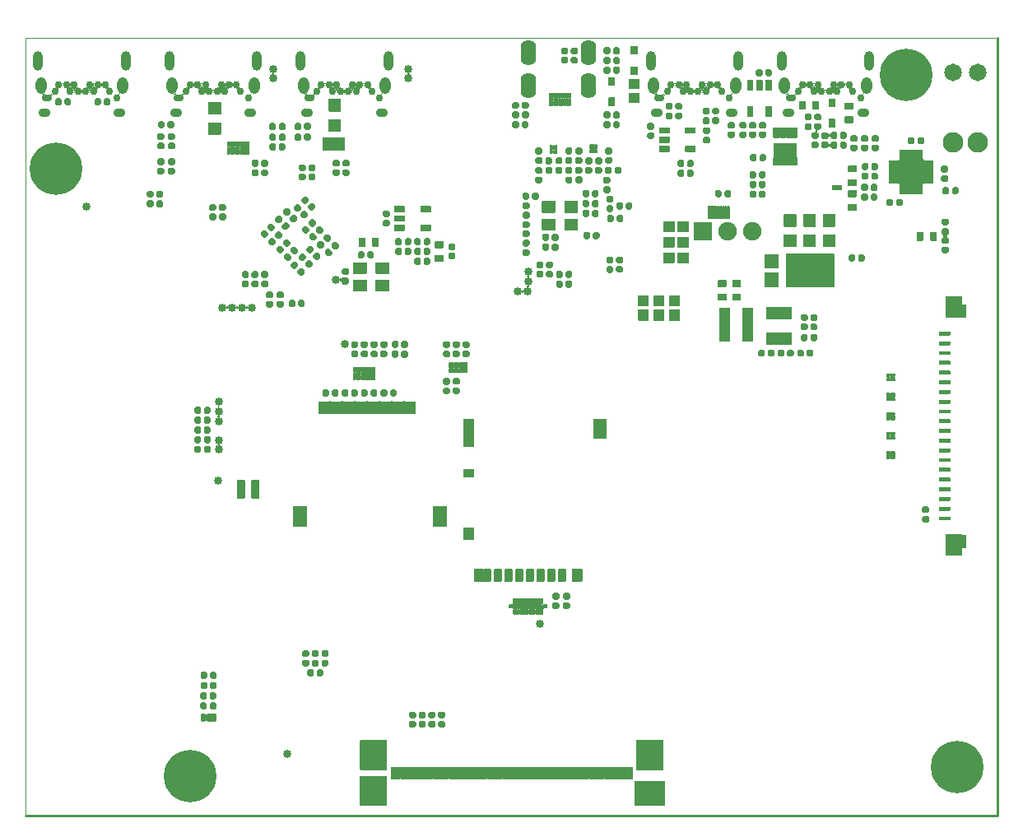
<source format=gbr>
%TF.GenerationSoftware,KiCad,Pcbnew,5.1.9+dfsg1-1*%
%TF.CreationDate,2022-02-15T13:48:39+01:00*%
%TF.ProjectId,sc606-baseboard,73633630-362d-4626-9173-65626f617264,rev?*%
%TF.SameCoordinates,Original*%
%TF.FileFunction,Soldermask,Bot*%
%TF.FilePolarity,Negative*%
%FSLAX46Y46*%
G04 Gerber Fmt 4.6, Leading zero omitted, Abs format (unit mm)*
G04 Created by KiCad (PCBNEW 5.1.9+dfsg1-1) date 2022-02-15 13:48:39 commit a4fbcb5*
%MOMM*%
%LPD*%
G01*
G04 APERTURE LIST*
%TA.AperFunction,Profile*%
%ADD10C,0.120000*%
%TD*%
%TA.AperFunction,Profile*%
%ADD11C,0.254000*%
%TD*%
%ADD12C,0.100000*%
%ADD13C,0.852000*%
%ADD14C,1.812000*%
%ADD15C,2.102000*%
%ADD16O,1.002000X2.002000*%
%ADD17O,1.102000X1.702000*%
%ADD18O,1.252000X0.902000*%
%ADD19O,1.052000X0.752000*%
%ADD20C,0.752000*%
%ADD21O,1.602000X2.652000*%
%ADD22C,1.902000*%
%ADD23C,5.402000*%
G04 APERTURE END LIST*
D10*
X175600000Y-42400000D02*
X75600000Y-42400000D01*
D11*
X175600000Y-42400000D02*
X175600000Y-122400000D01*
D10*
X75600000Y-122400000D02*
X75600000Y-42400000D01*
D11*
X175600000Y-122400000D02*
X75600000Y-122400000D01*
D12*
%TO.C,J3*%
G36*
X172249760Y-69808280D02*
G01*
X170293960Y-69808280D01*
X170293960Y-71103680D01*
X172249760Y-71103680D01*
X172249760Y-69808280D01*
G37*
X172249760Y-69808280D02*
X170293960Y-69808280D01*
X170293960Y-71103680D01*
X172249760Y-71103680D01*
X172249760Y-69808280D01*
G36*
X172249760Y-94791720D02*
G01*
X170293960Y-94791720D01*
X170293960Y-93496320D01*
X172249760Y-93496320D01*
X172249760Y-94791720D01*
G37*
X172249760Y-94791720D02*
X170293960Y-94791720D01*
X170293960Y-93496320D01*
X172249760Y-93496320D01*
X172249760Y-94791720D01*
D10*
X175600000Y-42400000D02*
X75600000Y-42400000D01*
D11*
X175600000Y-42400000D02*
X175600000Y-122400000D01*
D10*
X75600000Y-122400000D02*
X75600000Y-42400000D01*
D11*
X175600000Y-122400000D02*
X75600000Y-122400000D01*
D12*
G36*
X172249760Y-69808280D02*
G01*
X170293960Y-69808280D01*
X170293960Y-71103680D01*
X172249760Y-71103680D01*
X172249760Y-69808280D01*
G37*
X172249760Y-69808280D02*
X170293960Y-69808280D01*
X170293960Y-71103680D01*
X172249760Y-71103680D01*
X172249760Y-69808280D01*
G36*
X172249760Y-94791720D02*
G01*
X170293960Y-94791720D01*
X170293960Y-93496320D01*
X172249760Y-93496320D01*
X172249760Y-94791720D01*
G37*
X172249760Y-94791720D02*
X170293960Y-94791720D01*
X170293960Y-93496320D01*
X172249760Y-93496320D01*
X172249760Y-94791720D01*
%TD*%
D13*
%TO.C,TP54*%
X95450000Y-84700800D03*
%TD*%
%TO.C,TP53*%
X95450000Y-83750800D03*
%TD*%
%TO.C,TP52*%
X95450000Y-81800800D03*
%TD*%
%TO.C,C138*%
G36*
G01*
X93939000Y-84898000D02*
X93939000Y-84502000D01*
G75*
G02*
X94112000Y-84329000I173000J0D01*
G01*
X94458000Y-84329000D01*
G75*
G02*
X94631000Y-84502000I0J-173000D01*
G01*
X94631000Y-84898000D01*
G75*
G02*
X94458000Y-85071000I-173000J0D01*
G01*
X94112000Y-85071000D01*
G75*
G02*
X93939000Y-84898000I0J173000D01*
G01*
G37*
G36*
G01*
X92969000Y-84898000D02*
X92969000Y-84502000D01*
G75*
G02*
X93142000Y-84329000I173000J0D01*
G01*
X93488000Y-84329000D01*
G75*
G02*
X93661000Y-84502000I0J-173000D01*
G01*
X93661000Y-84898000D01*
G75*
G02*
X93488000Y-85071000I-173000J0D01*
G01*
X93142000Y-85071000D01*
G75*
G02*
X92969000Y-84898000I0J173000D01*
G01*
G37*
%TD*%
%TO.C,C12*%
G36*
G01*
X93939000Y-83898000D02*
X93939000Y-83502000D01*
G75*
G02*
X94112000Y-83329000I173000J0D01*
G01*
X94458000Y-83329000D01*
G75*
G02*
X94631000Y-83502000I0J-173000D01*
G01*
X94631000Y-83898000D01*
G75*
G02*
X94458000Y-84071000I-173000J0D01*
G01*
X94112000Y-84071000D01*
G75*
G02*
X93939000Y-83898000I0J173000D01*
G01*
G37*
G36*
G01*
X92969000Y-83898000D02*
X92969000Y-83502000D01*
G75*
G02*
X93142000Y-83329000I173000J0D01*
G01*
X93488000Y-83329000D01*
G75*
G02*
X93661000Y-83502000I0J-173000D01*
G01*
X93661000Y-83898000D01*
G75*
G02*
X93488000Y-84071000I-173000J0D01*
G01*
X93142000Y-84071000D01*
G75*
G02*
X92969000Y-83898000I0J173000D01*
G01*
G37*
%TD*%
%TO.C,C9*%
G36*
G01*
X93939000Y-80898000D02*
X93939000Y-80502000D01*
G75*
G02*
X94112000Y-80329000I173000J0D01*
G01*
X94458000Y-80329000D01*
G75*
G02*
X94631000Y-80502000I0J-173000D01*
G01*
X94631000Y-80898000D01*
G75*
G02*
X94458000Y-81071000I-173000J0D01*
G01*
X94112000Y-81071000D01*
G75*
G02*
X93939000Y-80898000I0J173000D01*
G01*
G37*
G36*
G01*
X92969000Y-80898000D02*
X92969000Y-80502000D01*
G75*
G02*
X93142000Y-80329000I173000J0D01*
G01*
X93488000Y-80329000D01*
G75*
G02*
X93661000Y-80502000I0J-173000D01*
G01*
X93661000Y-80898000D01*
G75*
G02*
X93488000Y-81071000I-173000J0D01*
G01*
X93142000Y-81071000D01*
G75*
G02*
X92969000Y-80898000I0J173000D01*
G01*
G37*
%TD*%
%TO.C,Y1*%
G36*
G01*
X130121000Y-61010000D02*
X130121000Y-62110000D01*
G75*
G02*
X130070000Y-62161000I-51000J0D01*
G01*
X128770000Y-62161000D01*
G75*
G02*
X128719000Y-62110000I0J51000D01*
G01*
X128719000Y-61010000D01*
G75*
G02*
X128770000Y-60959000I51000J0D01*
G01*
X130070000Y-60959000D01*
G75*
G02*
X130121000Y-61010000I0J-51000D01*
G01*
G37*
G36*
G01*
X130121000Y-59210000D02*
X130121000Y-60310000D01*
G75*
G02*
X130070000Y-60361000I-51000J0D01*
G01*
X128770000Y-60361000D01*
G75*
G02*
X128719000Y-60310000I0J51000D01*
G01*
X128719000Y-59210000D01*
G75*
G02*
X128770000Y-59159000I51000J0D01*
G01*
X130070000Y-59159000D01*
G75*
G02*
X130121000Y-59210000I0J-51000D01*
G01*
G37*
G36*
G01*
X132421000Y-61010000D02*
X132421000Y-62110000D01*
G75*
G02*
X132370000Y-62161000I-51000J0D01*
G01*
X131070000Y-62161000D01*
G75*
G02*
X131019000Y-62110000I0J51000D01*
G01*
X131019000Y-61010000D01*
G75*
G02*
X131070000Y-60959000I51000J0D01*
G01*
X132370000Y-60959000D01*
G75*
G02*
X132421000Y-61010000I0J-51000D01*
G01*
G37*
G36*
G01*
X132421000Y-59210000D02*
X132421000Y-60310000D01*
G75*
G02*
X132370000Y-60361000I-51000J0D01*
G01*
X131070000Y-60361000D01*
G75*
G02*
X131019000Y-60310000I0J51000D01*
G01*
X131019000Y-59210000D01*
G75*
G02*
X131070000Y-59159000I51000J0D01*
G01*
X132370000Y-59159000D01*
G75*
G02*
X132421000Y-59210000I0J-51000D01*
G01*
G37*
%TD*%
%TO.C,J2*%
G36*
G01*
X141351000Y-118850000D02*
X141351000Y-121350000D01*
G75*
G02*
X141300000Y-121401000I-51000J0D01*
G01*
X138300000Y-121401000D01*
G75*
G02*
X138249000Y-121350000I0J51000D01*
G01*
X138249000Y-118850000D01*
G75*
G02*
X138300000Y-118799000I51000J0D01*
G01*
X141300000Y-118799000D01*
G75*
G02*
X141351000Y-118850000I0J-51000D01*
G01*
G37*
G36*
G01*
X141201000Y-114649999D02*
X141201000Y-117650001D01*
G75*
G02*
X141150001Y-117701000I-50999J0D01*
G01*
X138449999Y-117701000D01*
G75*
G02*
X138399000Y-117650001I0J50999D01*
G01*
X138399000Y-114649999D01*
G75*
G02*
X138449999Y-114599000I50999J0D01*
G01*
X141150001Y-114599000D01*
G75*
G02*
X141201000Y-114649999I0J-50999D01*
G01*
G37*
G36*
G01*
X112801000Y-114649999D02*
X112801000Y-117650001D01*
G75*
G02*
X112750001Y-117701000I-50999J0D01*
G01*
X110049999Y-117701000D01*
G75*
G02*
X109999000Y-117650001I0J50999D01*
G01*
X109999000Y-114649999D01*
G75*
G02*
X110049999Y-114599000I50999J0D01*
G01*
X112750001Y-114599000D01*
G75*
G02*
X112801000Y-114649999I0J-50999D01*
G01*
G37*
G36*
G01*
X112801000Y-118349999D02*
X112801000Y-121350001D01*
G75*
G02*
X112750001Y-121401000I-50999J0D01*
G01*
X110049999Y-121401000D01*
G75*
G02*
X109999000Y-121350001I0J50999D01*
G01*
X109999000Y-118349999D01*
G75*
G02*
X110049999Y-118299000I50999J0D01*
G01*
X112750001Y-118299000D01*
G75*
G02*
X112801000Y-118349999I0J-50999D01*
G01*
G37*
G36*
G01*
X113551000Y-117400000D02*
X113551000Y-118600000D01*
G75*
G02*
X113500000Y-118651000I-51000J0D01*
G01*
X113200000Y-118651000D01*
G75*
G02*
X113149000Y-118600000I0J51000D01*
G01*
X113149000Y-117400000D01*
G75*
G02*
X113200000Y-117349000I51000J0D01*
G01*
X113500000Y-117349000D01*
G75*
G02*
X113551000Y-117400000I0J-51000D01*
G01*
G37*
G36*
G01*
X114051000Y-117400000D02*
X114051000Y-118600000D01*
G75*
G02*
X114000000Y-118651000I-51000J0D01*
G01*
X113700000Y-118651000D01*
G75*
G02*
X113649000Y-118600000I0J51000D01*
G01*
X113649000Y-117400000D01*
G75*
G02*
X113700000Y-117349000I51000J0D01*
G01*
X114000000Y-117349000D01*
G75*
G02*
X114051000Y-117400000I0J-51000D01*
G01*
G37*
G36*
G01*
X114551000Y-117400000D02*
X114551000Y-118600000D01*
G75*
G02*
X114500000Y-118651000I-51000J0D01*
G01*
X114200000Y-118651000D01*
G75*
G02*
X114149000Y-118600000I0J51000D01*
G01*
X114149000Y-117400000D01*
G75*
G02*
X114200000Y-117349000I51000J0D01*
G01*
X114500000Y-117349000D01*
G75*
G02*
X114551000Y-117400000I0J-51000D01*
G01*
G37*
G36*
G01*
X115051000Y-117400000D02*
X115051000Y-118600000D01*
G75*
G02*
X115000000Y-118651000I-51000J0D01*
G01*
X114700000Y-118651000D01*
G75*
G02*
X114649000Y-118600000I0J51000D01*
G01*
X114649000Y-117400000D01*
G75*
G02*
X114700000Y-117349000I51000J0D01*
G01*
X115000000Y-117349000D01*
G75*
G02*
X115051000Y-117400000I0J-51000D01*
G01*
G37*
G36*
G01*
X115551000Y-117400000D02*
X115551000Y-118600000D01*
G75*
G02*
X115500000Y-118651000I-51000J0D01*
G01*
X115200000Y-118651000D01*
G75*
G02*
X115149000Y-118600000I0J51000D01*
G01*
X115149000Y-117400000D01*
G75*
G02*
X115200000Y-117349000I51000J0D01*
G01*
X115500000Y-117349000D01*
G75*
G02*
X115551000Y-117400000I0J-51000D01*
G01*
G37*
G36*
G01*
X116051000Y-117400000D02*
X116051000Y-118600000D01*
G75*
G02*
X116000000Y-118651000I-51000J0D01*
G01*
X115700000Y-118651000D01*
G75*
G02*
X115649000Y-118600000I0J51000D01*
G01*
X115649000Y-117400000D01*
G75*
G02*
X115700000Y-117349000I51000J0D01*
G01*
X116000000Y-117349000D01*
G75*
G02*
X116051000Y-117400000I0J-51000D01*
G01*
G37*
G36*
G01*
X116551000Y-117400000D02*
X116551000Y-118600000D01*
G75*
G02*
X116500000Y-118651000I-51000J0D01*
G01*
X116200000Y-118651000D01*
G75*
G02*
X116149000Y-118600000I0J51000D01*
G01*
X116149000Y-117400000D01*
G75*
G02*
X116200000Y-117349000I51000J0D01*
G01*
X116500000Y-117349000D01*
G75*
G02*
X116551000Y-117400000I0J-51000D01*
G01*
G37*
G36*
G01*
X117051000Y-117400000D02*
X117051000Y-118600000D01*
G75*
G02*
X117000000Y-118651000I-51000J0D01*
G01*
X116700000Y-118651000D01*
G75*
G02*
X116649000Y-118600000I0J51000D01*
G01*
X116649000Y-117400000D01*
G75*
G02*
X116700000Y-117349000I51000J0D01*
G01*
X117000000Y-117349000D01*
G75*
G02*
X117051000Y-117400000I0J-51000D01*
G01*
G37*
G36*
G01*
X117551000Y-117400000D02*
X117551000Y-118600000D01*
G75*
G02*
X117500000Y-118651000I-51000J0D01*
G01*
X117200000Y-118651000D01*
G75*
G02*
X117149000Y-118600000I0J51000D01*
G01*
X117149000Y-117400000D01*
G75*
G02*
X117200000Y-117349000I51000J0D01*
G01*
X117500000Y-117349000D01*
G75*
G02*
X117551000Y-117400000I0J-51000D01*
G01*
G37*
G36*
G01*
X118051000Y-117400000D02*
X118051000Y-118600000D01*
G75*
G02*
X118000000Y-118651000I-51000J0D01*
G01*
X117700000Y-118651000D01*
G75*
G02*
X117649000Y-118600000I0J51000D01*
G01*
X117649000Y-117400000D01*
G75*
G02*
X117700000Y-117349000I51000J0D01*
G01*
X118000000Y-117349000D01*
G75*
G02*
X118051000Y-117400000I0J-51000D01*
G01*
G37*
G36*
G01*
X118551000Y-117400000D02*
X118551000Y-118600000D01*
G75*
G02*
X118500000Y-118651000I-51000J0D01*
G01*
X118200000Y-118651000D01*
G75*
G02*
X118149000Y-118600000I0J51000D01*
G01*
X118149000Y-117400000D01*
G75*
G02*
X118200000Y-117349000I51000J0D01*
G01*
X118500000Y-117349000D01*
G75*
G02*
X118551000Y-117400000I0J-51000D01*
G01*
G37*
G36*
G01*
X119051000Y-117400000D02*
X119051000Y-118600000D01*
G75*
G02*
X119000000Y-118651000I-51000J0D01*
G01*
X118700000Y-118651000D01*
G75*
G02*
X118649000Y-118600000I0J51000D01*
G01*
X118649000Y-117400000D01*
G75*
G02*
X118700000Y-117349000I51000J0D01*
G01*
X119000000Y-117349000D01*
G75*
G02*
X119051000Y-117400000I0J-51000D01*
G01*
G37*
G36*
G01*
X119551000Y-117400000D02*
X119551000Y-118600000D01*
G75*
G02*
X119500000Y-118651000I-51000J0D01*
G01*
X119200000Y-118651000D01*
G75*
G02*
X119149000Y-118600000I0J51000D01*
G01*
X119149000Y-117400000D01*
G75*
G02*
X119200000Y-117349000I51000J0D01*
G01*
X119500000Y-117349000D01*
G75*
G02*
X119551000Y-117400000I0J-51000D01*
G01*
G37*
G36*
G01*
X120051000Y-117400000D02*
X120051000Y-118600000D01*
G75*
G02*
X120000000Y-118651000I-51000J0D01*
G01*
X119700000Y-118651000D01*
G75*
G02*
X119649000Y-118600000I0J51000D01*
G01*
X119649000Y-117400000D01*
G75*
G02*
X119700000Y-117349000I51000J0D01*
G01*
X120000000Y-117349000D01*
G75*
G02*
X120051000Y-117400000I0J-51000D01*
G01*
G37*
G36*
G01*
X120551000Y-117400000D02*
X120551000Y-118600000D01*
G75*
G02*
X120500000Y-118651000I-51000J0D01*
G01*
X120200000Y-118651000D01*
G75*
G02*
X120149000Y-118600000I0J51000D01*
G01*
X120149000Y-117400000D01*
G75*
G02*
X120200000Y-117349000I51000J0D01*
G01*
X120500000Y-117349000D01*
G75*
G02*
X120551000Y-117400000I0J-51000D01*
G01*
G37*
G36*
G01*
X121051000Y-117400000D02*
X121051000Y-118600000D01*
G75*
G02*
X121000000Y-118651000I-51000J0D01*
G01*
X120700000Y-118651000D01*
G75*
G02*
X120649000Y-118600000I0J51000D01*
G01*
X120649000Y-117400000D01*
G75*
G02*
X120700000Y-117349000I51000J0D01*
G01*
X121000000Y-117349000D01*
G75*
G02*
X121051000Y-117400000I0J-51000D01*
G01*
G37*
G36*
G01*
X121551000Y-117400000D02*
X121551000Y-118600000D01*
G75*
G02*
X121500000Y-118651000I-51000J0D01*
G01*
X121200000Y-118651000D01*
G75*
G02*
X121149000Y-118600000I0J51000D01*
G01*
X121149000Y-117400000D01*
G75*
G02*
X121200000Y-117349000I51000J0D01*
G01*
X121500000Y-117349000D01*
G75*
G02*
X121551000Y-117400000I0J-51000D01*
G01*
G37*
G36*
G01*
X122051000Y-117400000D02*
X122051000Y-118600000D01*
G75*
G02*
X122000000Y-118651000I-51000J0D01*
G01*
X121700000Y-118651000D01*
G75*
G02*
X121649000Y-118600000I0J51000D01*
G01*
X121649000Y-117400000D01*
G75*
G02*
X121700000Y-117349000I51000J0D01*
G01*
X122000000Y-117349000D01*
G75*
G02*
X122051000Y-117400000I0J-51000D01*
G01*
G37*
G36*
G01*
X122551000Y-117400000D02*
X122551000Y-118600000D01*
G75*
G02*
X122500000Y-118651000I-51000J0D01*
G01*
X122200000Y-118651000D01*
G75*
G02*
X122149000Y-118600000I0J51000D01*
G01*
X122149000Y-117400000D01*
G75*
G02*
X122200000Y-117349000I51000J0D01*
G01*
X122500000Y-117349000D01*
G75*
G02*
X122551000Y-117400000I0J-51000D01*
G01*
G37*
G36*
G01*
X123051000Y-117400000D02*
X123051000Y-118600000D01*
G75*
G02*
X123000000Y-118651000I-51000J0D01*
G01*
X122700000Y-118651000D01*
G75*
G02*
X122649000Y-118600000I0J51000D01*
G01*
X122649000Y-117400000D01*
G75*
G02*
X122700000Y-117349000I51000J0D01*
G01*
X123000000Y-117349000D01*
G75*
G02*
X123051000Y-117400000I0J-51000D01*
G01*
G37*
G36*
G01*
X123551000Y-117400000D02*
X123551000Y-118600000D01*
G75*
G02*
X123500000Y-118651000I-51000J0D01*
G01*
X123200000Y-118651000D01*
G75*
G02*
X123149000Y-118600000I0J51000D01*
G01*
X123149000Y-117400000D01*
G75*
G02*
X123200000Y-117349000I51000J0D01*
G01*
X123500000Y-117349000D01*
G75*
G02*
X123551000Y-117400000I0J-51000D01*
G01*
G37*
G36*
G01*
X124051000Y-117400000D02*
X124051000Y-118600000D01*
G75*
G02*
X124000000Y-118651000I-51000J0D01*
G01*
X123700000Y-118651000D01*
G75*
G02*
X123649000Y-118600000I0J51000D01*
G01*
X123649000Y-117400000D01*
G75*
G02*
X123700000Y-117349000I51000J0D01*
G01*
X124000000Y-117349000D01*
G75*
G02*
X124051000Y-117400000I0J-51000D01*
G01*
G37*
G36*
G01*
X124551000Y-117400000D02*
X124551000Y-118600000D01*
G75*
G02*
X124500000Y-118651000I-51000J0D01*
G01*
X124200000Y-118651000D01*
G75*
G02*
X124149000Y-118600000I0J51000D01*
G01*
X124149000Y-117400000D01*
G75*
G02*
X124200000Y-117349000I51000J0D01*
G01*
X124500000Y-117349000D01*
G75*
G02*
X124551000Y-117400000I0J-51000D01*
G01*
G37*
G36*
G01*
X125051000Y-117400000D02*
X125051000Y-118600000D01*
G75*
G02*
X125000000Y-118651000I-51000J0D01*
G01*
X124700000Y-118651000D01*
G75*
G02*
X124649000Y-118600000I0J51000D01*
G01*
X124649000Y-117400000D01*
G75*
G02*
X124700000Y-117349000I51000J0D01*
G01*
X125000000Y-117349000D01*
G75*
G02*
X125051000Y-117400000I0J-51000D01*
G01*
G37*
G36*
G01*
X125551000Y-117400000D02*
X125551000Y-118600000D01*
G75*
G02*
X125500000Y-118651000I-51000J0D01*
G01*
X125200000Y-118651000D01*
G75*
G02*
X125149000Y-118600000I0J51000D01*
G01*
X125149000Y-117400000D01*
G75*
G02*
X125200000Y-117349000I51000J0D01*
G01*
X125500000Y-117349000D01*
G75*
G02*
X125551000Y-117400000I0J-51000D01*
G01*
G37*
G36*
G01*
X126051000Y-117400000D02*
X126051000Y-118600000D01*
G75*
G02*
X126000000Y-118651000I-51000J0D01*
G01*
X125700000Y-118651000D01*
G75*
G02*
X125649000Y-118600000I0J51000D01*
G01*
X125649000Y-117400000D01*
G75*
G02*
X125700000Y-117349000I51000J0D01*
G01*
X126000000Y-117349000D01*
G75*
G02*
X126051000Y-117400000I0J-51000D01*
G01*
G37*
G36*
G01*
X126551000Y-117400000D02*
X126551000Y-118600000D01*
G75*
G02*
X126500000Y-118651000I-51000J0D01*
G01*
X126200000Y-118651000D01*
G75*
G02*
X126149000Y-118600000I0J51000D01*
G01*
X126149000Y-117400000D01*
G75*
G02*
X126200000Y-117349000I51000J0D01*
G01*
X126500000Y-117349000D01*
G75*
G02*
X126551000Y-117400000I0J-51000D01*
G01*
G37*
G36*
G01*
X127051000Y-117400000D02*
X127051000Y-118600000D01*
G75*
G02*
X127000000Y-118651000I-51000J0D01*
G01*
X126700000Y-118651000D01*
G75*
G02*
X126649000Y-118600000I0J51000D01*
G01*
X126649000Y-117400000D01*
G75*
G02*
X126700000Y-117349000I51000J0D01*
G01*
X127000000Y-117349000D01*
G75*
G02*
X127051000Y-117400000I0J-51000D01*
G01*
G37*
G36*
G01*
X127551000Y-117400000D02*
X127551000Y-118600000D01*
G75*
G02*
X127500000Y-118651000I-51000J0D01*
G01*
X127200000Y-118651000D01*
G75*
G02*
X127149000Y-118600000I0J51000D01*
G01*
X127149000Y-117400000D01*
G75*
G02*
X127200000Y-117349000I51000J0D01*
G01*
X127500000Y-117349000D01*
G75*
G02*
X127551000Y-117400000I0J-51000D01*
G01*
G37*
G36*
G01*
X128051000Y-117400000D02*
X128051000Y-118600000D01*
G75*
G02*
X128000000Y-118651000I-51000J0D01*
G01*
X127700000Y-118651000D01*
G75*
G02*
X127649000Y-118600000I0J51000D01*
G01*
X127649000Y-117400000D01*
G75*
G02*
X127700000Y-117349000I51000J0D01*
G01*
X128000000Y-117349000D01*
G75*
G02*
X128051000Y-117400000I0J-51000D01*
G01*
G37*
G36*
G01*
X128551000Y-117400000D02*
X128551000Y-118600000D01*
G75*
G02*
X128500000Y-118651000I-51000J0D01*
G01*
X128200000Y-118651000D01*
G75*
G02*
X128149000Y-118600000I0J51000D01*
G01*
X128149000Y-117400000D01*
G75*
G02*
X128200000Y-117349000I51000J0D01*
G01*
X128500000Y-117349000D01*
G75*
G02*
X128551000Y-117400000I0J-51000D01*
G01*
G37*
G36*
G01*
X129051000Y-117400000D02*
X129051000Y-118600000D01*
G75*
G02*
X129000000Y-118651000I-51000J0D01*
G01*
X128700000Y-118651000D01*
G75*
G02*
X128649000Y-118600000I0J51000D01*
G01*
X128649000Y-117400000D01*
G75*
G02*
X128700000Y-117349000I51000J0D01*
G01*
X129000000Y-117349000D01*
G75*
G02*
X129051000Y-117400000I0J-51000D01*
G01*
G37*
G36*
G01*
X129551000Y-117400000D02*
X129551000Y-118600000D01*
G75*
G02*
X129500000Y-118651000I-51000J0D01*
G01*
X129200000Y-118651000D01*
G75*
G02*
X129149000Y-118600000I0J51000D01*
G01*
X129149000Y-117400000D01*
G75*
G02*
X129200000Y-117349000I51000J0D01*
G01*
X129500000Y-117349000D01*
G75*
G02*
X129551000Y-117400000I0J-51000D01*
G01*
G37*
G36*
G01*
X130051000Y-117400000D02*
X130051000Y-118600000D01*
G75*
G02*
X130000000Y-118651000I-51000J0D01*
G01*
X129700000Y-118651000D01*
G75*
G02*
X129649000Y-118600000I0J51000D01*
G01*
X129649000Y-117400000D01*
G75*
G02*
X129700000Y-117349000I51000J0D01*
G01*
X130000000Y-117349000D01*
G75*
G02*
X130051000Y-117400000I0J-51000D01*
G01*
G37*
G36*
G01*
X130551000Y-117400000D02*
X130551000Y-118600000D01*
G75*
G02*
X130500000Y-118651000I-51000J0D01*
G01*
X130200000Y-118651000D01*
G75*
G02*
X130149000Y-118600000I0J51000D01*
G01*
X130149000Y-117400000D01*
G75*
G02*
X130200000Y-117349000I51000J0D01*
G01*
X130500000Y-117349000D01*
G75*
G02*
X130551000Y-117400000I0J-51000D01*
G01*
G37*
G36*
G01*
X131051000Y-117400000D02*
X131051000Y-118600000D01*
G75*
G02*
X131000000Y-118651000I-51000J0D01*
G01*
X130700000Y-118651000D01*
G75*
G02*
X130649000Y-118600000I0J51000D01*
G01*
X130649000Y-117400000D01*
G75*
G02*
X130700000Y-117349000I51000J0D01*
G01*
X131000000Y-117349000D01*
G75*
G02*
X131051000Y-117400000I0J-51000D01*
G01*
G37*
G36*
G01*
X131551000Y-117400000D02*
X131551000Y-118600000D01*
G75*
G02*
X131500000Y-118651000I-51000J0D01*
G01*
X131200000Y-118651000D01*
G75*
G02*
X131149000Y-118600000I0J51000D01*
G01*
X131149000Y-117400000D01*
G75*
G02*
X131200000Y-117349000I51000J0D01*
G01*
X131500000Y-117349000D01*
G75*
G02*
X131551000Y-117400000I0J-51000D01*
G01*
G37*
G36*
G01*
X132051000Y-117400000D02*
X132051000Y-118600000D01*
G75*
G02*
X132000000Y-118651000I-51000J0D01*
G01*
X131700000Y-118651000D01*
G75*
G02*
X131649000Y-118600000I0J51000D01*
G01*
X131649000Y-117400000D01*
G75*
G02*
X131700000Y-117349000I51000J0D01*
G01*
X132000000Y-117349000D01*
G75*
G02*
X132051000Y-117400000I0J-51000D01*
G01*
G37*
G36*
G01*
X132551000Y-117400000D02*
X132551000Y-118600000D01*
G75*
G02*
X132500000Y-118651000I-51000J0D01*
G01*
X132200000Y-118651000D01*
G75*
G02*
X132149000Y-118600000I0J51000D01*
G01*
X132149000Y-117400000D01*
G75*
G02*
X132200000Y-117349000I51000J0D01*
G01*
X132500000Y-117349000D01*
G75*
G02*
X132551000Y-117400000I0J-51000D01*
G01*
G37*
G36*
G01*
X133051000Y-117400000D02*
X133051000Y-118600000D01*
G75*
G02*
X133000000Y-118651000I-51000J0D01*
G01*
X132700000Y-118651000D01*
G75*
G02*
X132649000Y-118600000I0J51000D01*
G01*
X132649000Y-117400000D01*
G75*
G02*
X132700000Y-117349000I51000J0D01*
G01*
X133000000Y-117349000D01*
G75*
G02*
X133051000Y-117400000I0J-51000D01*
G01*
G37*
G36*
G01*
X133551000Y-117400000D02*
X133551000Y-118600000D01*
G75*
G02*
X133500000Y-118651000I-51000J0D01*
G01*
X133200000Y-118651000D01*
G75*
G02*
X133149000Y-118600000I0J51000D01*
G01*
X133149000Y-117400000D01*
G75*
G02*
X133200000Y-117349000I51000J0D01*
G01*
X133500000Y-117349000D01*
G75*
G02*
X133551000Y-117400000I0J-51000D01*
G01*
G37*
G36*
G01*
X134051000Y-117400000D02*
X134051000Y-118600000D01*
G75*
G02*
X134000000Y-118651000I-51000J0D01*
G01*
X133700000Y-118651000D01*
G75*
G02*
X133649000Y-118600000I0J51000D01*
G01*
X133649000Y-117400000D01*
G75*
G02*
X133700000Y-117349000I51000J0D01*
G01*
X134000000Y-117349000D01*
G75*
G02*
X134051000Y-117400000I0J-51000D01*
G01*
G37*
G36*
G01*
X134551000Y-117400000D02*
X134551000Y-118600000D01*
G75*
G02*
X134500000Y-118651000I-51000J0D01*
G01*
X134200000Y-118651000D01*
G75*
G02*
X134149000Y-118600000I0J51000D01*
G01*
X134149000Y-117400000D01*
G75*
G02*
X134200000Y-117349000I51000J0D01*
G01*
X134500000Y-117349000D01*
G75*
G02*
X134551000Y-117400000I0J-51000D01*
G01*
G37*
G36*
G01*
X135051000Y-117400000D02*
X135051000Y-118600000D01*
G75*
G02*
X135000000Y-118651000I-51000J0D01*
G01*
X134700000Y-118651000D01*
G75*
G02*
X134649000Y-118600000I0J51000D01*
G01*
X134649000Y-117400000D01*
G75*
G02*
X134700000Y-117349000I51000J0D01*
G01*
X135000000Y-117349000D01*
G75*
G02*
X135051000Y-117400000I0J-51000D01*
G01*
G37*
G36*
G01*
X135551000Y-117400000D02*
X135551000Y-118600000D01*
G75*
G02*
X135500000Y-118651000I-51000J0D01*
G01*
X135200000Y-118651000D01*
G75*
G02*
X135149000Y-118600000I0J51000D01*
G01*
X135149000Y-117400000D01*
G75*
G02*
X135200000Y-117349000I51000J0D01*
G01*
X135500000Y-117349000D01*
G75*
G02*
X135551000Y-117400000I0J-51000D01*
G01*
G37*
G36*
G01*
X136051000Y-117400000D02*
X136051000Y-118600000D01*
G75*
G02*
X136000000Y-118651000I-51000J0D01*
G01*
X135700000Y-118651000D01*
G75*
G02*
X135649000Y-118600000I0J51000D01*
G01*
X135649000Y-117400000D01*
G75*
G02*
X135700000Y-117349000I51000J0D01*
G01*
X136000000Y-117349000D01*
G75*
G02*
X136051000Y-117400000I0J-51000D01*
G01*
G37*
G36*
G01*
X136551000Y-117400000D02*
X136551000Y-118600000D01*
G75*
G02*
X136500000Y-118651000I-51000J0D01*
G01*
X136200000Y-118651000D01*
G75*
G02*
X136149000Y-118600000I0J51000D01*
G01*
X136149000Y-117400000D01*
G75*
G02*
X136200000Y-117349000I51000J0D01*
G01*
X136500000Y-117349000D01*
G75*
G02*
X136551000Y-117400000I0J-51000D01*
G01*
G37*
G36*
G01*
X137051000Y-117400000D02*
X137051000Y-118600000D01*
G75*
G02*
X137000000Y-118651000I-51000J0D01*
G01*
X136700000Y-118651000D01*
G75*
G02*
X136649000Y-118600000I0J51000D01*
G01*
X136649000Y-117400000D01*
G75*
G02*
X136700000Y-117349000I51000J0D01*
G01*
X137000000Y-117349000D01*
G75*
G02*
X137051000Y-117400000I0J-51000D01*
G01*
G37*
G36*
G01*
X137551000Y-117400000D02*
X137551000Y-118600000D01*
G75*
G02*
X137500000Y-118651000I-51000J0D01*
G01*
X137200000Y-118651000D01*
G75*
G02*
X137149000Y-118600000I0J51000D01*
G01*
X137149000Y-117400000D01*
G75*
G02*
X137200000Y-117349000I51000J0D01*
G01*
X137500000Y-117349000D01*
G75*
G02*
X137551000Y-117400000I0J-51000D01*
G01*
G37*
G36*
G01*
X138051000Y-117400000D02*
X138051000Y-118600000D01*
G75*
G02*
X138000000Y-118651000I-51000J0D01*
G01*
X137700000Y-118651000D01*
G75*
G02*
X137649000Y-118600000I0J51000D01*
G01*
X137649000Y-117400000D01*
G75*
G02*
X137700000Y-117349000I51000J0D01*
G01*
X138000000Y-117349000D01*
G75*
G02*
X138051000Y-117400000I0J-51000D01*
G01*
G37*
%TD*%
%TO.C,TP20*%
X81850000Y-59700800D03*
%TD*%
%TO.C,TP12*%
X102550000Y-116000800D03*
%TD*%
%TO.C,R135*%
G36*
G01*
X96048000Y-60161000D02*
X95652000Y-60161000D01*
G75*
G02*
X95479000Y-59988000I0J173000D01*
G01*
X95479000Y-59642000D01*
G75*
G02*
X95652000Y-59469000I173000J0D01*
G01*
X96048000Y-59469000D01*
G75*
G02*
X96221000Y-59642000I0J-173000D01*
G01*
X96221000Y-59988000D01*
G75*
G02*
X96048000Y-60161000I-173000J0D01*
G01*
G37*
G36*
G01*
X96048000Y-61131000D02*
X95652000Y-61131000D01*
G75*
G02*
X95479000Y-60958000I0J173000D01*
G01*
X95479000Y-60612000D01*
G75*
G02*
X95652000Y-60439000I173000J0D01*
G01*
X96048000Y-60439000D01*
G75*
G02*
X96221000Y-60612000I0J-173000D01*
G01*
X96221000Y-60958000D01*
G75*
G02*
X96048000Y-61131000I-173000J0D01*
G01*
G37*
%TD*%
D12*
%TO.C,Q9*%
G36*
X154995020Y-55489950D02*
G01*
X154992118Y-55499517D01*
X154987405Y-55508334D01*
X154981062Y-55516062D01*
X154973334Y-55522405D01*
X154964517Y-55527118D01*
X154954950Y-55530020D01*
X154945000Y-55531000D01*
X154537500Y-55531000D01*
X154527550Y-55530020D01*
X154517983Y-55527118D01*
X154509166Y-55522405D01*
X154501438Y-55516062D01*
X154495095Y-55508334D01*
X154490382Y-55499517D01*
X154487480Y-55489950D01*
X154486500Y-55480000D01*
X154486500Y-55021000D01*
X154333500Y-55021000D01*
X154333500Y-55480000D01*
X154332520Y-55489950D01*
X154329618Y-55499517D01*
X154324905Y-55508334D01*
X154318562Y-55516062D01*
X154310834Y-55522405D01*
X154302017Y-55527118D01*
X154292450Y-55530020D01*
X154282500Y-55531000D01*
X153877500Y-55531000D01*
X153867550Y-55530020D01*
X153857983Y-55527118D01*
X153849166Y-55522405D01*
X153841438Y-55516062D01*
X153835095Y-55508334D01*
X153830382Y-55499517D01*
X153827480Y-55489950D01*
X153826500Y-55480000D01*
X153826500Y-55021000D01*
X153673500Y-55021000D01*
X153673500Y-55480000D01*
X153672520Y-55489950D01*
X153669618Y-55499517D01*
X153664905Y-55508334D01*
X153658562Y-55516062D01*
X153650834Y-55522405D01*
X153642017Y-55527118D01*
X153632450Y-55530020D01*
X153622500Y-55531000D01*
X153217500Y-55531000D01*
X153207550Y-55530020D01*
X153197983Y-55527118D01*
X153189166Y-55522405D01*
X153181438Y-55516062D01*
X153175095Y-55508334D01*
X153170382Y-55499517D01*
X153167480Y-55489950D01*
X153166500Y-55480000D01*
X153166500Y-55021000D01*
X153013500Y-55021000D01*
X153013500Y-55480000D01*
X153012520Y-55489950D01*
X153009618Y-55499517D01*
X153004905Y-55508334D01*
X152998562Y-55516062D01*
X152990834Y-55522405D01*
X152982017Y-55527118D01*
X152972450Y-55530020D01*
X152962500Y-55531000D01*
X152555000Y-55531000D01*
X152545050Y-55530020D01*
X152535483Y-55527118D01*
X152526666Y-55522405D01*
X152518938Y-55516062D01*
X152512595Y-55508334D01*
X152507882Y-55499517D01*
X152504980Y-55489950D01*
X152504000Y-55480000D01*
X152504000Y-54720000D01*
X152504980Y-54710050D01*
X152507882Y-54700483D01*
X152512595Y-54691666D01*
X152518938Y-54683938D01*
X152526666Y-54677595D01*
X152535483Y-54672882D01*
X152545050Y-54669980D01*
X152555000Y-54669000D01*
X152581500Y-54669000D01*
X152581500Y-53245000D01*
X152582480Y-53235050D01*
X152585382Y-53225483D01*
X152590095Y-53216666D01*
X152596438Y-53208938D01*
X152604166Y-53202595D01*
X152612983Y-53197882D01*
X152622550Y-53194980D01*
X152632500Y-53194000D01*
X154867500Y-53194000D01*
X154877450Y-53194980D01*
X154887017Y-53197882D01*
X154895834Y-53202595D01*
X154903562Y-53208938D01*
X154909905Y-53216666D01*
X154914618Y-53225483D01*
X154917520Y-53235050D01*
X154918500Y-53245000D01*
X154918500Y-54669000D01*
X154945000Y-54669000D01*
X154954950Y-54669980D01*
X154964517Y-54672882D01*
X154973334Y-54677595D01*
X154981062Y-54683938D01*
X154987405Y-54691666D01*
X154992118Y-54700483D01*
X154995020Y-54710050D01*
X154996000Y-54720000D01*
X154996000Y-55480000D01*
X154995020Y-55489950D01*
G37*
G36*
G01*
X154537500Y-51569000D02*
X154942500Y-51569000D01*
G75*
G02*
X154993500Y-51620000I0J-51000D01*
G01*
X154993500Y-52610000D01*
G75*
G02*
X154942500Y-52661000I-51000J0D01*
G01*
X154537500Y-52661000D01*
G75*
G02*
X154486500Y-52610000I0J51000D01*
G01*
X154486500Y-51620000D01*
G75*
G02*
X154537500Y-51569000I51000J0D01*
G01*
G37*
G36*
G01*
X153877500Y-51569000D02*
X154282500Y-51569000D01*
G75*
G02*
X154333500Y-51620000I0J-51000D01*
G01*
X154333500Y-52610000D01*
G75*
G02*
X154282500Y-52661000I-51000J0D01*
G01*
X153877500Y-52661000D01*
G75*
G02*
X153826500Y-52610000I0J51000D01*
G01*
X153826500Y-51620000D01*
G75*
G02*
X153877500Y-51569000I51000J0D01*
G01*
G37*
G36*
G01*
X153217500Y-51569000D02*
X153622500Y-51569000D01*
G75*
G02*
X153673500Y-51620000I0J-51000D01*
G01*
X153673500Y-52610000D01*
G75*
G02*
X153622500Y-52661000I-51000J0D01*
G01*
X153217500Y-52661000D01*
G75*
G02*
X153166500Y-52610000I0J51000D01*
G01*
X153166500Y-51620000D01*
G75*
G02*
X153217500Y-51569000I51000J0D01*
G01*
G37*
G36*
G01*
X152557500Y-51569000D02*
X152962500Y-51569000D01*
G75*
G02*
X153013500Y-51620000I0J-51000D01*
G01*
X153013500Y-52610000D01*
G75*
G02*
X152962500Y-52661000I-51000J0D01*
G01*
X152557500Y-52661000D01*
G75*
G02*
X152506500Y-52610000I0J51000D01*
G01*
X152506500Y-51620000D01*
G75*
G02*
X152557500Y-51569000I51000J0D01*
G01*
G37*
%TD*%
%TO.C,D35*%
G36*
G01*
X158579000Y-58026900D02*
X158579000Y-57573100D01*
G75*
G02*
X158603100Y-57549000I24100J0D01*
G01*
X159036900Y-57549000D01*
G75*
G02*
X159061000Y-57573100I0J-24100D01*
G01*
X159061000Y-58026900D01*
G75*
G02*
X159036900Y-58051000I-24100J0D01*
G01*
X158603100Y-58051000D01*
G75*
G02*
X158579000Y-58026900I0J24100D01*
G01*
G37*
G36*
G01*
X159139000Y-58000000D02*
X159139000Y-57600000D01*
G75*
G02*
X159190000Y-57549000I51000J0D01*
G01*
X159570000Y-57549000D01*
G75*
G02*
X159621000Y-57600000I0J-51000D01*
G01*
X159621000Y-58000000D01*
G75*
G02*
X159570000Y-58051000I-51000J0D01*
G01*
X159190000Y-58051000D01*
G75*
G02*
X159139000Y-58000000I0J51000D01*
G01*
G37*
%TD*%
%TO.C,R170*%
G36*
G01*
X105261000Y-107502000D02*
X105261000Y-107898000D01*
G75*
G02*
X105088000Y-108071000I-173000J0D01*
G01*
X104742000Y-108071000D01*
G75*
G02*
X104569000Y-107898000I0J173000D01*
G01*
X104569000Y-107502000D01*
G75*
G02*
X104742000Y-107329000I173000J0D01*
G01*
X105088000Y-107329000D01*
G75*
G02*
X105261000Y-107502000I0J-173000D01*
G01*
G37*
G36*
G01*
X106231000Y-107502000D02*
X106231000Y-107898000D01*
G75*
G02*
X106058000Y-108071000I-173000J0D01*
G01*
X105712000Y-108071000D01*
G75*
G02*
X105539000Y-107898000I0J173000D01*
G01*
X105539000Y-107502000D01*
G75*
G02*
X105712000Y-107329000I173000J0D01*
G01*
X106058000Y-107329000D01*
G75*
G02*
X106231000Y-107502000I0J-173000D01*
G01*
G37*
%TD*%
%TO.C,U14*%
G36*
G01*
X165424000Y-57375000D02*
X165424000Y-54925000D01*
G75*
G02*
X165475000Y-54874000I51000J0D01*
G01*
X167925000Y-54874000D01*
G75*
G02*
X167976000Y-54925000I0J-51000D01*
G01*
X167976000Y-57375000D01*
G75*
G02*
X167925000Y-57426000I-51000J0D01*
G01*
X165475000Y-57426000D01*
G75*
G02*
X165424000Y-57375000I0J51000D01*
G01*
G37*
G36*
G01*
X165524000Y-58400000D02*
X165524000Y-57700000D01*
G75*
G02*
X165575000Y-57649000I51000J0D01*
G01*
X165825000Y-57649000D01*
G75*
G02*
X165876000Y-57700000I0J-51000D01*
G01*
X165876000Y-58400000D01*
G75*
G02*
X165825000Y-58451000I-51000J0D01*
G01*
X165575000Y-58451000D01*
G75*
G02*
X165524000Y-58400000I0J51000D01*
G01*
G37*
G36*
G01*
X166024000Y-58400000D02*
X166024000Y-57700000D01*
G75*
G02*
X166075000Y-57649000I51000J0D01*
G01*
X166325000Y-57649000D01*
G75*
G02*
X166376000Y-57700000I0J-51000D01*
G01*
X166376000Y-58400000D01*
G75*
G02*
X166325000Y-58451000I-51000J0D01*
G01*
X166075000Y-58451000D01*
G75*
G02*
X166024000Y-58400000I0J51000D01*
G01*
G37*
G36*
G01*
X166524000Y-58400000D02*
X166524000Y-57700000D01*
G75*
G02*
X166575000Y-57649000I51000J0D01*
G01*
X166825000Y-57649000D01*
G75*
G02*
X166876000Y-57700000I0J-51000D01*
G01*
X166876000Y-58400000D01*
G75*
G02*
X166825000Y-58451000I-51000J0D01*
G01*
X166575000Y-58451000D01*
G75*
G02*
X166524000Y-58400000I0J51000D01*
G01*
G37*
G36*
G01*
X167024000Y-58400000D02*
X167024000Y-57700000D01*
G75*
G02*
X167075000Y-57649000I51000J0D01*
G01*
X167325000Y-57649000D01*
G75*
G02*
X167376000Y-57700000I0J-51000D01*
G01*
X167376000Y-58400000D01*
G75*
G02*
X167325000Y-58451000I-51000J0D01*
G01*
X167075000Y-58451000D01*
G75*
G02*
X167024000Y-58400000I0J51000D01*
G01*
G37*
G36*
G01*
X167524000Y-58400000D02*
X167524000Y-57700000D01*
G75*
G02*
X167575000Y-57649000I51000J0D01*
G01*
X167825000Y-57649000D01*
G75*
G02*
X167876000Y-57700000I0J-51000D01*
G01*
X167876000Y-58400000D01*
G75*
G02*
X167825000Y-58451000I-51000J0D01*
G01*
X167575000Y-58451000D01*
G75*
G02*
X167524000Y-58400000I0J51000D01*
G01*
G37*
G36*
G01*
X168250000Y-56974000D02*
X168950000Y-56974000D01*
G75*
G02*
X169001000Y-57025000I0J-51000D01*
G01*
X169001000Y-57275000D01*
G75*
G02*
X168950000Y-57326000I-51000J0D01*
G01*
X168250000Y-57326000D01*
G75*
G02*
X168199000Y-57275000I0J51000D01*
G01*
X168199000Y-57025000D01*
G75*
G02*
X168250000Y-56974000I51000J0D01*
G01*
G37*
G36*
G01*
X168250000Y-56474000D02*
X168950000Y-56474000D01*
G75*
G02*
X169001000Y-56525000I0J-51000D01*
G01*
X169001000Y-56775000D01*
G75*
G02*
X168950000Y-56826000I-51000J0D01*
G01*
X168250000Y-56826000D01*
G75*
G02*
X168199000Y-56775000I0J51000D01*
G01*
X168199000Y-56525000D01*
G75*
G02*
X168250000Y-56474000I51000J0D01*
G01*
G37*
G36*
G01*
X168250000Y-55974000D02*
X168950000Y-55974000D01*
G75*
G02*
X169001000Y-56025000I0J-51000D01*
G01*
X169001000Y-56275000D01*
G75*
G02*
X168950000Y-56326000I-51000J0D01*
G01*
X168250000Y-56326000D01*
G75*
G02*
X168199000Y-56275000I0J51000D01*
G01*
X168199000Y-56025000D01*
G75*
G02*
X168250000Y-55974000I51000J0D01*
G01*
G37*
G36*
G01*
X168250000Y-55474000D02*
X168950000Y-55474000D01*
G75*
G02*
X169001000Y-55525000I0J-51000D01*
G01*
X169001000Y-55775000D01*
G75*
G02*
X168950000Y-55826000I-51000J0D01*
G01*
X168250000Y-55826000D01*
G75*
G02*
X168199000Y-55775000I0J51000D01*
G01*
X168199000Y-55525000D01*
G75*
G02*
X168250000Y-55474000I51000J0D01*
G01*
G37*
G36*
G01*
X168250000Y-54974000D02*
X168950000Y-54974000D01*
G75*
G02*
X169001000Y-55025000I0J-51000D01*
G01*
X169001000Y-55275000D01*
G75*
G02*
X168950000Y-55326000I-51000J0D01*
G01*
X168250000Y-55326000D01*
G75*
G02*
X168199000Y-55275000I0J51000D01*
G01*
X168199000Y-55025000D01*
G75*
G02*
X168250000Y-54974000I51000J0D01*
G01*
G37*
G36*
G01*
X167524000Y-54600000D02*
X167524000Y-53900000D01*
G75*
G02*
X167575000Y-53849000I51000J0D01*
G01*
X167825000Y-53849000D01*
G75*
G02*
X167876000Y-53900000I0J-51000D01*
G01*
X167876000Y-54600000D01*
G75*
G02*
X167825000Y-54651000I-51000J0D01*
G01*
X167575000Y-54651000D01*
G75*
G02*
X167524000Y-54600000I0J51000D01*
G01*
G37*
G36*
G01*
X167024000Y-54600000D02*
X167024000Y-53900000D01*
G75*
G02*
X167075000Y-53849000I51000J0D01*
G01*
X167325000Y-53849000D01*
G75*
G02*
X167376000Y-53900000I0J-51000D01*
G01*
X167376000Y-54600000D01*
G75*
G02*
X167325000Y-54651000I-51000J0D01*
G01*
X167075000Y-54651000D01*
G75*
G02*
X167024000Y-54600000I0J51000D01*
G01*
G37*
G36*
G01*
X166524000Y-54600000D02*
X166524000Y-53900000D01*
G75*
G02*
X166575000Y-53849000I51000J0D01*
G01*
X166825000Y-53849000D01*
G75*
G02*
X166876000Y-53900000I0J-51000D01*
G01*
X166876000Y-54600000D01*
G75*
G02*
X166825000Y-54651000I-51000J0D01*
G01*
X166575000Y-54651000D01*
G75*
G02*
X166524000Y-54600000I0J51000D01*
G01*
G37*
G36*
G01*
X166024000Y-54600000D02*
X166024000Y-53900000D01*
G75*
G02*
X166075000Y-53849000I51000J0D01*
G01*
X166325000Y-53849000D01*
G75*
G02*
X166376000Y-53900000I0J-51000D01*
G01*
X166376000Y-54600000D01*
G75*
G02*
X166325000Y-54651000I-51000J0D01*
G01*
X166075000Y-54651000D01*
G75*
G02*
X166024000Y-54600000I0J51000D01*
G01*
G37*
G36*
G01*
X165524000Y-54600000D02*
X165524000Y-53900000D01*
G75*
G02*
X165575000Y-53849000I51000J0D01*
G01*
X165825000Y-53849000D01*
G75*
G02*
X165876000Y-53900000I0J-51000D01*
G01*
X165876000Y-54600000D01*
G75*
G02*
X165825000Y-54651000I-51000J0D01*
G01*
X165575000Y-54651000D01*
G75*
G02*
X165524000Y-54600000I0J51000D01*
G01*
G37*
G36*
G01*
X164450000Y-54974000D02*
X165150000Y-54974000D01*
G75*
G02*
X165201000Y-55025000I0J-51000D01*
G01*
X165201000Y-55275000D01*
G75*
G02*
X165150000Y-55326000I-51000J0D01*
G01*
X164450000Y-55326000D01*
G75*
G02*
X164399000Y-55275000I0J51000D01*
G01*
X164399000Y-55025000D01*
G75*
G02*
X164450000Y-54974000I51000J0D01*
G01*
G37*
G36*
G01*
X164450000Y-55474000D02*
X165150000Y-55474000D01*
G75*
G02*
X165201000Y-55525000I0J-51000D01*
G01*
X165201000Y-55775000D01*
G75*
G02*
X165150000Y-55826000I-51000J0D01*
G01*
X164450000Y-55826000D01*
G75*
G02*
X164399000Y-55775000I0J51000D01*
G01*
X164399000Y-55525000D01*
G75*
G02*
X164450000Y-55474000I51000J0D01*
G01*
G37*
G36*
G01*
X164450000Y-55974000D02*
X165150000Y-55974000D01*
G75*
G02*
X165201000Y-56025000I0J-51000D01*
G01*
X165201000Y-56275000D01*
G75*
G02*
X165150000Y-56326000I-51000J0D01*
G01*
X164450000Y-56326000D01*
G75*
G02*
X164399000Y-56275000I0J51000D01*
G01*
X164399000Y-56025000D01*
G75*
G02*
X164450000Y-55974000I51000J0D01*
G01*
G37*
G36*
G01*
X164450000Y-56474000D02*
X165150000Y-56474000D01*
G75*
G02*
X165201000Y-56525000I0J-51000D01*
G01*
X165201000Y-56775000D01*
G75*
G02*
X165150000Y-56826000I-51000J0D01*
G01*
X164450000Y-56826000D01*
G75*
G02*
X164399000Y-56775000I0J51000D01*
G01*
X164399000Y-56525000D01*
G75*
G02*
X164450000Y-56474000I51000J0D01*
G01*
G37*
G36*
G01*
X164450000Y-56974000D02*
X165150000Y-56974000D01*
G75*
G02*
X165201000Y-57025000I0J-51000D01*
G01*
X165201000Y-57275000D01*
G75*
G02*
X165150000Y-57326000I-51000J0D01*
G01*
X164450000Y-57326000D01*
G75*
G02*
X164399000Y-57275000I0J51000D01*
G01*
X164399000Y-57025000D01*
G75*
G02*
X164450000Y-56974000I51000J0D01*
G01*
G37*
%TD*%
%TO.C,R167*%
G36*
G01*
X161050000Y-57601000D02*
X160250000Y-57601000D01*
G75*
G02*
X160199000Y-57550000I0J51000D01*
G01*
X160199000Y-56950000D01*
G75*
G02*
X160250000Y-56899000I51000J0D01*
G01*
X161050000Y-56899000D01*
G75*
G02*
X161101000Y-56950000I0J-51000D01*
G01*
X161101000Y-57550000D01*
G75*
G02*
X161050000Y-57601000I-51000J0D01*
G01*
G37*
G36*
G01*
X161050000Y-56201000D02*
X160250000Y-56201000D01*
G75*
G02*
X160199000Y-56150000I0J51000D01*
G01*
X160199000Y-55550000D01*
G75*
G02*
X160250000Y-55499000I51000J0D01*
G01*
X161050000Y-55499000D01*
G75*
G02*
X161101000Y-55550000I0J-51000D01*
G01*
X161101000Y-56150000D01*
G75*
G02*
X161050000Y-56201000I-51000J0D01*
G01*
G37*
%TD*%
%TO.C,R166*%
G36*
G01*
X162311000Y-55402000D02*
X162311000Y-55798000D01*
G75*
G02*
X162138000Y-55971000I-173000J0D01*
G01*
X161792000Y-55971000D01*
G75*
G02*
X161619000Y-55798000I0J173000D01*
G01*
X161619000Y-55402000D01*
G75*
G02*
X161792000Y-55229000I173000J0D01*
G01*
X162138000Y-55229000D01*
G75*
G02*
X162311000Y-55402000I0J-173000D01*
G01*
G37*
G36*
G01*
X163281000Y-55402000D02*
X163281000Y-55798000D01*
G75*
G02*
X163108000Y-55971000I-173000J0D01*
G01*
X162762000Y-55971000D01*
G75*
G02*
X162589000Y-55798000I0J173000D01*
G01*
X162589000Y-55402000D01*
G75*
G02*
X162762000Y-55229000I173000J0D01*
G01*
X163108000Y-55229000D01*
G75*
G02*
X163281000Y-55402000I0J-173000D01*
G01*
G37*
%TD*%
%TO.C,R165*%
G36*
G01*
X162311000Y-56402000D02*
X162311000Y-56798000D01*
G75*
G02*
X162138000Y-56971000I-173000J0D01*
G01*
X161792000Y-56971000D01*
G75*
G02*
X161619000Y-56798000I0J173000D01*
G01*
X161619000Y-56402000D01*
G75*
G02*
X161792000Y-56229000I173000J0D01*
G01*
X162138000Y-56229000D01*
G75*
G02*
X162311000Y-56402000I0J-173000D01*
G01*
G37*
G36*
G01*
X163281000Y-56402000D02*
X163281000Y-56798000D01*
G75*
G02*
X163108000Y-56971000I-173000J0D01*
G01*
X162762000Y-56971000D01*
G75*
G02*
X162589000Y-56798000I0J173000D01*
G01*
X162589000Y-56402000D01*
G75*
G02*
X162762000Y-56229000I173000J0D01*
G01*
X163108000Y-56229000D01*
G75*
G02*
X163281000Y-56402000I0J-173000D01*
G01*
G37*
%TD*%
%TO.C,R164*%
G36*
G01*
X160250000Y-58049000D02*
X161050000Y-58049000D01*
G75*
G02*
X161101000Y-58100000I0J-51000D01*
G01*
X161101000Y-58700000D01*
G75*
G02*
X161050000Y-58751000I-51000J0D01*
G01*
X160250000Y-58751000D01*
G75*
G02*
X160199000Y-58700000I0J51000D01*
G01*
X160199000Y-58100000D01*
G75*
G02*
X160250000Y-58049000I51000J0D01*
G01*
G37*
G36*
G01*
X160250000Y-59449000D02*
X161050000Y-59449000D01*
G75*
G02*
X161101000Y-59500000I0J-51000D01*
G01*
X161101000Y-60100000D01*
G75*
G02*
X161050000Y-60151000I-51000J0D01*
G01*
X160250000Y-60151000D01*
G75*
G02*
X160199000Y-60100000I0J51000D01*
G01*
X160199000Y-59500000D01*
G75*
G02*
X160250000Y-59449000I51000J0D01*
G01*
G37*
%TD*%
%TO.C,R163*%
G36*
G01*
X162261000Y-57552000D02*
X162261000Y-57948000D01*
G75*
G02*
X162088000Y-58121000I-173000J0D01*
G01*
X161742000Y-58121000D01*
G75*
G02*
X161569000Y-57948000I0J173000D01*
G01*
X161569000Y-57552000D01*
G75*
G02*
X161742000Y-57379000I173000J0D01*
G01*
X162088000Y-57379000D01*
G75*
G02*
X162261000Y-57552000I0J-173000D01*
G01*
G37*
G36*
G01*
X163231000Y-57552000D02*
X163231000Y-57948000D01*
G75*
G02*
X163058000Y-58121000I-173000J0D01*
G01*
X162712000Y-58121000D01*
G75*
G02*
X162539000Y-57948000I0J173000D01*
G01*
X162539000Y-57552000D01*
G75*
G02*
X162712000Y-57379000I173000J0D01*
G01*
X163058000Y-57379000D01*
G75*
G02*
X163231000Y-57552000I0J-173000D01*
G01*
G37*
%TD*%
%TO.C,R161*%
G36*
G01*
X162261000Y-58552000D02*
X162261000Y-58948000D01*
G75*
G02*
X162088000Y-59121000I-173000J0D01*
G01*
X161742000Y-59121000D01*
G75*
G02*
X161569000Y-58948000I0J173000D01*
G01*
X161569000Y-58552000D01*
G75*
G02*
X161742000Y-58379000I173000J0D01*
G01*
X162088000Y-58379000D01*
G75*
G02*
X162261000Y-58552000I0J-173000D01*
G01*
G37*
G36*
G01*
X163231000Y-58552000D02*
X163231000Y-58948000D01*
G75*
G02*
X163058000Y-59121000I-173000J0D01*
G01*
X162712000Y-59121000D01*
G75*
G02*
X162539000Y-58948000I0J173000D01*
G01*
X162539000Y-58552000D01*
G75*
G02*
X162712000Y-58379000I173000J0D01*
G01*
X163058000Y-58379000D01*
G75*
G02*
X163231000Y-58552000I0J-173000D01*
G01*
G37*
%TD*%
D14*
%TO.C,J1*%
X171050000Y-45920000D03*
X173550000Y-45920000D03*
D15*
X173550000Y-53100000D03*
X171050000Y-53100000D03*
%TD*%
%TO.C,C159*%
G36*
G01*
X167339000Y-53148000D02*
X167339000Y-52752000D01*
G75*
G02*
X167512000Y-52579000I173000J0D01*
G01*
X167858000Y-52579000D01*
G75*
G02*
X168031000Y-52752000I0J-173000D01*
G01*
X168031000Y-53148000D01*
G75*
G02*
X167858000Y-53321000I-173000J0D01*
G01*
X167512000Y-53321000D01*
G75*
G02*
X167339000Y-53148000I0J173000D01*
G01*
G37*
G36*
G01*
X166369000Y-53148000D02*
X166369000Y-52752000D01*
G75*
G02*
X166542000Y-52579000I173000J0D01*
G01*
X166888000Y-52579000D01*
G75*
G02*
X167061000Y-52752000I0J-173000D01*
G01*
X167061000Y-53148000D01*
G75*
G02*
X166888000Y-53321000I-173000J0D01*
G01*
X166542000Y-53321000D01*
G75*
G02*
X166369000Y-53148000I0J173000D01*
G01*
G37*
%TD*%
%TO.C,C158*%
G36*
G01*
X165139000Y-59498000D02*
X165139000Y-59102000D01*
G75*
G02*
X165312000Y-58929000I173000J0D01*
G01*
X165658000Y-58929000D01*
G75*
G02*
X165831000Y-59102000I0J-173000D01*
G01*
X165831000Y-59498000D01*
G75*
G02*
X165658000Y-59671000I-173000J0D01*
G01*
X165312000Y-59671000D01*
G75*
G02*
X165139000Y-59498000I0J173000D01*
G01*
G37*
G36*
G01*
X164169000Y-59498000D02*
X164169000Y-59102000D01*
G75*
G02*
X164342000Y-58929000I173000J0D01*
G01*
X164688000Y-58929000D01*
G75*
G02*
X164861000Y-59102000I0J-173000D01*
G01*
X164861000Y-59498000D01*
G75*
G02*
X164688000Y-59671000I-173000J0D01*
G01*
X164342000Y-59671000D01*
G75*
G02*
X164169000Y-59498000I0J173000D01*
G01*
G37*
%TD*%
%TO.C,C157*%
G36*
G01*
X170348000Y-56211000D02*
X169952000Y-56211000D01*
G75*
G02*
X169779000Y-56038000I0J173000D01*
G01*
X169779000Y-55692000D01*
G75*
G02*
X169952000Y-55519000I173000J0D01*
G01*
X170348000Y-55519000D01*
G75*
G02*
X170521000Y-55692000I0J-173000D01*
G01*
X170521000Y-56038000D01*
G75*
G02*
X170348000Y-56211000I-173000J0D01*
G01*
G37*
G36*
G01*
X170348000Y-57181000D02*
X169952000Y-57181000D01*
G75*
G02*
X169779000Y-57008000I0J173000D01*
G01*
X169779000Y-56662000D01*
G75*
G02*
X169952000Y-56489000I173000J0D01*
G01*
X170348000Y-56489000D01*
G75*
G02*
X170521000Y-56662000I0J-173000D01*
G01*
X170521000Y-57008000D01*
G75*
G02*
X170348000Y-57181000I-173000J0D01*
G01*
G37*
%TD*%
%TO.C,C156*%
G36*
G01*
X170611000Y-57902000D02*
X170611000Y-58298000D01*
G75*
G02*
X170438000Y-58471000I-173000J0D01*
G01*
X170092000Y-58471000D01*
G75*
G02*
X169919000Y-58298000I0J173000D01*
G01*
X169919000Y-57902000D01*
G75*
G02*
X170092000Y-57729000I173000J0D01*
G01*
X170438000Y-57729000D01*
G75*
G02*
X170611000Y-57902000I0J-173000D01*
G01*
G37*
G36*
G01*
X171581000Y-57902000D02*
X171581000Y-58298000D01*
G75*
G02*
X171408000Y-58471000I-173000J0D01*
G01*
X171062000Y-58471000D01*
G75*
G02*
X170889000Y-58298000I0J173000D01*
G01*
X170889000Y-57902000D01*
G75*
G02*
X171062000Y-57729000I173000J0D01*
G01*
X171408000Y-57729000D01*
G75*
G02*
X171581000Y-57902000I0J-173000D01*
G01*
G37*
%TD*%
%TO.C,IC3*%
G36*
G01*
X149824000Y-50450000D02*
X149824000Y-49450000D01*
G75*
G02*
X149875000Y-49399000I51000J0D01*
G01*
X150425000Y-49399000D01*
G75*
G02*
X150476000Y-49450000I0J-51000D01*
G01*
X150476000Y-50450000D01*
G75*
G02*
X150425000Y-50501000I-51000J0D01*
G01*
X149875000Y-50501000D01*
G75*
G02*
X149824000Y-50450000I0J51000D01*
G01*
G37*
G36*
G01*
X151724000Y-50450000D02*
X151724000Y-49450000D01*
G75*
G02*
X151775000Y-49399000I51000J0D01*
G01*
X152325000Y-49399000D01*
G75*
G02*
X152376000Y-49450000I0J-51000D01*
G01*
X152376000Y-50450000D01*
G75*
G02*
X152325000Y-50501000I-51000J0D01*
G01*
X151775000Y-50501000D01*
G75*
G02*
X151724000Y-50450000I0J51000D01*
G01*
G37*
G36*
G01*
X149824000Y-47750000D02*
X149824000Y-46750000D01*
G75*
G02*
X149875000Y-46699000I51000J0D01*
G01*
X150425000Y-46699000D01*
G75*
G02*
X150476000Y-46750000I0J-51000D01*
G01*
X150476000Y-47750000D01*
G75*
G02*
X150425000Y-47801000I-51000J0D01*
G01*
X149875000Y-47801000D01*
G75*
G02*
X149824000Y-47750000I0J51000D01*
G01*
G37*
G36*
G01*
X150774000Y-47750000D02*
X150774000Y-46750000D01*
G75*
G02*
X150825000Y-46699000I51000J0D01*
G01*
X151375000Y-46699000D01*
G75*
G02*
X151426000Y-46750000I0J-51000D01*
G01*
X151426000Y-47750000D01*
G75*
G02*
X151375000Y-47801000I-51000J0D01*
G01*
X150825000Y-47801000D01*
G75*
G02*
X150774000Y-47750000I0J51000D01*
G01*
G37*
G36*
G01*
X151724000Y-47750000D02*
X151724000Y-46750000D01*
G75*
G02*
X151775000Y-46699000I51000J0D01*
G01*
X152325000Y-46699000D01*
G75*
G02*
X152376000Y-46750000I0J-51000D01*
G01*
X152376000Y-47750000D01*
G75*
G02*
X152325000Y-47801000I-51000J0D01*
G01*
X151775000Y-47801000D01*
G75*
G02*
X151724000Y-47750000I0J51000D01*
G01*
G37*
%TD*%
%TO.C,C155*%
G36*
G01*
X148002000Y-51989000D02*
X148398000Y-51989000D01*
G75*
G02*
X148571000Y-52162000I0J-173000D01*
G01*
X148571000Y-52508000D01*
G75*
G02*
X148398000Y-52681000I-173000J0D01*
G01*
X148002000Y-52681000D01*
G75*
G02*
X147829000Y-52508000I0J173000D01*
G01*
X147829000Y-52162000D01*
G75*
G02*
X148002000Y-51989000I173000J0D01*
G01*
G37*
G36*
G01*
X148002000Y-51019000D02*
X148398000Y-51019000D01*
G75*
G02*
X148571000Y-51192000I0J-173000D01*
G01*
X148571000Y-51538000D01*
G75*
G02*
X148398000Y-51711000I-173000J0D01*
G01*
X148002000Y-51711000D01*
G75*
G02*
X147829000Y-51538000I0J173000D01*
G01*
X147829000Y-51192000D01*
G75*
G02*
X148002000Y-51019000I173000J0D01*
G01*
G37*
%TD*%
%TO.C,C154*%
G36*
G01*
X151411000Y-45752000D02*
X151411000Y-46148000D01*
G75*
G02*
X151238000Y-46321000I-173000J0D01*
G01*
X150892000Y-46321000D01*
G75*
G02*
X150719000Y-46148000I0J173000D01*
G01*
X150719000Y-45752000D01*
G75*
G02*
X150892000Y-45579000I173000J0D01*
G01*
X151238000Y-45579000D01*
G75*
G02*
X151411000Y-45752000I0J-173000D01*
G01*
G37*
G36*
G01*
X152381000Y-45752000D02*
X152381000Y-46148000D01*
G75*
G02*
X152208000Y-46321000I-173000J0D01*
G01*
X151862000Y-46321000D01*
G75*
G02*
X151689000Y-46148000I0J173000D01*
G01*
X151689000Y-45752000D01*
G75*
G02*
X151862000Y-45579000I173000J0D01*
G01*
X152208000Y-45579000D01*
G75*
G02*
X152381000Y-45752000I0J-173000D01*
G01*
G37*
%TD*%
%TO.C,R160*%
G36*
G01*
X161702000Y-53339000D02*
X162098000Y-53339000D01*
G75*
G02*
X162271000Y-53512000I0J-173000D01*
G01*
X162271000Y-53858000D01*
G75*
G02*
X162098000Y-54031000I-173000J0D01*
G01*
X161702000Y-54031000D01*
G75*
G02*
X161529000Y-53858000I0J173000D01*
G01*
X161529000Y-53512000D01*
G75*
G02*
X161702000Y-53339000I173000J0D01*
G01*
G37*
G36*
G01*
X161702000Y-52369000D02*
X162098000Y-52369000D01*
G75*
G02*
X162271000Y-52542000I0J-173000D01*
G01*
X162271000Y-52888000D01*
G75*
G02*
X162098000Y-53061000I-173000J0D01*
G01*
X161702000Y-53061000D01*
G75*
G02*
X161529000Y-52888000I0J173000D01*
G01*
X161529000Y-52542000D01*
G75*
G02*
X161702000Y-52369000I173000J0D01*
G01*
G37*
%TD*%
%TO.C,R159*%
G36*
G01*
X160602000Y-53339000D02*
X160998000Y-53339000D01*
G75*
G02*
X161171000Y-53512000I0J-173000D01*
G01*
X161171000Y-53858000D01*
G75*
G02*
X160998000Y-54031000I-173000J0D01*
G01*
X160602000Y-54031000D01*
G75*
G02*
X160429000Y-53858000I0J173000D01*
G01*
X160429000Y-53512000D01*
G75*
G02*
X160602000Y-53339000I173000J0D01*
G01*
G37*
G36*
G01*
X160602000Y-52369000D02*
X160998000Y-52369000D01*
G75*
G02*
X161171000Y-52542000I0J-173000D01*
G01*
X161171000Y-52888000D01*
G75*
G02*
X160998000Y-53061000I-173000J0D01*
G01*
X160602000Y-53061000D01*
G75*
G02*
X160429000Y-52888000I0J173000D01*
G01*
X160429000Y-52542000D01*
G75*
G02*
X160602000Y-52369000I173000J0D01*
G01*
G37*
%TD*%
%TO.C,R158*%
G36*
G01*
X162802000Y-53339000D02*
X163198000Y-53339000D01*
G75*
G02*
X163371000Y-53512000I0J-173000D01*
G01*
X163371000Y-53858000D01*
G75*
G02*
X163198000Y-54031000I-173000J0D01*
G01*
X162802000Y-54031000D01*
G75*
G02*
X162629000Y-53858000I0J173000D01*
G01*
X162629000Y-53512000D01*
G75*
G02*
X162802000Y-53339000I173000J0D01*
G01*
G37*
G36*
G01*
X162802000Y-52369000D02*
X163198000Y-52369000D01*
G75*
G02*
X163371000Y-52542000I0J-173000D01*
G01*
X163371000Y-52888000D01*
G75*
G02*
X163198000Y-53061000I-173000J0D01*
G01*
X162802000Y-53061000D01*
G75*
G02*
X162629000Y-52888000I0J173000D01*
G01*
X162629000Y-52542000D01*
G75*
G02*
X162802000Y-52369000I173000J0D01*
G01*
G37*
%TD*%
%TO.C,R157*%
G36*
G01*
X150811000Y-54502000D02*
X150811000Y-54898000D01*
G75*
G02*
X150638000Y-55071000I-173000J0D01*
G01*
X150292000Y-55071000D01*
G75*
G02*
X150119000Y-54898000I0J173000D01*
G01*
X150119000Y-54502000D01*
G75*
G02*
X150292000Y-54329000I173000J0D01*
G01*
X150638000Y-54329000D01*
G75*
G02*
X150811000Y-54502000I0J-173000D01*
G01*
G37*
G36*
G01*
X151781000Y-54502000D02*
X151781000Y-54898000D01*
G75*
G02*
X151608000Y-55071000I-173000J0D01*
G01*
X151262000Y-55071000D01*
G75*
G02*
X151089000Y-54898000I0J173000D01*
G01*
X151089000Y-54502000D01*
G75*
G02*
X151262000Y-54329000I173000J0D01*
G01*
X151608000Y-54329000D01*
G75*
G02*
X151781000Y-54502000I0J-173000D01*
G01*
G37*
%TD*%
%TO.C,R156*%
G36*
G01*
X159389000Y-52598000D02*
X159389000Y-52202000D01*
G75*
G02*
X159562000Y-52029000I173000J0D01*
G01*
X159908000Y-52029000D01*
G75*
G02*
X160081000Y-52202000I0J-173000D01*
G01*
X160081000Y-52598000D01*
G75*
G02*
X159908000Y-52771000I-173000J0D01*
G01*
X159562000Y-52771000D01*
G75*
G02*
X159389000Y-52598000I0J173000D01*
G01*
G37*
G36*
G01*
X158419000Y-52598000D02*
X158419000Y-52202000D01*
G75*
G02*
X158592000Y-52029000I173000J0D01*
G01*
X158938000Y-52029000D01*
G75*
G02*
X159111000Y-52202000I0J-173000D01*
G01*
X159111000Y-52598000D01*
G75*
G02*
X158938000Y-52771000I-173000J0D01*
G01*
X158592000Y-52771000D01*
G75*
G02*
X158419000Y-52598000I0J173000D01*
G01*
G37*
%TD*%
%TO.C,R155*%
G36*
G01*
X150761000Y-56252000D02*
X150761000Y-56648000D01*
G75*
G02*
X150588000Y-56821000I-173000J0D01*
G01*
X150242000Y-56821000D01*
G75*
G02*
X150069000Y-56648000I0J173000D01*
G01*
X150069000Y-56252000D01*
G75*
G02*
X150242000Y-56079000I173000J0D01*
G01*
X150588000Y-56079000D01*
G75*
G02*
X150761000Y-56252000I0J-173000D01*
G01*
G37*
G36*
G01*
X151731000Y-56252000D02*
X151731000Y-56648000D01*
G75*
G02*
X151558000Y-56821000I-173000J0D01*
G01*
X151212000Y-56821000D01*
G75*
G02*
X151039000Y-56648000I0J173000D01*
G01*
X151039000Y-56252000D01*
G75*
G02*
X151212000Y-56079000I173000J0D01*
G01*
X151558000Y-56079000D01*
G75*
G02*
X151731000Y-56252000I0J-173000D01*
G01*
G37*
%TD*%
%TO.C,R154*%
G36*
G01*
X150598000Y-51711000D02*
X150202000Y-51711000D01*
G75*
G02*
X150029000Y-51538000I0J173000D01*
G01*
X150029000Y-51192000D01*
G75*
G02*
X150202000Y-51019000I173000J0D01*
G01*
X150598000Y-51019000D01*
G75*
G02*
X150771000Y-51192000I0J-173000D01*
G01*
X150771000Y-51538000D01*
G75*
G02*
X150598000Y-51711000I-173000J0D01*
G01*
G37*
G36*
G01*
X150598000Y-52681000D02*
X150202000Y-52681000D01*
G75*
G02*
X150029000Y-52508000I0J173000D01*
G01*
X150029000Y-52162000D01*
G75*
G02*
X150202000Y-51989000I173000J0D01*
G01*
X150598000Y-51989000D01*
G75*
G02*
X150771000Y-52162000I0J-173000D01*
G01*
X150771000Y-52508000D01*
G75*
G02*
X150598000Y-52681000I-173000J0D01*
G01*
G37*
%TD*%
%TO.C,R153*%
G36*
G01*
X151598000Y-51711000D02*
X151202000Y-51711000D01*
G75*
G02*
X151029000Y-51538000I0J173000D01*
G01*
X151029000Y-51192000D01*
G75*
G02*
X151202000Y-51019000I173000J0D01*
G01*
X151598000Y-51019000D01*
G75*
G02*
X151771000Y-51192000I0J-173000D01*
G01*
X151771000Y-51538000D01*
G75*
G02*
X151598000Y-51711000I-173000J0D01*
G01*
G37*
G36*
G01*
X151598000Y-52681000D02*
X151202000Y-52681000D01*
G75*
G02*
X151029000Y-52508000I0J173000D01*
G01*
X151029000Y-52162000D01*
G75*
G02*
X151202000Y-51989000I173000J0D01*
G01*
X151598000Y-51989000D01*
G75*
G02*
X151771000Y-52162000I0J-173000D01*
G01*
X151771000Y-52508000D01*
G75*
G02*
X151598000Y-52681000I-173000J0D01*
G01*
G37*
%TD*%
%TO.C,R152*%
G36*
G01*
X149598000Y-51711000D02*
X149202000Y-51711000D01*
G75*
G02*
X149029000Y-51538000I0J173000D01*
G01*
X149029000Y-51192000D01*
G75*
G02*
X149202000Y-51019000I173000J0D01*
G01*
X149598000Y-51019000D01*
G75*
G02*
X149771000Y-51192000I0J-173000D01*
G01*
X149771000Y-51538000D01*
G75*
G02*
X149598000Y-51711000I-173000J0D01*
G01*
G37*
G36*
G01*
X149598000Y-52681000D02*
X149202000Y-52681000D01*
G75*
G02*
X149029000Y-52508000I0J173000D01*
G01*
X149029000Y-52162000D01*
G75*
G02*
X149202000Y-51989000I173000J0D01*
G01*
X149598000Y-51989000D01*
G75*
G02*
X149771000Y-52162000I0J-173000D01*
G01*
X149771000Y-52508000D01*
G75*
G02*
X149598000Y-52681000I-173000J0D01*
G01*
G37*
%TD*%
%TO.C,R151*%
G36*
G01*
X150761000Y-58252000D02*
X150761000Y-58648000D01*
G75*
G02*
X150588000Y-58821000I-173000J0D01*
G01*
X150242000Y-58821000D01*
G75*
G02*
X150069000Y-58648000I0J173000D01*
G01*
X150069000Y-58252000D01*
G75*
G02*
X150242000Y-58079000I173000J0D01*
G01*
X150588000Y-58079000D01*
G75*
G02*
X150761000Y-58252000I0J-173000D01*
G01*
G37*
G36*
G01*
X151731000Y-58252000D02*
X151731000Y-58648000D01*
G75*
G02*
X151558000Y-58821000I-173000J0D01*
G01*
X151212000Y-58821000D01*
G75*
G02*
X151039000Y-58648000I0J173000D01*
G01*
X151039000Y-58252000D01*
G75*
G02*
X151212000Y-58079000I173000J0D01*
G01*
X151558000Y-58079000D01*
G75*
G02*
X151731000Y-58252000I0J-173000D01*
G01*
G37*
%TD*%
%TO.C,R150*%
G36*
G01*
X156602000Y-53039000D02*
X156998000Y-53039000D01*
G75*
G02*
X157171000Y-53212000I0J-173000D01*
G01*
X157171000Y-53558000D01*
G75*
G02*
X156998000Y-53731000I-173000J0D01*
G01*
X156602000Y-53731000D01*
G75*
G02*
X156429000Y-53558000I0J173000D01*
G01*
X156429000Y-53212000D01*
G75*
G02*
X156602000Y-53039000I173000J0D01*
G01*
G37*
G36*
G01*
X156602000Y-52069000D02*
X156998000Y-52069000D01*
G75*
G02*
X157171000Y-52242000I0J-173000D01*
G01*
X157171000Y-52588000D01*
G75*
G02*
X156998000Y-52761000I-173000J0D01*
G01*
X156602000Y-52761000D01*
G75*
G02*
X156429000Y-52588000I0J173000D01*
G01*
X156429000Y-52242000D01*
G75*
G02*
X156602000Y-52069000I173000J0D01*
G01*
G37*
%TD*%
%TO.C,R149*%
G36*
G01*
X155902000Y-51139000D02*
X156298000Y-51139000D01*
G75*
G02*
X156471000Y-51312000I0J-173000D01*
G01*
X156471000Y-51658000D01*
G75*
G02*
X156298000Y-51831000I-173000J0D01*
G01*
X155902000Y-51831000D01*
G75*
G02*
X155729000Y-51658000I0J173000D01*
G01*
X155729000Y-51312000D01*
G75*
G02*
X155902000Y-51139000I173000J0D01*
G01*
G37*
G36*
G01*
X155902000Y-50169000D02*
X156298000Y-50169000D01*
G75*
G02*
X156471000Y-50342000I0J-173000D01*
G01*
X156471000Y-50688000D01*
G75*
G02*
X156298000Y-50861000I-173000J0D01*
G01*
X155902000Y-50861000D01*
G75*
G02*
X155729000Y-50688000I0J173000D01*
G01*
X155729000Y-50342000D01*
G75*
G02*
X155902000Y-50169000I173000J0D01*
G01*
G37*
%TD*%
%TO.C,R148*%
G36*
G01*
X157602000Y-53039000D02*
X157998000Y-53039000D01*
G75*
G02*
X158171000Y-53212000I0J-173000D01*
G01*
X158171000Y-53558000D01*
G75*
G02*
X157998000Y-53731000I-173000J0D01*
G01*
X157602000Y-53731000D01*
G75*
G02*
X157429000Y-53558000I0J173000D01*
G01*
X157429000Y-53212000D01*
G75*
G02*
X157602000Y-53039000I173000J0D01*
G01*
G37*
G36*
G01*
X157602000Y-52069000D02*
X157998000Y-52069000D01*
G75*
G02*
X158171000Y-52242000I0J-173000D01*
G01*
X158171000Y-52588000D01*
G75*
G02*
X157998000Y-52761000I-173000J0D01*
G01*
X157602000Y-52761000D01*
G75*
G02*
X157429000Y-52588000I0J173000D01*
G01*
X157429000Y-52242000D01*
G75*
G02*
X157602000Y-52069000I173000J0D01*
G01*
G37*
%TD*%
%TO.C,R147*%
G36*
G01*
X156902000Y-51139000D02*
X157298000Y-51139000D01*
G75*
G02*
X157471000Y-51312000I0J-173000D01*
G01*
X157471000Y-51658000D01*
G75*
G02*
X157298000Y-51831000I-173000J0D01*
G01*
X156902000Y-51831000D01*
G75*
G02*
X156729000Y-51658000I0J173000D01*
G01*
X156729000Y-51312000D01*
G75*
G02*
X156902000Y-51139000I173000J0D01*
G01*
G37*
G36*
G01*
X156902000Y-50169000D02*
X157298000Y-50169000D01*
G75*
G02*
X157471000Y-50342000I0J-173000D01*
G01*
X157471000Y-50688000D01*
G75*
G02*
X157298000Y-50861000I-173000J0D01*
G01*
X156902000Y-50861000D01*
G75*
G02*
X156729000Y-50688000I0J173000D01*
G01*
X156729000Y-50342000D01*
G75*
G02*
X156902000Y-50169000I173000J0D01*
G01*
G37*
%TD*%
%TO.C,R146*%
G36*
G01*
X150761000Y-57252000D02*
X150761000Y-57648000D01*
G75*
G02*
X150588000Y-57821000I-173000J0D01*
G01*
X150242000Y-57821000D01*
G75*
G02*
X150069000Y-57648000I0J173000D01*
G01*
X150069000Y-57252000D01*
G75*
G02*
X150242000Y-57079000I173000J0D01*
G01*
X150588000Y-57079000D01*
G75*
G02*
X150761000Y-57252000I0J-173000D01*
G01*
G37*
G36*
G01*
X151731000Y-57252000D02*
X151731000Y-57648000D01*
G75*
G02*
X151558000Y-57821000I-173000J0D01*
G01*
X151212000Y-57821000D01*
G75*
G02*
X151039000Y-57648000I0J173000D01*
G01*
X151039000Y-57252000D01*
G75*
G02*
X151212000Y-57079000I173000J0D01*
G01*
X151558000Y-57079000D01*
G75*
G02*
X151731000Y-57252000I0J-173000D01*
G01*
G37*
%TD*%
%TO.C,D8*%
G36*
G01*
X158850000Y-49501000D02*
X158250000Y-49501000D01*
G75*
G02*
X158199000Y-49450000I0J51000D01*
G01*
X158199000Y-48650000D01*
G75*
G02*
X158250000Y-48599000I51000J0D01*
G01*
X158850000Y-48599000D01*
G75*
G02*
X158901000Y-48650000I0J-51000D01*
G01*
X158901000Y-49450000D01*
G75*
G02*
X158850000Y-49501000I-51000J0D01*
G01*
G37*
G36*
G01*
X158850000Y-51601000D02*
X158250000Y-51601000D01*
G75*
G02*
X158199000Y-51550000I0J51000D01*
G01*
X158199000Y-50750000D01*
G75*
G02*
X158250000Y-50699000I51000J0D01*
G01*
X158850000Y-50699000D01*
G75*
G02*
X158901000Y-50750000I0J-51000D01*
G01*
X158901000Y-51550000D01*
G75*
G02*
X158850000Y-51601000I-51000J0D01*
G01*
G37*
%TD*%
%TO.C,C152*%
G36*
G01*
X159389000Y-53598000D02*
X159389000Y-53202000D01*
G75*
G02*
X159562000Y-53029000I173000J0D01*
G01*
X159908000Y-53029000D01*
G75*
G02*
X160081000Y-53202000I0J-173000D01*
G01*
X160081000Y-53598000D01*
G75*
G02*
X159908000Y-53771000I-173000J0D01*
G01*
X159562000Y-53771000D01*
G75*
G02*
X159389000Y-53598000I0J173000D01*
G01*
G37*
G36*
G01*
X158419000Y-53598000D02*
X158419000Y-53202000D01*
G75*
G02*
X158592000Y-53029000I173000J0D01*
G01*
X158938000Y-53029000D01*
G75*
G02*
X159111000Y-53202000I0J-173000D01*
G01*
X159111000Y-53598000D01*
G75*
G02*
X158938000Y-53771000I-173000J0D01*
G01*
X158592000Y-53771000D01*
G75*
G02*
X158419000Y-53598000I0J173000D01*
G01*
G37*
%TD*%
%TO.C,C84*%
G36*
G01*
X160700000Y-51151000D02*
X159900000Y-51151000D01*
G75*
G02*
X159849000Y-51100000I0J51000D01*
G01*
X159849000Y-50500000D01*
G75*
G02*
X159900000Y-50449000I51000J0D01*
G01*
X160700000Y-50449000D01*
G75*
G02*
X160751000Y-50500000I0J-51000D01*
G01*
X160751000Y-51100000D01*
G75*
G02*
X160700000Y-51151000I-51000J0D01*
G01*
G37*
G36*
G01*
X160700000Y-49751000D02*
X159900000Y-49751000D01*
G75*
G02*
X159849000Y-49700000I0J51000D01*
G01*
X159849000Y-49100000D01*
G75*
G02*
X159900000Y-49049000I51000J0D01*
G01*
X160700000Y-49049000D01*
G75*
G02*
X160751000Y-49100000I0J-51000D01*
G01*
X160751000Y-49700000D01*
G75*
G02*
X160700000Y-49751000I-51000J0D01*
G01*
G37*
%TD*%
%TO.C,C83*%
G36*
G01*
X157251000Y-48900000D02*
X157251000Y-49700000D01*
G75*
G02*
X157200000Y-49751000I-51000J0D01*
G01*
X156600000Y-49751000D01*
G75*
G02*
X156549000Y-49700000I0J51000D01*
G01*
X156549000Y-48900000D01*
G75*
G02*
X156600000Y-48849000I51000J0D01*
G01*
X157200000Y-48849000D01*
G75*
G02*
X157251000Y-48900000I0J-51000D01*
G01*
G37*
G36*
G01*
X155851000Y-48900000D02*
X155851000Y-49700000D01*
G75*
G02*
X155800000Y-49751000I-51000J0D01*
G01*
X155200000Y-49751000D01*
G75*
G02*
X155149000Y-49700000I0J51000D01*
G01*
X155149000Y-48900000D01*
G75*
G02*
X155200000Y-48849000I51000J0D01*
G01*
X155800000Y-48849000D01*
G75*
G02*
X155851000Y-48900000I0J-51000D01*
G01*
G37*
%TD*%
D16*
%TO.C,J6*%
X76900000Y-44765000D03*
X85900000Y-44765000D03*
D17*
X77180000Y-47280000D03*
X85620000Y-47280000D03*
D18*
X77555000Y-50080000D03*
X85245000Y-50080000D03*
D19*
X77800000Y-48530000D03*
D20*
X85000000Y-48530000D03*
X79000000Y-47180000D03*
X79800000Y-47180000D03*
X80600000Y-47180000D03*
X82200000Y-47180000D03*
X83000000Y-47180000D03*
X83800000Y-47180000D03*
X78600000Y-47880000D03*
X80200000Y-47880000D03*
X81000000Y-47880000D03*
X81800000Y-47880000D03*
X82600000Y-47880000D03*
X84200000Y-47880000D03*
%TD*%
D16*
%TO.C,J12*%
X153400000Y-44765000D03*
X162400000Y-44765000D03*
D17*
X153680000Y-47280000D03*
X162120000Y-47280000D03*
D18*
X154055000Y-50080000D03*
X161745000Y-50080000D03*
D19*
X154300000Y-48530000D03*
D20*
X161500000Y-48530000D03*
X155500000Y-47180000D03*
X156300000Y-47180000D03*
X157100000Y-47180000D03*
X158700000Y-47180000D03*
X159500000Y-47180000D03*
X160300000Y-47180000D03*
X155100000Y-47880000D03*
X156700000Y-47880000D03*
X157500000Y-47880000D03*
X158300000Y-47880000D03*
X159100000Y-47880000D03*
X160700000Y-47880000D03*
%TD*%
D16*
%TO.C,J9*%
X139900000Y-44765000D03*
X148900000Y-44765000D03*
D17*
X140180000Y-47280000D03*
X148620000Y-47280000D03*
D18*
X140555000Y-50080000D03*
X148245000Y-50080000D03*
D19*
X140800000Y-48530000D03*
D20*
X148000000Y-48530000D03*
X142000000Y-47180000D03*
X142800000Y-47180000D03*
X143600000Y-47180000D03*
X145200000Y-47180000D03*
X146000000Y-47180000D03*
X146800000Y-47180000D03*
X141600000Y-47880000D03*
X143200000Y-47880000D03*
X144000000Y-47880000D03*
X144800000Y-47880000D03*
X145600000Y-47880000D03*
X147200000Y-47880000D03*
%TD*%
D16*
%TO.C,J11*%
X90400000Y-44765000D03*
X99400000Y-44765000D03*
D17*
X90680000Y-47280000D03*
X99120000Y-47280000D03*
D18*
X91055000Y-50080000D03*
X98745000Y-50080000D03*
D19*
X91300000Y-48530000D03*
D20*
X98500000Y-48530000D03*
X92500000Y-47180000D03*
X93300000Y-47180000D03*
X94100000Y-47180000D03*
X95700000Y-47180000D03*
X96500000Y-47180000D03*
X97300000Y-47180000D03*
X92100000Y-47880000D03*
X93700000Y-47880000D03*
X94500000Y-47880000D03*
X95300000Y-47880000D03*
X96100000Y-47880000D03*
X97700000Y-47880000D03*
%TD*%
D16*
%TO.C,J10*%
X103900000Y-44765000D03*
X112900000Y-44765000D03*
D17*
X104180000Y-47280000D03*
X112620000Y-47280000D03*
D18*
X104555000Y-50080000D03*
X112245000Y-50080000D03*
D19*
X104800000Y-48530000D03*
D20*
X112000000Y-48530000D03*
X106000000Y-47180000D03*
X106800000Y-47180000D03*
X107600000Y-47180000D03*
X109200000Y-47180000D03*
X110000000Y-47180000D03*
X110800000Y-47180000D03*
X105600000Y-47880000D03*
X107200000Y-47880000D03*
X108000000Y-47880000D03*
X108800000Y-47880000D03*
X109600000Y-47880000D03*
X111200000Y-47880000D03*
%TD*%
%TO.C,R141*%
G36*
G01*
X89302000Y-55739000D02*
X89698000Y-55739000D01*
G75*
G02*
X89871000Y-55912000I0J-173000D01*
G01*
X89871000Y-56258000D01*
G75*
G02*
X89698000Y-56431000I-173000J0D01*
G01*
X89302000Y-56431000D01*
G75*
G02*
X89129000Y-56258000I0J173000D01*
G01*
X89129000Y-55912000D01*
G75*
G02*
X89302000Y-55739000I173000J0D01*
G01*
G37*
G36*
G01*
X89302000Y-54769000D02*
X89698000Y-54769000D01*
G75*
G02*
X89871000Y-54942000I0J-173000D01*
G01*
X89871000Y-55288000D01*
G75*
G02*
X89698000Y-55461000I-173000J0D01*
G01*
X89302000Y-55461000D01*
G75*
G02*
X89129000Y-55288000I0J173000D01*
G01*
X89129000Y-54942000D01*
G75*
G02*
X89302000Y-54769000I173000J0D01*
G01*
G37*
%TD*%
%TO.C,R140*%
G36*
G01*
X89302000Y-53139000D02*
X89698000Y-53139000D01*
G75*
G02*
X89871000Y-53312000I0J-173000D01*
G01*
X89871000Y-53658000D01*
G75*
G02*
X89698000Y-53831000I-173000J0D01*
G01*
X89302000Y-53831000D01*
G75*
G02*
X89129000Y-53658000I0J173000D01*
G01*
X89129000Y-53312000D01*
G75*
G02*
X89302000Y-53139000I173000J0D01*
G01*
G37*
G36*
G01*
X89302000Y-52169000D02*
X89698000Y-52169000D01*
G75*
G02*
X89871000Y-52342000I0J-173000D01*
G01*
X89871000Y-52688000D01*
G75*
G02*
X89698000Y-52861000I-173000J0D01*
G01*
X89302000Y-52861000D01*
G75*
G02*
X89129000Y-52688000I0J173000D01*
G01*
X89129000Y-52342000D01*
G75*
G02*
X89302000Y-52169000I173000J0D01*
G01*
G37*
%TD*%
%TO.C,R139*%
G36*
G01*
X90402000Y-55739000D02*
X90798000Y-55739000D01*
G75*
G02*
X90971000Y-55912000I0J-173000D01*
G01*
X90971000Y-56258000D01*
G75*
G02*
X90798000Y-56431000I-173000J0D01*
G01*
X90402000Y-56431000D01*
G75*
G02*
X90229000Y-56258000I0J173000D01*
G01*
X90229000Y-55912000D01*
G75*
G02*
X90402000Y-55739000I173000J0D01*
G01*
G37*
G36*
G01*
X90402000Y-54769000D02*
X90798000Y-54769000D01*
G75*
G02*
X90971000Y-54942000I0J-173000D01*
G01*
X90971000Y-55288000D01*
G75*
G02*
X90798000Y-55461000I-173000J0D01*
G01*
X90402000Y-55461000D01*
G75*
G02*
X90229000Y-55288000I0J173000D01*
G01*
X90229000Y-54942000D01*
G75*
G02*
X90402000Y-54769000I173000J0D01*
G01*
G37*
%TD*%
%TO.C,R138*%
G36*
G01*
X90402000Y-53139000D02*
X90798000Y-53139000D01*
G75*
G02*
X90971000Y-53312000I0J-173000D01*
G01*
X90971000Y-53658000D01*
G75*
G02*
X90798000Y-53831000I-173000J0D01*
G01*
X90402000Y-53831000D01*
G75*
G02*
X90229000Y-53658000I0J173000D01*
G01*
X90229000Y-53312000D01*
G75*
G02*
X90402000Y-53139000I173000J0D01*
G01*
G37*
G36*
G01*
X90402000Y-52169000D02*
X90798000Y-52169000D01*
G75*
G02*
X90971000Y-52342000I0J-173000D01*
G01*
X90971000Y-52688000D01*
G75*
G02*
X90798000Y-52861000I-173000J0D01*
G01*
X90402000Y-52861000D01*
G75*
G02*
X90229000Y-52688000I0J173000D01*
G01*
X90229000Y-52342000D01*
G75*
G02*
X90402000Y-52169000I173000J0D01*
G01*
G37*
%TD*%
%TO.C,R132*%
G36*
G01*
X104239000Y-52798000D02*
X104239000Y-52402000D01*
G75*
G02*
X104412000Y-52229000I173000J0D01*
G01*
X104758000Y-52229000D01*
G75*
G02*
X104931000Y-52402000I0J-173000D01*
G01*
X104931000Y-52798000D01*
G75*
G02*
X104758000Y-52971000I-173000J0D01*
G01*
X104412000Y-52971000D01*
G75*
G02*
X104239000Y-52798000I0J173000D01*
G01*
G37*
G36*
G01*
X103269000Y-52798000D02*
X103269000Y-52402000D01*
G75*
G02*
X103442000Y-52229000I173000J0D01*
G01*
X103788000Y-52229000D01*
G75*
G02*
X103961000Y-52402000I0J-173000D01*
G01*
X103961000Y-52798000D01*
G75*
G02*
X103788000Y-52971000I-173000J0D01*
G01*
X103442000Y-52971000D01*
G75*
G02*
X103269000Y-52798000I0J173000D01*
G01*
G37*
%TD*%
%TO.C,R131*%
G36*
G01*
X101649000Y-52798000D02*
X101649000Y-52402000D01*
G75*
G02*
X101822000Y-52229000I173000J0D01*
G01*
X102168000Y-52229000D01*
G75*
G02*
X102341000Y-52402000I0J-173000D01*
G01*
X102341000Y-52798000D01*
G75*
G02*
X102168000Y-52971000I-173000J0D01*
G01*
X101822000Y-52971000D01*
G75*
G02*
X101649000Y-52798000I0J173000D01*
G01*
G37*
G36*
G01*
X100679000Y-52798000D02*
X100679000Y-52402000D01*
G75*
G02*
X100852000Y-52229000I173000J0D01*
G01*
X101198000Y-52229000D01*
G75*
G02*
X101371000Y-52402000I0J-173000D01*
G01*
X101371000Y-52798000D01*
G75*
G02*
X101198000Y-52971000I-173000J0D01*
G01*
X100852000Y-52971000D01*
G75*
G02*
X100679000Y-52798000I0J173000D01*
G01*
G37*
%TD*%
%TO.C,R125*%
G36*
G01*
X104239000Y-51698000D02*
X104239000Y-51302000D01*
G75*
G02*
X104412000Y-51129000I173000J0D01*
G01*
X104758000Y-51129000D01*
G75*
G02*
X104931000Y-51302000I0J-173000D01*
G01*
X104931000Y-51698000D01*
G75*
G02*
X104758000Y-51871000I-173000J0D01*
G01*
X104412000Y-51871000D01*
G75*
G02*
X104239000Y-51698000I0J173000D01*
G01*
G37*
G36*
G01*
X103269000Y-51698000D02*
X103269000Y-51302000D01*
G75*
G02*
X103442000Y-51129000I173000J0D01*
G01*
X103788000Y-51129000D01*
G75*
G02*
X103961000Y-51302000I0J-173000D01*
G01*
X103961000Y-51698000D01*
G75*
G02*
X103788000Y-51871000I-173000J0D01*
G01*
X103442000Y-51871000D01*
G75*
G02*
X103269000Y-51698000I0J173000D01*
G01*
G37*
%TD*%
%TO.C,R123*%
G36*
G01*
X101639000Y-51698000D02*
X101639000Y-51302000D01*
G75*
G02*
X101812000Y-51129000I173000J0D01*
G01*
X102158000Y-51129000D01*
G75*
G02*
X102331000Y-51302000I0J-173000D01*
G01*
X102331000Y-51698000D01*
G75*
G02*
X102158000Y-51871000I-173000J0D01*
G01*
X101812000Y-51871000D01*
G75*
G02*
X101639000Y-51698000I0J173000D01*
G01*
G37*
G36*
G01*
X100669000Y-51698000D02*
X100669000Y-51302000D01*
G75*
G02*
X100842000Y-51129000I173000J0D01*
G01*
X101188000Y-51129000D01*
G75*
G02*
X101361000Y-51302000I0J-173000D01*
G01*
X101361000Y-51698000D01*
G75*
G02*
X101188000Y-51871000I-173000J0D01*
G01*
X100842000Y-51871000D01*
G75*
G02*
X100669000Y-51698000I0J173000D01*
G01*
G37*
%TD*%
%TO.C,D30*%
G36*
G01*
X130899000Y-48550000D02*
X130899000Y-48075000D01*
G75*
G02*
X130950000Y-48024000I51000J0D01*
G01*
X131150000Y-48024000D01*
G75*
G02*
X131201000Y-48075000I0J-51000D01*
G01*
X131201000Y-48550000D01*
G75*
G02*
X131150000Y-48601000I-51000J0D01*
G01*
X130950000Y-48601000D01*
G75*
G02*
X130899000Y-48550000I0J51000D01*
G01*
G37*
G36*
G01*
X129899000Y-48550000D02*
X129899000Y-48075000D01*
G75*
G02*
X129950000Y-48024000I51000J0D01*
G01*
X130150000Y-48024000D01*
G75*
G02*
X130201000Y-48075000I0J-51000D01*
G01*
X130201000Y-48550000D01*
G75*
G02*
X130150000Y-48601000I-51000J0D01*
G01*
X129950000Y-48601000D01*
G75*
G02*
X129899000Y-48550000I0J51000D01*
G01*
G37*
G36*
G01*
X130399000Y-48550000D02*
X130399000Y-48075000D01*
G75*
G02*
X130450000Y-48024000I51000J0D01*
G01*
X130650000Y-48024000D01*
G75*
G02*
X130701000Y-48075000I0J-51000D01*
G01*
X130701000Y-48550000D01*
G75*
G02*
X130650000Y-48601000I-51000J0D01*
G01*
X130450000Y-48601000D01*
G75*
G02*
X130399000Y-48550000I0J51000D01*
G01*
G37*
G36*
G01*
X129399000Y-48550000D02*
X129399000Y-48075000D01*
G75*
G02*
X129450000Y-48024000I51000J0D01*
G01*
X129650000Y-48024000D01*
G75*
G02*
X129701000Y-48075000I0J-51000D01*
G01*
X129701000Y-48550000D01*
G75*
G02*
X129650000Y-48601000I-51000J0D01*
G01*
X129450000Y-48601000D01*
G75*
G02*
X129399000Y-48550000I0J51000D01*
G01*
G37*
G36*
G01*
X131399000Y-48550000D02*
X131399000Y-48075000D01*
G75*
G02*
X131450000Y-48024000I51000J0D01*
G01*
X131650000Y-48024000D01*
G75*
G02*
X131701000Y-48075000I0J-51000D01*
G01*
X131701000Y-48550000D01*
G75*
G02*
X131650000Y-48601000I-51000J0D01*
G01*
X131450000Y-48601000D01*
G75*
G02*
X131399000Y-48550000I0J51000D01*
G01*
G37*
G36*
G01*
X129701000Y-48850000D02*
X129701000Y-49325000D01*
G75*
G02*
X129650000Y-49376000I-51000J0D01*
G01*
X129450000Y-49376000D01*
G75*
G02*
X129399000Y-49325000I0J51000D01*
G01*
X129399000Y-48850000D01*
G75*
G02*
X129450000Y-48799000I51000J0D01*
G01*
X129650000Y-48799000D01*
G75*
G02*
X129701000Y-48850000I0J-51000D01*
G01*
G37*
G36*
G01*
X130201000Y-48850000D02*
X130201000Y-49325000D01*
G75*
G02*
X130150000Y-49376000I-51000J0D01*
G01*
X129950000Y-49376000D01*
G75*
G02*
X129899000Y-49325000I0J51000D01*
G01*
X129899000Y-48850000D01*
G75*
G02*
X129950000Y-48799000I51000J0D01*
G01*
X130150000Y-48799000D01*
G75*
G02*
X130201000Y-48850000I0J-51000D01*
G01*
G37*
G36*
G01*
X130701000Y-48850000D02*
X130701000Y-49325000D01*
G75*
G02*
X130650000Y-49376000I-51000J0D01*
G01*
X130450000Y-49376000D01*
G75*
G02*
X130399000Y-49325000I0J51000D01*
G01*
X130399000Y-48850000D01*
G75*
G02*
X130450000Y-48799000I51000J0D01*
G01*
X130650000Y-48799000D01*
G75*
G02*
X130701000Y-48850000I0J-51000D01*
G01*
G37*
G36*
G01*
X131201000Y-48850000D02*
X131201000Y-49325000D01*
G75*
G02*
X131150000Y-49376000I-51000J0D01*
G01*
X130950000Y-49376000D01*
G75*
G02*
X130899000Y-49325000I0J51000D01*
G01*
X130899000Y-48850000D01*
G75*
G02*
X130950000Y-48799000I51000J0D01*
G01*
X131150000Y-48799000D01*
G75*
G02*
X131201000Y-48850000I0J-51000D01*
G01*
G37*
G36*
G01*
X131701000Y-48850000D02*
X131701000Y-49325000D01*
G75*
G02*
X131650000Y-49376000I-51000J0D01*
G01*
X131450000Y-49376000D01*
G75*
G02*
X131399000Y-49325000I0J51000D01*
G01*
X131399000Y-48850000D01*
G75*
G02*
X131450000Y-48799000I51000J0D01*
G01*
X131650000Y-48799000D01*
G75*
G02*
X131701000Y-48850000I0J-51000D01*
G01*
G37*
%TD*%
%TO.C,D23*%
G36*
G01*
X147249000Y-60200000D02*
X147249000Y-59725000D01*
G75*
G02*
X147300000Y-59674000I51000J0D01*
G01*
X147500000Y-59674000D01*
G75*
G02*
X147551000Y-59725000I0J-51000D01*
G01*
X147551000Y-60200000D01*
G75*
G02*
X147500000Y-60251000I-51000J0D01*
G01*
X147300000Y-60251000D01*
G75*
G02*
X147249000Y-60200000I0J51000D01*
G01*
G37*
G36*
G01*
X146249000Y-60200000D02*
X146249000Y-59725000D01*
G75*
G02*
X146300000Y-59674000I51000J0D01*
G01*
X146500000Y-59674000D01*
G75*
G02*
X146551000Y-59725000I0J-51000D01*
G01*
X146551000Y-60200000D01*
G75*
G02*
X146500000Y-60251000I-51000J0D01*
G01*
X146300000Y-60251000D01*
G75*
G02*
X146249000Y-60200000I0J51000D01*
G01*
G37*
G36*
G01*
X146749000Y-60200000D02*
X146749000Y-59725000D01*
G75*
G02*
X146800000Y-59674000I51000J0D01*
G01*
X147000000Y-59674000D01*
G75*
G02*
X147051000Y-59725000I0J-51000D01*
G01*
X147051000Y-60200000D01*
G75*
G02*
X147000000Y-60251000I-51000J0D01*
G01*
X146800000Y-60251000D01*
G75*
G02*
X146749000Y-60200000I0J51000D01*
G01*
G37*
G36*
G01*
X145749000Y-60200000D02*
X145749000Y-59725000D01*
G75*
G02*
X145800000Y-59674000I51000J0D01*
G01*
X146000000Y-59674000D01*
G75*
G02*
X146051000Y-59725000I0J-51000D01*
G01*
X146051000Y-60200000D01*
G75*
G02*
X146000000Y-60251000I-51000J0D01*
G01*
X145800000Y-60251000D01*
G75*
G02*
X145749000Y-60200000I0J51000D01*
G01*
G37*
G36*
G01*
X147749000Y-60200000D02*
X147749000Y-59725000D01*
G75*
G02*
X147800000Y-59674000I51000J0D01*
G01*
X148000000Y-59674000D01*
G75*
G02*
X148051000Y-59725000I0J-51000D01*
G01*
X148051000Y-60200000D01*
G75*
G02*
X148000000Y-60251000I-51000J0D01*
G01*
X147800000Y-60251000D01*
G75*
G02*
X147749000Y-60200000I0J51000D01*
G01*
G37*
G36*
G01*
X146051000Y-60500000D02*
X146051000Y-60975000D01*
G75*
G02*
X146000000Y-61026000I-51000J0D01*
G01*
X145800000Y-61026000D01*
G75*
G02*
X145749000Y-60975000I0J51000D01*
G01*
X145749000Y-60500000D01*
G75*
G02*
X145800000Y-60449000I51000J0D01*
G01*
X146000000Y-60449000D01*
G75*
G02*
X146051000Y-60500000I0J-51000D01*
G01*
G37*
G36*
G01*
X146551000Y-60500000D02*
X146551000Y-60975000D01*
G75*
G02*
X146500000Y-61026000I-51000J0D01*
G01*
X146300000Y-61026000D01*
G75*
G02*
X146249000Y-60975000I0J51000D01*
G01*
X146249000Y-60500000D01*
G75*
G02*
X146300000Y-60449000I51000J0D01*
G01*
X146500000Y-60449000D01*
G75*
G02*
X146551000Y-60500000I0J-51000D01*
G01*
G37*
G36*
G01*
X147051000Y-60500000D02*
X147051000Y-60975000D01*
G75*
G02*
X147000000Y-61026000I-51000J0D01*
G01*
X146800000Y-61026000D01*
G75*
G02*
X146749000Y-60975000I0J51000D01*
G01*
X146749000Y-60500000D01*
G75*
G02*
X146800000Y-60449000I51000J0D01*
G01*
X147000000Y-60449000D01*
G75*
G02*
X147051000Y-60500000I0J-51000D01*
G01*
G37*
G36*
G01*
X147551000Y-60500000D02*
X147551000Y-60975000D01*
G75*
G02*
X147500000Y-61026000I-51000J0D01*
G01*
X147300000Y-61026000D01*
G75*
G02*
X147249000Y-60975000I0J51000D01*
G01*
X147249000Y-60500000D01*
G75*
G02*
X147300000Y-60449000I51000J0D01*
G01*
X147500000Y-60449000D01*
G75*
G02*
X147551000Y-60500000I0J-51000D01*
G01*
G37*
G36*
G01*
X148051000Y-60500000D02*
X148051000Y-60975000D01*
G75*
G02*
X148000000Y-61026000I-51000J0D01*
G01*
X147800000Y-61026000D01*
G75*
G02*
X147749000Y-60975000I0J51000D01*
G01*
X147749000Y-60500000D01*
G75*
G02*
X147800000Y-60449000I51000J0D01*
G01*
X148000000Y-60449000D01*
G75*
G02*
X148051000Y-60500000I0J-51000D01*
G01*
G37*
%TD*%
%TO.C,C143*%
G36*
G01*
X141602000Y-50039000D02*
X141998000Y-50039000D01*
G75*
G02*
X142171000Y-50212000I0J-173000D01*
G01*
X142171000Y-50558000D01*
G75*
G02*
X141998000Y-50731000I-173000J0D01*
G01*
X141602000Y-50731000D01*
G75*
G02*
X141429000Y-50558000I0J173000D01*
G01*
X141429000Y-50212000D01*
G75*
G02*
X141602000Y-50039000I173000J0D01*
G01*
G37*
G36*
G01*
X141602000Y-49069000D02*
X141998000Y-49069000D01*
G75*
G02*
X142171000Y-49242000I0J-173000D01*
G01*
X142171000Y-49588000D01*
G75*
G02*
X141998000Y-49761000I-173000J0D01*
G01*
X141602000Y-49761000D01*
G75*
G02*
X141429000Y-49588000I0J173000D01*
G01*
X141429000Y-49242000D01*
G75*
G02*
X141602000Y-49069000I173000J0D01*
G01*
G37*
%TD*%
%TO.C,C142*%
G36*
G01*
X142602000Y-50039000D02*
X142998000Y-50039000D01*
G75*
G02*
X143171000Y-50212000I0J-173000D01*
G01*
X143171000Y-50558000D01*
G75*
G02*
X142998000Y-50731000I-173000J0D01*
G01*
X142602000Y-50731000D01*
G75*
G02*
X142429000Y-50558000I0J173000D01*
G01*
X142429000Y-50212000D01*
G75*
G02*
X142602000Y-50039000I173000J0D01*
G01*
G37*
G36*
G01*
X142602000Y-49069000D02*
X142998000Y-49069000D01*
G75*
G02*
X143171000Y-49242000I0J-173000D01*
G01*
X143171000Y-49588000D01*
G75*
G02*
X142998000Y-49761000I-173000J0D01*
G01*
X142602000Y-49761000D01*
G75*
G02*
X142429000Y-49588000I0J173000D01*
G01*
X142429000Y-49242000D01*
G75*
G02*
X142602000Y-49069000I173000J0D01*
G01*
G37*
%TD*%
%TO.C,D26*%
G36*
G01*
X97151000Y-53850000D02*
X97151000Y-54325000D01*
G75*
G02*
X97100000Y-54376000I-51000J0D01*
G01*
X96900000Y-54376000D01*
G75*
G02*
X96849000Y-54325000I0J51000D01*
G01*
X96849000Y-53850000D01*
G75*
G02*
X96900000Y-53799000I51000J0D01*
G01*
X97100000Y-53799000D01*
G75*
G02*
X97151000Y-53850000I0J-51000D01*
G01*
G37*
G36*
G01*
X98151000Y-53850000D02*
X98151000Y-54325000D01*
G75*
G02*
X98100000Y-54376000I-51000J0D01*
G01*
X97900000Y-54376000D01*
G75*
G02*
X97849000Y-54325000I0J51000D01*
G01*
X97849000Y-53850000D01*
G75*
G02*
X97900000Y-53799000I51000J0D01*
G01*
X98100000Y-53799000D01*
G75*
G02*
X98151000Y-53850000I0J-51000D01*
G01*
G37*
G36*
G01*
X97651000Y-53850000D02*
X97651000Y-54325000D01*
G75*
G02*
X97600000Y-54376000I-51000J0D01*
G01*
X97400000Y-54376000D01*
G75*
G02*
X97349000Y-54325000I0J51000D01*
G01*
X97349000Y-53850000D01*
G75*
G02*
X97400000Y-53799000I51000J0D01*
G01*
X97600000Y-53799000D01*
G75*
G02*
X97651000Y-53850000I0J-51000D01*
G01*
G37*
G36*
G01*
X98651000Y-53850000D02*
X98651000Y-54325000D01*
G75*
G02*
X98600000Y-54376000I-51000J0D01*
G01*
X98400000Y-54376000D01*
G75*
G02*
X98349000Y-54325000I0J51000D01*
G01*
X98349000Y-53850000D01*
G75*
G02*
X98400000Y-53799000I51000J0D01*
G01*
X98600000Y-53799000D01*
G75*
G02*
X98651000Y-53850000I0J-51000D01*
G01*
G37*
G36*
G01*
X96651000Y-53850000D02*
X96651000Y-54325000D01*
G75*
G02*
X96600000Y-54376000I-51000J0D01*
G01*
X96400000Y-54376000D01*
G75*
G02*
X96349000Y-54325000I0J51000D01*
G01*
X96349000Y-53850000D01*
G75*
G02*
X96400000Y-53799000I51000J0D01*
G01*
X96600000Y-53799000D01*
G75*
G02*
X96651000Y-53850000I0J-51000D01*
G01*
G37*
G36*
G01*
X98349000Y-53550000D02*
X98349000Y-53075000D01*
G75*
G02*
X98400000Y-53024000I51000J0D01*
G01*
X98600000Y-53024000D01*
G75*
G02*
X98651000Y-53075000I0J-51000D01*
G01*
X98651000Y-53550000D01*
G75*
G02*
X98600000Y-53601000I-51000J0D01*
G01*
X98400000Y-53601000D01*
G75*
G02*
X98349000Y-53550000I0J51000D01*
G01*
G37*
G36*
G01*
X97849000Y-53550000D02*
X97849000Y-53075000D01*
G75*
G02*
X97900000Y-53024000I51000J0D01*
G01*
X98100000Y-53024000D01*
G75*
G02*
X98151000Y-53075000I0J-51000D01*
G01*
X98151000Y-53550000D01*
G75*
G02*
X98100000Y-53601000I-51000J0D01*
G01*
X97900000Y-53601000D01*
G75*
G02*
X97849000Y-53550000I0J51000D01*
G01*
G37*
G36*
G01*
X97349000Y-53550000D02*
X97349000Y-53075000D01*
G75*
G02*
X97400000Y-53024000I51000J0D01*
G01*
X97600000Y-53024000D01*
G75*
G02*
X97651000Y-53075000I0J-51000D01*
G01*
X97651000Y-53550000D01*
G75*
G02*
X97600000Y-53601000I-51000J0D01*
G01*
X97400000Y-53601000D01*
G75*
G02*
X97349000Y-53550000I0J51000D01*
G01*
G37*
G36*
G01*
X96849000Y-53550000D02*
X96849000Y-53075000D01*
G75*
G02*
X96900000Y-53024000I51000J0D01*
G01*
X97100000Y-53024000D01*
G75*
G02*
X97151000Y-53075000I0J-51000D01*
G01*
X97151000Y-53550000D01*
G75*
G02*
X97100000Y-53601000I-51000J0D01*
G01*
X96900000Y-53601000D01*
G75*
G02*
X96849000Y-53550000I0J51000D01*
G01*
G37*
G36*
G01*
X96349000Y-53550000D02*
X96349000Y-53075000D01*
G75*
G02*
X96400000Y-53024000I51000J0D01*
G01*
X96600000Y-53024000D01*
G75*
G02*
X96651000Y-53075000I0J-51000D01*
G01*
X96651000Y-53550000D01*
G75*
G02*
X96600000Y-53601000I-51000J0D01*
G01*
X96400000Y-53601000D01*
G75*
G02*
X96349000Y-53550000I0J51000D01*
G01*
G37*
%TD*%
%TO.C,D25*%
G36*
G01*
X106951000Y-53450000D02*
X106951000Y-53925000D01*
G75*
G02*
X106900000Y-53976000I-51000J0D01*
G01*
X106700000Y-53976000D01*
G75*
G02*
X106649000Y-53925000I0J51000D01*
G01*
X106649000Y-53450000D01*
G75*
G02*
X106700000Y-53399000I51000J0D01*
G01*
X106900000Y-53399000D01*
G75*
G02*
X106951000Y-53450000I0J-51000D01*
G01*
G37*
G36*
G01*
X107951000Y-53450000D02*
X107951000Y-53925000D01*
G75*
G02*
X107900000Y-53976000I-51000J0D01*
G01*
X107700000Y-53976000D01*
G75*
G02*
X107649000Y-53925000I0J51000D01*
G01*
X107649000Y-53450000D01*
G75*
G02*
X107700000Y-53399000I51000J0D01*
G01*
X107900000Y-53399000D01*
G75*
G02*
X107951000Y-53450000I0J-51000D01*
G01*
G37*
G36*
G01*
X107451000Y-53450000D02*
X107451000Y-53925000D01*
G75*
G02*
X107400000Y-53976000I-51000J0D01*
G01*
X107200000Y-53976000D01*
G75*
G02*
X107149000Y-53925000I0J51000D01*
G01*
X107149000Y-53450000D01*
G75*
G02*
X107200000Y-53399000I51000J0D01*
G01*
X107400000Y-53399000D01*
G75*
G02*
X107451000Y-53450000I0J-51000D01*
G01*
G37*
G36*
G01*
X108451000Y-53450000D02*
X108451000Y-53925000D01*
G75*
G02*
X108400000Y-53976000I-51000J0D01*
G01*
X108200000Y-53976000D01*
G75*
G02*
X108149000Y-53925000I0J51000D01*
G01*
X108149000Y-53450000D01*
G75*
G02*
X108200000Y-53399000I51000J0D01*
G01*
X108400000Y-53399000D01*
G75*
G02*
X108451000Y-53450000I0J-51000D01*
G01*
G37*
G36*
G01*
X106451000Y-53450000D02*
X106451000Y-53925000D01*
G75*
G02*
X106400000Y-53976000I-51000J0D01*
G01*
X106200000Y-53976000D01*
G75*
G02*
X106149000Y-53925000I0J51000D01*
G01*
X106149000Y-53450000D01*
G75*
G02*
X106200000Y-53399000I51000J0D01*
G01*
X106400000Y-53399000D01*
G75*
G02*
X106451000Y-53450000I0J-51000D01*
G01*
G37*
G36*
G01*
X108149000Y-53150000D02*
X108149000Y-52675000D01*
G75*
G02*
X108200000Y-52624000I51000J0D01*
G01*
X108400000Y-52624000D01*
G75*
G02*
X108451000Y-52675000I0J-51000D01*
G01*
X108451000Y-53150000D01*
G75*
G02*
X108400000Y-53201000I-51000J0D01*
G01*
X108200000Y-53201000D01*
G75*
G02*
X108149000Y-53150000I0J51000D01*
G01*
G37*
G36*
G01*
X107649000Y-53150000D02*
X107649000Y-52675000D01*
G75*
G02*
X107700000Y-52624000I51000J0D01*
G01*
X107900000Y-52624000D01*
G75*
G02*
X107951000Y-52675000I0J-51000D01*
G01*
X107951000Y-53150000D01*
G75*
G02*
X107900000Y-53201000I-51000J0D01*
G01*
X107700000Y-53201000D01*
G75*
G02*
X107649000Y-53150000I0J51000D01*
G01*
G37*
G36*
G01*
X107149000Y-53150000D02*
X107149000Y-52675000D01*
G75*
G02*
X107200000Y-52624000I51000J0D01*
G01*
X107400000Y-52624000D01*
G75*
G02*
X107451000Y-52675000I0J-51000D01*
G01*
X107451000Y-53150000D01*
G75*
G02*
X107400000Y-53201000I-51000J0D01*
G01*
X107200000Y-53201000D01*
G75*
G02*
X107149000Y-53150000I0J51000D01*
G01*
G37*
G36*
G01*
X106649000Y-53150000D02*
X106649000Y-52675000D01*
G75*
G02*
X106700000Y-52624000I51000J0D01*
G01*
X106900000Y-52624000D01*
G75*
G02*
X106951000Y-52675000I0J-51000D01*
G01*
X106951000Y-53150000D01*
G75*
G02*
X106900000Y-53201000I-51000J0D01*
G01*
X106700000Y-53201000D01*
G75*
G02*
X106649000Y-53150000I0J51000D01*
G01*
G37*
G36*
G01*
X106149000Y-53150000D02*
X106149000Y-52675000D01*
G75*
G02*
X106200000Y-52624000I51000J0D01*
G01*
X106400000Y-52624000D01*
G75*
G02*
X106451000Y-52675000I0J-51000D01*
G01*
X106451000Y-53150000D01*
G75*
G02*
X106400000Y-53201000I-51000J0D01*
G01*
X106200000Y-53201000D01*
G75*
G02*
X106149000Y-53150000I0J51000D01*
G01*
G37*
%TD*%
%TO.C,C170*%
G36*
G01*
X95650001Y-52351000D02*
X94449999Y-52351000D01*
G75*
G02*
X94399000Y-52300001I0J50999D01*
G01*
X94399000Y-51099999D01*
G75*
G02*
X94449999Y-51049000I50999J0D01*
G01*
X95650001Y-51049000D01*
G75*
G02*
X95701000Y-51099999I0J-50999D01*
G01*
X95701000Y-52300001D01*
G75*
G02*
X95650001Y-52351000I-50999J0D01*
G01*
G37*
G36*
G01*
X95650001Y-50251000D02*
X94449999Y-50251000D01*
G75*
G02*
X94399000Y-50200001I0J50999D01*
G01*
X94399000Y-48999999D01*
G75*
G02*
X94449999Y-48949000I50999J0D01*
G01*
X95650001Y-48949000D01*
G75*
G02*
X95701000Y-48999999I0J-50999D01*
G01*
X95701000Y-50200001D01*
G75*
G02*
X95650001Y-50251000I-50999J0D01*
G01*
G37*
%TD*%
%TO.C,C139*%
G36*
G01*
X108000001Y-52051000D02*
X106799999Y-52051000D01*
G75*
G02*
X106749000Y-52000001I0J50999D01*
G01*
X106749000Y-50799999D01*
G75*
G02*
X106799999Y-50749000I50999J0D01*
G01*
X108000001Y-50749000D01*
G75*
G02*
X108051000Y-50799999I0J-50999D01*
G01*
X108051000Y-52000001D01*
G75*
G02*
X108000001Y-52051000I-50999J0D01*
G01*
G37*
G36*
G01*
X108000001Y-49951000D02*
X106799999Y-49951000D01*
G75*
G02*
X106749000Y-49900001I0J50999D01*
G01*
X106749000Y-48699999D01*
G75*
G02*
X106799999Y-48649000I50999J0D01*
G01*
X108000001Y-48649000D01*
G75*
G02*
X108051000Y-48699999I0J-50999D01*
G01*
X108051000Y-49900001D01*
G75*
G02*
X108000001Y-49951000I-50999J0D01*
G01*
G37*
%TD*%
%TO.C,R134*%
G36*
G01*
X95048000Y-60161000D02*
X94652000Y-60161000D01*
G75*
G02*
X94479000Y-59988000I0J173000D01*
G01*
X94479000Y-59642000D01*
G75*
G02*
X94652000Y-59469000I173000J0D01*
G01*
X95048000Y-59469000D01*
G75*
G02*
X95221000Y-59642000I0J-173000D01*
G01*
X95221000Y-59988000D01*
G75*
G02*
X95048000Y-60161000I-173000J0D01*
G01*
G37*
G36*
G01*
X95048000Y-61131000D02*
X94652000Y-61131000D01*
G75*
G02*
X94479000Y-60958000I0J173000D01*
G01*
X94479000Y-60612000D01*
G75*
G02*
X94652000Y-60439000I173000J0D01*
G01*
X95048000Y-60439000D01*
G75*
G02*
X95221000Y-60612000I0J-173000D01*
G01*
X95221000Y-60958000D01*
G75*
G02*
X95048000Y-61131000I-173000J0D01*
G01*
G37*
%TD*%
%TO.C,R13*%
G36*
G01*
X167249000Y-63200000D02*
X167249000Y-62400000D01*
G75*
G02*
X167300000Y-62349000I51000J0D01*
G01*
X167900000Y-62349000D01*
G75*
G02*
X167951000Y-62400000I0J-51000D01*
G01*
X167951000Y-63200000D01*
G75*
G02*
X167900000Y-63251000I-51000J0D01*
G01*
X167300000Y-63251000D01*
G75*
G02*
X167249000Y-63200000I0J51000D01*
G01*
G37*
G36*
G01*
X168649000Y-63200000D02*
X168649000Y-62400000D01*
G75*
G02*
X168700000Y-62349000I51000J0D01*
G01*
X169300000Y-62349000D01*
G75*
G02*
X169351000Y-62400000I0J-51000D01*
G01*
X169351000Y-63200000D01*
G75*
G02*
X169300000Y-63251000I-51000J0D01*
G01*
X168700000Y-63251000D01*
G75*
G02*
X168649000Y-63200000I0J51000D01*
G01*
G37*
%TD*%
D13*
%TO.C,TP24*%
X101050800Y-45550000D03*
%TD*%
%TO.C,TP23*%
X101050800Y-46550000D03*
%TD*%
%TO.C,TP19*%
X114999200Y-45550000D03*
%TD*%
%TO.C,C151*%
G36*
G01*
X90189000Y-51498000D02*
X90189000Y-51102000D01*
G75*
G02*
X90362000Y-50929000I173000J0D01*
G01*
X90708000Y-50929000D01*
G75*
G02*
X90881000Y-51102000I0J-173000D01*
G01*
X90881000Y-51498000D01*
G75*
G02*
X90708000Y-51671000I-173000J0D01*
G01*
X90362000Y-51671000D01*
G75*
G02*
X90189000Y-51498000I0J173000D01*
G01*
G37*
G36*
G01*
X89219000Y-51498000D02*
X89219000Y-51102000D01*
G75*
G02*
X89392000Y-50929000I173000J0D01*
G01*
X89738000Y-50929000D01*
G75*
G02*
X89911000Y-51102000I0J-173000D01*
G01*
X89911000Y-51498000D01*
G75*
G02*
X89738000Y-51671000I-173000J0D01*
G01*
X89392000Y-51671000D01*
G75*
G02*
X89219000Y-51498000I0J173000D01*
G01*
G37*
%TD*%
%TO.C,C149*%
G36*
G01*
X99839000Y-56448000D02*
X99839000Y-56052000D01*
G75*
G02*
X100012000Y-55879000I173000J0D01*
G01*
X100358000Y-55879000D01*
G75*
G02*
X100531000Y-56052000I0J-173000D01*
G01*
X100531000Y-56448000D01*
G75*
G02*
X100358000Y-56621000I-173000J0D01*
G01*
X100012000Y-56621000D01*
G75*
G02*
X99839000Y-56448000I0J173000D01*
G01*
G37*
G36*
G01*
X98869000Y-56448000D02*
X98869000Y-56052000D01*
G75*
G02*
X99042000Y-55879000I173000J0D01*
G01*
X99388000Y-55879000D01*
G75*
G02*
X99561000Y-56052000I0J-173000D01*
G01*
X99561000Y-56448000D01*
G75*
G02*
X99388000Y-56621000I-173000J0D01*
G01*
X99042000Y-56621000D01*
G75*
G02*
X98869000Y-56448000I0J173000D01*
G01*
G37*
%TD*%
D21*
%TO.C,J4*%
X133500000Y-43900000D03*
X127300000Y-43900000D03*
X133500000Y-47260000D03*
X127300000Y-47260000D03*
%TD*%
%TO.C,BAT1*%
G36*
G01*
X98125000Y-89751000D02*
X97375000Y-89751000D01*
G75*
G02*
X97324000Y-89700000I0J51000D01*
G01*
X97324000Y-87900000D01*
G75*
G02*
X97375000Y-87849000I51000J0D01*
G01*
X98125000Y-87849000D01*
G75*
G02*
X98176000Y-87900000I0J-51000D01*
G01*
X98176000Y-89700000D01*
G75*
G02*
X98125000Y-89751000I-51000J0D01*
G01*
G37*
G36*
G01*
X99625000Y-89751000D02*
X98875000Y-89751000D01*
G75*
G02*
X98824000Y-89700000I0J51000D01*
G01*
X98824000Y-87900000D01*
G75*
G02*
X98875000Y-87849000I51000J0D01*
G01*
X99625000Y-87849000D01*
G75*
G02*
X99676000Y-87900000I0J-51000D01*
G01*
X99676000Y-89700000D01*
G75*
G02*
X99625000Y-89751000I-51000J0D01*
G01*
G37*
%TD*%
%TO.C,Y2*%
G36*
G01*
X110701000Y-67300000D02*
X110701000Y-68400000D01*
G75*
G02*
X110650000Y-68451000I-51000J0D01*
G01*
X109350000Y-68451000D01*
G75*
G02*
X109299000Y-68400000I0J51000D01*
G01*
X109299000Y-67300000D01*
G75*
G02*
X109350000Y-67249000I51000J0D01*
G01*
X110650000Y-67249000D01*
G75*
G02*
X110701000Y-67300000I0J-51000D01*
G01*
G37*
G36*
G01*
X110701000Y-65500000D02*
X110701000Y-66600000D01*
G75*
G02*
X110650000Y-66651000I-51000J0D01*
G01*
X109350000Y-66651000D01*
G75*
G02*
X109299000Y-66600000I0J51000D01*
G01*
X109299000Y-65500000D01*
G75*
G02*
X109350000Y-65449000I51000J0D01*
G01*
X110650000Y-65449000D01*
G75*
G02*
X110701000Y-65500000I0J-51000D01*
G01*
G37*
G36*
G01*
X113001000Y-67300000D02*
X113001000Y-68400000D01*
G75*
G02*
X112950000Y-68451000I-51000J0D01*
G01*
X111650000Y-68451000D01*
G75*
G02*
X111599000Y-68400000I0J51000D01*
G01*
X111599000Y-67300000D01*
G75*
G02*
X111650000Y-67249000I51000J0D01*
G01*
X112950000Y-67249000D01*
G75*
G02*
X113001000Y-67300000I0J-51000D01*
G01*
G37*
G36*
G01*
X113001000Y-65500000D02*
X113001000Y-66600000D01*
G75*
G02*
X112950000Y-66651000I-51000J0D01*
G01*
X111650000Y-66651000D01*
G75*
G02*
X111599000Y-66600000I0J51000D01*
G01*
X111599000Y-65500000D01*
G75*
G02*
X111650000Y-65449000I51000J0D01*
G01*
X112950000Y-65449000D01*
G75*
G02*
X113001000Y-65500000I0J-51000D01*
G01*
G37*
%TD*%
%TO.C,U11*%
G36*
G01*
X125801000Y-100700000D02*
X125801000Y-101000000D01*
G75*
G02*
X125750000Y-101051000I-51000J0D01*
G01*
X125350000Y-101051000D01*
G75*
G02*
X125299000Y-101000000I0J51000D01*
G01*
X125299000Y-100700000D01*
G75*
G02*
X125350000Y-100649000I51000J0D01*
G01*
X125750000Y-100649000D01*
G75*
G02*
X125801000Y-100700000I0J-51000D01*
G01*
G37*
G36*
G01*
X129301000Y-100700000D02*
X129301000Y-101000000D01*
G75*
G02*
X129250000Y-101051000I-51000J0D01*
G01*
X128850000Y-101051000D01*
G75*
G02*
X128799000Y-101000000I0J51000D01*
G01*
X128799000Y-100700000D01*
G75*
G02*
X128850000Y-100649000I51000J0D01*
G01*
X129250000Y-100649000D01*
G75*
G02*
X129301000Y-100700000I0J-51000D01*
G01*
G37*
G36*
G01*
X128751000Y-100700000D02*
X128751000Y-101000000D01*
G75*
G02*
X128700000Y-101051000I-51000J0D01*
G01*
X125900000Y-101051000D01*
G75*
G02*
X125849000Y-101000000I0J51000D01*
G01*
X125849000Y-100700000D01*
G75*
G02*
X125900000Y-100649000I51000J0D01*
G01*
X128700000Y-100649000D01*
G75*
G02*
X128751000Y-100700000I0J-51000D01*
G01*
G37*
G36*
G01*
X126851000Y-100050000D02*
X126851000Y-100500000D01*
G75*
G02*
X126800000Y-100551000I-51000J0D01*
G01*
X126600000Y-100551000D01*
G75*
G02*
X126549000Y-100500000I0J51000D01*
G01*
X126549000Y-100050000D01*
G75*
G02*
X126600000Y-99999000I51000J0D01*
G01*
X126800000Y-99999000D01*
G75*
G02*
X126851000Y-100050000I0J-51000D01*
G01*
G37*
G36*
G01*
X127251000Y-100050000D02*
X127251000Y-100500000D01*
G75*
G02*
X127200000Y-100551000I-51000J0D01*
G01*
X127000000Y-100551000D01*
G75*
G02*
X126949000Y-100500000I0J51000D01*
G01*
X126949000Y-100050000D01*
G75*
G02*
X127000000Y-99999000I51000J0D01*
G01*
X127200000Y-99999000D01*
G75*
G02*
X127251000Y-100050000I0J-51000D01*
G01*
G37*
G36*
G01*
X128451000Y-100050000D02*
X128451000Y-100500000D01*
G75*
G02*
X128400000Y-100551000I-51000J0D01*
G01*
X128200000Y-100551000D01*
G75*
G02*
X128149000Y-100500000I0J51000D01*
G01*
X128149000Y-100050000D01*
G75*
G02*
X128200000Y-99999000I51000J0D01*
G01*
X128400000Y-99999000D01*
G75*
G02*
X128451000Y-100050000I0J-51000D01*
G01*
G37*
G36*
G01*
X127651000Y-100050000D02*
X127651000Y-100500000D01*
G75*
G02*
X127600000Y-100551000I-51000J0D01*
G01*
X127400000Y-100551000D01*
G75*
G02*
X127349000Y-100500000I0J51000D01*
G01*
X127349000Y-100050000D01*
G75*
G02*
X127400000Y-99999000I51000J0D01*
G01*
X127600000Y-99999000D01*
G75*
G02*
X127651000Y-100050000I0J-51000D01*
G01*
G37*
G36*
G01*
X128051000Y-100050000D02*
X128051000Y-100500000D01*
G75*
G02*
X128000000Y-100551000I-51000J0D01*
G01*
X127800000Y-100551000D01*
G75*
G02*
X127749000Y-100500000I0J51000D01*
G01*
X127749000Y-100050000D01*
G75*
G02*
X127800000Y-99999000I51000J0D01*
G01*
X128000000Y-99999000D01*
G75*
G02*
X128051000Y-100050000I0J-51000D01*
G01*
G37*
G36*
G01*
X126451000Y-100050000D02*
X126451000Y-100500000D01*
G75*
G02*
X126400000Y-100551000I-51000J0D01*
G01*
X126200000Y-100551000D01*
G75*
G02*
X126149000Y-100500000I0J51000D01*
G01*
X126149000Y-100050000D01*
G75*
G02*
X126200000Y-99999000I51000J0D01*
G01*
X126400000Y-99999000D01*
G75*
G02*
X126451000Y-100050000I0J-51000D01*
G01*
G37*
G36*
G01*
X126051000Y-100050000D02*
X126051000Y-100500000D01*
G75*
G02*
X126000000Y-100551000I-51000J0D01*
G01*
X125800000Y-100551000D01*
G75*
G02*
X125749000Y-100500000I0J51000D01*
G01*
X125749000Y-100050000D01*
G75*
G02*
X125800000Y-99999000I51000J0D01*
G01*
X126000000Y-99999000D01*
G75*
G02*
X126051000Y-100050000I0J-51000D01*
G01*
G37*
G36*
G01*
X128851000Y-100050000D02*
X128851000Y-100500000D01*
G75*
G02*
X128800000Y-100551000I-51000J0D01*
G01*
X128600000Y-100551000D01*
G75*
G02*
X128549000Y-100500000I0J51000D01*
G01*
X128549000Y-100050000D01*
G75*
G02*
X128600000Y-99999000I51000J0D01*
G01*
X128800000Y-99999000D01*
G75*
G02*
X128851000Y-100050000I0J-51000D01*
G01*
G37*
G36*
G01*
X126051000Y-101200000D02*
X126051000Y-101650000D01*
G75*
G02*
X126000000Y-101701000I-51000J0D01*
G01*
X125800000Y-101701000D01*
G75*
G02*
X125749000Y-101650000I0J51000D01*
G01*
X125749000Y-101200000D01*
G75*
G02*
X125800000Y-101149000I51000J0D01*
G01*
X126000000Y-101149000D01*
G75*
G02*
X126051000Y-101200000I0J-51000D01*
G01*
G37*
G36*
G01*
X126451000Y-101200000D02*
X126451000Y-101650000D01*
G75*
G02*
X126400000Y-101701000I-51000J0D01*
G01*
X126200000Y-101701000D01*
G75*
G02*
X126149000Y-101650000I0J51000D01*
G01*
X126149000Y-101200000D01*
G75*
G02*
X126200000Y-101149000I51000J0D01*
G01*
X126400000Y-101149000D01*
G75*
G02*
X126451000Y-101200000I0J-51000D01*
G01*
G37*
G36*
G01*
X127251000Y-101200000D02*
X127251000Y-101650000D01*
G75*
G02*
X127200000Y-101701000I-51000J0D01*
G01*
X127000000Y-101701000D01*
G75*
G02*
X126949000Y-101650000I0J51000D01*
G01*
X126949000Y-101200000D01*
G75*
G02*
X127000000Y-101149000I51000J0D01*
G01*
X127200000Y-101149000D01*
G75*
G02*
X127251000Y-101200000I0J-51000D01*
G01*
G37*
G36*
G01*
X126851000Y-101200000D02*
X126851000Y-101650000D01*
G75*
G02*
X126800000Y-101701000I-51000J0D01*
G01*
X126600000Y-101701000D01*
G75*
G02*
X126549000Y-101650000I0J51000D01*
G01*
X126549000Y-101200000D01*
G75*
G02*
X126600000Y-101149000I51000J0D01*
G01*
X126800000Y-101149000D01*
G75*
G02*
X126851000Y-101200000I0J-51000D01*
G01*
G37*
G36*
G01*
X128051000Y-101200000D02*
X128051000Y-101650000D01*
G75*
G02*
X128000000Y-101701000I-51000J0D01*
G01*
X127800000Y-101701000D01*
G75*
G02*
X127749000Y-101650000I0J51000D01*
G01*
X127749000Y-101200000D01*
G75*
G02*
X127800000Y-101149000I51000J0D01*
G01*
X128000000Y-101149000D01*
G75*
G02*
X128051000Y-101200000I0J-51000D01*
G01*
G37*
G36*
G01*
X127651000Y-101200000D02*
X127651000Y-101650000D01*
G75*
G02*
X127600000Y-101701000I-51000J0D01*
G01*
X127400000Y-101701000D01*
G75*
G02*
X127349000Y-101650000I0J51000D01*
G01*
X127349000Y-101200000D01*
G75*
G02*
X127400000Y-101149000I51000J0D01*
G01*
X127600000Y-101149000D01*
G75*
G02*
X127651000Y-101200000I0J-51000D01*
G01*
G37*
G36*
G01*
X128451000Y-101200000D02*
X128451000Y-101650000D01*
G75*
G02*
X128400000Y-101701000I-51000J0D01*
G01*
X128200000Y-101701000D01*
G75*
G02*
X128149000Y-101650000I0J51000D01*
G01*
X128149000Y-101200000D01*
G75*
G02*
X128200000Y-101149000I51000J0D01*
G01*
X128400000Y-101149000D01*
G75*
G02*
X128451000Y-101200000I0J-51000D01*
G01*
G37*
G36*
G01*
X128851000Y-101200000D02*
X128851000Y-101650000D01*
G75*
G02*
X128800000Y-101701000I-51000J0D01*
G01*
X128600000Y-101701000D01*
G75*
G02*
X128549000Y-101650000I0J51000D01*
G01*
X128549000Y-101200000D01*
G75*
G02*
X128600000Y-101149000I51000J0D01*
G01*
X128800000Y-101149000D01*
G75*
G02*
X128851000Y-101200000I0J-51000D01*
G01*
G37*
%TD*%
%TO.C,U10*%
G36*
G01*
X117250000Y-62226000D02*
X116250000Y-62226000D01*
G75*
G02*
X116199000Y-62175000I0J51000D01*
G01*
X116199000Y-61625000D01*
G75*
G02*
X116250000Y-61574000I51000J0D01*
G01*
X117250000Y-61574000D01*
G75*
G02*
X117301000Y-61625000I0J-51000D01*
G01*
X117301000Y-62175000D01*
G75*
G02*
X117250000Y-62226000I-51000J0D01*
G01*
G37*
G36*
G01*
X117250000Y-60326000D02*
X116250000Y-60326000D01*
G75*
G02*
X116199000Y-60275000I0J51000D01*
G01*
X116199000Y-59725000D01*
G75*
G02*
X116250000Y-59674000I51000J0D01*
G01*
X117250000Y-59674000D01*
G75*
G02*
X117301000Y-59725000I0J-51000D01*
G01*
X117301000Y-60275000D01*
G75*
G02*
X117250000Y-60326000I-51000J0D01*
G01*
G37*
G36*
G01*
X114550000Y-62226000D02*
X113550000Y-62226000D01*
G75*
G02*
X113499000Y-62175000I0J51000D01*
G01*
X113499000Y-61625000D01*
G75*
G02*
X113550000Y-61574000I51000J0D01*
G01*
X114550000Y-61574000D01*
G75*
G02*
X114601000Y-61625000I0J-51000D01*
G01*
X114601000Y-62175000D01*
G75*
G02*
X114550000Y-62226000I-51000J0D01*
G01*
G37*
G36*
G01*
X114550000Y-61276000D02*
X113550000Y-61276000D01*
G75*
G02*
X113499000Y-61225000I0J51000D01*
G01*
X113499000Y-60675000D01*
G75*
G02*
X113550000Y-60624000I51000J0D01*
G01*
X114550000Y-60624000D01*
G75*
G02*
X114601000Y-60675000I0J-51000D01*
G01*
X114601000Y-61225000D01*
G75*
G02*
X114550000Y-61276000I-51000J0D01*
G01*
G37*
G36*
G01*
X114550000Y-60326000D02*
X113550000Y-60326000D01*
G75*
G02*
X113499000Y-60275000I0J51000D01*
G01*
X113499000Y-59725000D01*
G75*
G02*
X113550000Y-59674000I51000J0D01*
G01*
X114550000Y-59674000D01*
G75*
G02*
X114601000Y-59725000I0J-51000D01*
G01*
X114601000Y-60275000D01*
G75*
G02*
X114550000Y-60326000I-51000J0D01*
G01*
G37*
%TD*%
%TO.C,U8*%
G36*
G01*
X120695000Y-75744000D02*
X121005000Y-75744000D01*
G75*
G02*
X121056000Y-75795000I0J-51000D01*
G01*
X121056000Y-76215000D01*
G75*
G02*
X121005000Y-76266000I-51000J0D01*
G01*
X120695000Y-76266000D01*
G75*
G02*
X120644000Y-76215000I0J51000D01*
G01*
X120644000Y-75795000D01*
G75*
G02*
X120695000Y-75744000I51000J0D01*
G01*
G37*
G36*
G01*
X120195000Y-75744000D02*
X120505000Y-75744000D01*
G75*
G02*
X120556000Y-75795000I0J-51000D01*
G01*
X120556000Y-76215000D01*
G75*
G02*
X120505000Y-76266000I-51000J0D01*
G01*
X120195000Y-76266000D01*
G75*
G02*
X120144000Y-76215000I0J51000D01*
G01*
X120144000Y-75795000D01*
G75*
G02*
X120195000Y-75744000I51000J0D01*
G01*
G37*
G36*
G01*
X119695000Y-75744000D02*
X120005000Y-75744000D01*
G75*
G02*
X120056000Y-75795000I0J-51000D01*
G01*
X120056000Y-76215000D01*
G75*
G02*
X120005000Y-76266000I-51000J0D01*
G01*
X119695000Y-76266000D01*
G75*
G02*
X119644000Y-76215000I0J51000D01*
G01*
X119644000Y-75795000D01*
G75*
G02*
X119695000Y-75744000I51000J0D01*
G01*
G37*
G36*
G01*
X119195000Y-75744000D02*
X119505000Y-75744000D01*
G75*
G02*
X119556000Y-75795000I0J-51000D01*
G01*
X119556000Y-76215000D01*
G75*
G02*
X119505000Y-76266000I-51000J0D01*
G01*
X119195000Y-76266000D01*
G75*
G02*
X119144000Y-76215000I0J51000D01*
G01*
X119144000Y-75795000D01*
G75*
G02*
X119195000Y-75744000I51000J0D01*
G01*
G37*
G36*
G01*
X119505000Y-76856000D02*
X119195000Y-76856000D01*
G75*
G02*
X119144000Y-76805000I0J51000D01*
G01*
X119144000Y-76385000D01*
G75*
G02*
X119195000Y-76334000I51000J0D01*
G01*
X119505000Y-76334000D01*
G75*
G02*
X119556000Y-76385000I0J-51000D01*
G01*
X119556000Y-76805000D01*
G75*
G02*
X119505000Y-76856000I-51000J0D01*
G01*
G37*
G36*
G01*
X120005000Y-76856000D02*
X119695000Y-76856000D01*
G75*
G02*
X119644000Y-76805000I0J51000D01*
G01*
X119644000Y-76385000D01*
G75*
G02*
X119695000Y-76334000I51000J0D01*
G01*
X120005000Y-76334000D01*
G75*
G02*
X120056000Y-76385000I0J-51000D01*
G01*
X120056000Y-76805000D01*
G75*
G02*
X120005000Y-76856000I-51000J0D01*
G01*
G37*
G36*
G01*
X120505000Y-76856000D02*
X120195000Y-76856000D01*
G75*
G02*
X120144000Y-76805000I0J51000D01*
G01*
X120144000Y-76385000D01*
G75*
G02*
X120195000Y-76334000I51000J0D01*
G01*
X120505000Y-76334000D01*
G75*
G02*
X120556000Y-76385000I0J-51000D01*
G01*
X120556000Y-76805000D01*
G75*
G02*
X120505000Y-76856000I-51000J0D01*
G01*
G37*
G36*
G01*
X121005000Y-76856000D02*
X120695000Y-76856000D01*
G75*
G02*
X120644000Y-76805000I0J51000D01*
G01*
X120644000Y-76375000D01*
G75*
G02*
X120695000Y-76324000I51000J0D01*
G01*
X121005000Y-76324000D01*
G75*
G02*
X121056000Y-76375000I0J-51000D01*
G01*
X121056000Y-76805000D01*
G75*
G02*
X121005000Y-76856000I-51000J0D01*
G01*
G37*
%TD*%
%TO.C,U1*%
G36*
G01*
X151749000Y-73900001D02*
X151749000Y-72699999D01*
G75*
G02*
X151799999Y-72649000I50999J0D01*
G01*
X152500001Y-72649000D01*
G75*
G02*
X152551000Y-72699999I0J-50999D01*
G01*
X152551000Y-73900001D01*
G75*
G02*
X152500001Y-73951000I-50999J0D01*
G01*
X151799999Y-73951000D01*
G75*
G02*
X151749000Y-73900001I0J50999D01*
G01*
G37*
G36*
G01*
X151749000Y-71300001D02*
X151749000Y-70099999D01*
G75*
G02*
X151799999Y-70049000I50999J0D01*
G01*
X152500001Y-70049000D01*
G75*
G02*
X152551000Y-70099999I0J-50999D01*
G01*
X152551000Y-71300001D01*
G75*
G02*
X152500001Y-71351000I-50999J0D01*
G01*
X151799999Y-71351000D01*
G75*
G02*
X151749000Y-71300001I0J50999D01*
G01*
G37*
G36*
G01*
X152699000Y-73900001D02*
X152699000Y-72699999D01*
G75*
G02*
X152749999Y-72649000I50999J0D01*
G01*
X153450001Y-72649000D01*
G75*
G02*
X153501000Y-72699999I0J-50999D01*
G01*
X153501000Y-73900001D01*
G75*
G02*
X153450001Y-73951000I-50999J0D01*
G01*
X152749999Y-73951000D01*
G75*
G02*
X152699000Y-73900001I0J50999D01*
G01*
G37*
G36*
G01*
X153649000Y-73900001D02*
X153649000Y-72699999D01*
G75*
G02*
X153699999Y-72649000I50999J0D01*
G01*
X154400001Y-72649000D01*
G75*
G02*
X154451000Y-72699999I0J-50999D01*
G01*
X154451000Y-73900001D01*
G75*
G02*
X154400001Y-73951000I-50999J0D01*
G01*
X153699999Y-73951000D01*
G75*
G02*
X153649000Y-73900001I0J50999D01*
G01*
G37*
G36*
G01*
X152699000Y-71300001D02*
X152699000Y-70099999D01*
G75*
G02*
X152749999Y-70049000I50999J0D01*
G01*
X153450001Y-70049000D01*
G75*
G02*
X153501000Y-70099999I0J-50999D01*
G01*
X153501000Y-71300001D01*
G75*
G02*
X153450001Y-71351000I-50999J0D01*
G01*
X152749999Y-71351000D01*
G75*
G02*
X152699000Y-71300001I0J50999D01*
G01*
G37*
G36*
G01*
X153649000Y-71300001D02*
X153649000Y-70099999D01*
G75*
G02*
X153699999Y-70049000I50999J0D01*
G01*
X154400001Y-70049000D01*
G75*
G02*
X154451000Y-70099999I0J-50999D01*
G01*
X154451000Y-71300001D01*
G75*
G02*
X154400001Y-71351000I-50999J0D01*
G01*
X153699999Y-71351000D01*
G75*
G02*
X153649000Y-71300001I0J50999D01*
G01*
G37*
%TD*%
D13*
%TO.C,TP18*%
X115000000Y-46549200D03*
%TD*%
%TO.C,TP17*%
X96850000Y-70099200D03*
%TD*%
%TO.C,TP16*%
X95850000Y-70099200D03*
%TD*%
%TO.C,TP15*%
X97850000Y-70100000D03*
%TD*%
%TO.C,TP14*%
X98850000Y-70100800D03*
%TD*%
%TO.C,TP13*%
X107550000Y-67249200D03*
%TD*%
%TO.C,TP11*%
X128500000Y-102649200D03*
%TD*%
%TO.C,TP10*%
X95450000Y-80799200D03*
%TD*%
%TO.C,TP9*%
X95450000Y-79749200D03*
%TD*%
%TO.C,TP8*%
X127300000Y-67450000D03*
%TD*%
%TO.C,TP7*%
X127300000Y-66450000D03*
%TD*%
%TO.C,TP6*%
X127249200Y-68450000D03*
%TD*%
%TO.C,TP5*%
X126249200Y-68450000D03*
%TD*%
%TO.C,TP2*%
X108400000Y-73849200D03*
%TD*%
%TO.C,TP1*%
X95400000Y-87899200D03*
%TD*%
D22*
%TO.C,SW1*%
X150330000Y-62250000D03*
X147790000Y-62250000D03*
G36*
G01*
X144299000Y-63150000D02*
X144299000Y-61350000D01*
G75*
G02*
X144350000Y-61299000I51000J0D01*
G01*
X146150000Y-61299000D01*
G75*
G02*
X146201000Y-61350000I0J-51000D01*
G01*
X146201000Y-63150000D01*
G75*
G02*
X146150000Y-63201000I-51000J0D01*
G01*
X144350000Y-63201000D01*
G75*
G02*
X144299000Y-63150000I0J51000D01*
G01*
G37*
%TD*%
%TO.C,R121*%
G36*
G01*
X110461000Y-64502000D02*
X110461000Y-64898000D01*
G75*
G02*
X110288000Y-65071000I-173000J0D01*
G01*
X109942000Y-65071000D01*
G75*
G02*
X109769000Y-64898000I0J173000D01*
G01*
X109769000Y-64502000D01*
G75*
G02*
X109942000Y-64329000I173000J0D01*
G01*
X110288000Y-64329000D01*
G75*
G02*
X110461000Y-64502000I0J-173000D01*
G01*
G37*
G36*
G01*
X111431000Y-64502000D02*
X111431000Y-64898000D01*
G75*
G02*
X111258000Y-65071000I-173000J0D01*
G01*
X110912000Y-65071000D01*
G75*
G02*
X110739000Y-64898000I0J173000D01*
G01*
X110739000Y-64502000D01*
G75*
G02*
X110912000Y-64329000I173000J0D01*
G01*
X111258000Y-64329000D01*
G75*
G02*
X111431000Y-64502000I0J-173000D01*
G01*
G37*
%TD*%
%TO.C,R120*%
G36*
G01*
X100898000Y-69161000D02*
X100502000Y-69161000D01*
G75*
G02*
X100329000Y-68988000I0J173000D01*
G01*
X100329000Y-68642000D01*
G75*
G02*
X100502000Y-68469000I173000J0D01*
G01*
X100898000Y-68469000D01*
G75*
G02*
X101071000Y-68642000I0J-173000D01*
G01*
X101071000Y-68988000D01*
G75*
G02*
X100898000Y-69161000I-173000J0D01*
G01*
G37*
G36*
G01*
X100898000Y-70131000D02*
X100502000Y-70131000D01*
G75*
G02*
X100329000Y-69958000I0J173000D01*
G01*
X100329000Y-69612000D01*
G75*
G02*
X100502000Y-69439000I173000J0D01*
G01*
X100898000Y-69439000D01*
G75*
G02*
X101071000Y-69612000I0J-173000D01*
G01*
X101071000Y-69958000D01*
G75*
G02*
X100898000Y-70131000I-173000J0D01*
G01*
G37*
%TD*%
%TO.C,R119*%
G36*
G01*
X101998000Y-69161000D02*
X101602000Y-69161000D01*
G75*
G02*
X101429000Y-68988000I0J173000D01*
G01*
X101429000Y-68642000D01*
G75*
G02*
X101602000Y-68469000I173000J0D01*
G01*
X101998000Y-68469000D01*
G75*
G02*
X102171000Y-68642000I0J-173000D01*
G01*
X102171000Y-68988000D01*
G75*
G02*
X101998000Y-69161000I-173000J0D01*
G01*
G37*
G36*
G01*
X101998000Y-70131000D02*
X101602000Y-70131000D01*
G75*
G02*
X101429000Y-69958000I0J173000D01*
G01*
X101429000Y-69612000D01*
G75*
G02*
X101602000Y-69439000I173000J0D01*
G01*
X101998000Y-69439000D01*
G75*
G02*
X102171000Y-69612000I0J-173000D01*
G01*
X102171000Y-69958000D01*
G75*
G02*
X101998000Y-70131000I-173000J0D01*
G01*
G37*
%TD*%
%TO.C,R118*%
G36*
G01*
X103361000Y-69502000D02*
X103361000Y-69898000D01*
G75*
G02*
X103188000Y-70071000I-173000J0D01*
G01*
X102842000Y-70071000D01*
G75*
G02*
X102669000Y-69898000I0J173000D01*
G01*
X102669000Y-69502000D01*
G75*
G02*
X102842000Y-69329000I173000J0D01*
G01*
X103188000Y-69329000D01*
G75*
G02*
X103361000Y-69502000I0J-173000D01*
G01*
G37*
G36*
G01*
X104331000Y-69502000D02*
X104331000Y-69898000D01*
G75*
G02*
X104158000Y-70071000I-173000J0D01*
G01*
X103812000Y-70071000D01*
G75*
G02*
X103639000Y-69898000I0J173000D01*
G01*
X103639000Y-69502000D01*
G75*
G02*
X103812000Y-69329000I173000J0D01*
G01*
X104158000Y-69329000D01*
G75*
G02*
X104331000Y-69502000I0J-173000D01*
G01*
G37*
%TD*%
%TO.C,R113*%
G36*
G01*
X111951000Y-63000000D02*
X111951000Y-63800000D01*
G75*
G02*
X111900000Y-63851000I-51000J0D01*
G01*
X111300000Y-63851000D01*
G75*
G02*
X111249000Y-63800000I0J51000D01*
G01*
X111249000Y-63000000D01*
G75*
G02*
X111300000Y-62949000I51000J0D01*
G01*
X111900000Y-62949000D01*
G75*
G02*
X111951000Y-63000000I0J-51000D01*
G01*
G37*
G36*
G01*
X110551000Y-63000000D02*
X110551000Y-63800000D01*
G75*
G02*
X110500000Y-63851000I-51000J0D01*
G01*
X109900000Y-63851000D01*
G75*
G02*
X109849000Y-63800000I0J51000D01*
G01*
X109849000Y-63000000D01*
G75*
G02*
X109900000Y-62949000I51000J0D01*
G01*
X110500000Y-62949000D01*
G75*
G02*
X110551000Y-63000000I0J-51000D01*
G01*
G37*
%TD*%
%TO.C,R107*%
G36*
G01*
X89039000Y-58648000D02*
X89039000Y-58252000D01*
G75*
G02*
X89212000Y-58079000I173000J0D01*
G01*
X89558000Y-58079000D01*
G75*
G02*
X89731000Y-58252000I0J-173000D01*
G01*
X89731000Y-58648000D01*
G75*
G02*
X89558000Y-58821000I-173000J0D01*
G01*
X89212000Y-58821000D01*
G75*
G02*
X89039000Y-58648000I0J173000D01*
G01*
G37*
G36*
G01*
X88069000Y-58648000D02*
X88069000Y-58252000D01*
G75*
G02*
X88242000Y-58079000I173000J0D01*
G01*
X88588000Y-58079000D01*
G75*
G02*
X88761000Y-58252000I0J-173000D01*
G01*
X88761000Y-58648000D01*
G75*
G02*
X88588000Y-58821000I-173000J0D01*
G01*
X88242000Y-58821000D01*
G75*
G02*
X88069000Y-58648000I0J173000D01*
G01*
G37*
%TD*%
%TO.C,R101*%
G36*
G01*
X112252000Y-74539000D02*
X112648000Y-74539000D01*
G75*
G02*
X112821000Y-74712000I0J-173000D01*
G01*
X112821000Y-75058000D01*
G75*
G02*
X112648000Y-75231000I-173000J0D01*
G01*
X112252000Y-75231000D01*
G75*
G02*
X112079000Y-75058000I0J173000D01*
G01*
X112079000Y-74712000D01*
G75*
G02*
X112252000Y-74539000I173000J0D01*
G01*
G37*
G36*
G01*
X112252000Y-73569000D02*
X112648000Y-73569000D01*
G75*
G02*
X112821000Y-73742000I0J-173000D01*
G01*
X112821000Y-74088000D01*
G75*
G02*
X112648000Y-74261000I-173000J0D01*
G01*
X112252000Y-74261000D01*
G75*
G02*
X112079000Y-74088000I0J173000D01*
G01*
X112079000Y-73742000D01*
G75*
G02*
X112252000Y-73569000I173000J0D01*
G01*
G37*
%TD*%
%TO.C,R100*%
G36*
G01*
X111252000Y-74539000D02*
X111648000Y-74539000D01*
G75*
G02*
X111821000Y-74712000I0J-173000D01*
G01*
X111821000Y-75058000D01*
G75*
G02*
X111648000Y-75231000I-173000J0D01*
G01*
X111252000Y-75231000D01*
G75*
G02*
X111079000Y-75058000I0J173000D01*
G01*
X111079000Y-74712000D01*
G75*
G02*
X111252000Y-74539000I173000J0D01*
G01*
G37*
G36*
G01*
X111252000Y-73569000D02*
X111648000Y-73569000D01*
G75*
G02*
X111821000Y-73742000I0J-173000D01*
G01*
X111821000Y-74088000D01*
G75*
G02*
X111648000Y-74261000I-173000J0D01*
G01*
X111252000Y-74261000D01*
G75*
G02*
X111079000Y-74088000I0J173000D01*
G01*
X111079000Y-73742000D01*
G75*
G02*
X111252000Y-73569000I173000J0D01*
G01*
G37*
%TD*%
%TO.C,R99*%
G36*
G01*
X110252000Y-74539000D02*
X110648000Y-74539000D01*
G75*
G02*
X110821000Y-74712000I0J-173000D01*
G01*
X110821000Y-75058000D01*
G75*
G02*
X110648000Y-75231000I-173000J0D01*
G01*
X110252000Y-75231000D01*
G75*
G02*
X110079000Y-75058000I0J173000D01*
G01*
X110079000Y-74712000D01*
G75*
G02*
X110252000Y-74539000I173000J0D01*
G01*
G37*
G36*
G01*
X110252000Y-73569000D02*
X110648000Y-73569000D01*
G75*
G02*
X110821000Y-73742000I0J-173000D01*
G01*
X110821000Y-74088000D01*
G75*
G02*
X110648000Y-74261000I-173000J0D01*
G01*
X110252000Y-74261000D01*
G75*
G02*
X110079000Y-74088000I0J173000D01*
G01*
X110079000Y-73742000D01*
G75*
G02*
X110252000Y-73569000I173000J0D01*
G01*
G37*
%TD*%
%TO.C,R98*%
G36*
G01*
X109252000Y-74539000D02*
X109648000Y-74539000D01*
G75*
G02*
X109821000Y-74712000I0J-173000D01*
G01*
X109821000Y-75058000D01*
G75*
G02*
X109648000Y-75231000I-173000J0D01*
G01*
X109252000Y-75231000D01*
G75*
G02*
X109079000Y-75058000I0J173000D01*
G01*
X109079000Y-74712000D01*
G75*
G02*
X109252000Y-74539000I173000J0D01*
G01*
G37*
G36*
G01*
X109252000Y-73569000D02*
X109648000Y-73569000D01*
G75*
G02*
X109821000Y-73742000I0J-173000D01*
G01*
X109821000Y-74088000D01*
G75*
G02*
X109648000Y-74261000I-173000J0D01*
G01*
X109252000Y-74261000D01*
G75*
G02*
X109079000Y-74088000I0J173000D01*
G01*
X109079000Y-73742000D01*
G75*
G02*
X109252000Y-73569000I173000J0D01*
G01*
G37*
%TD*%
%TO.C,R94*%
G36*
G01*
X117750000Y-63299000D02*
X118550000Y-63299000D01*
G75*
G02*
X118601000Y-63350000I0J-51000D01*
G01*
X118601000Y-63950000D01*
G75*
G02*
X118550000Y-64001000I-51000J0D01*
G01*
X117750000Y-64001000D01*
G75*
G02*
X117699000Y-63950000I0J51000D01*
G01*
X117699000Y-63350000D01*
G75*
G02*
X117750000Y-63299000I51000J0D01*
G01*
G37*
G36*
G01*
X117750000Y-64699000D02*
X118550000Y-64699000D01*
G75*
G02*
X118601000Y-64750000I0J-51000D01*
G01*
X118601000Y-65350000D01*
G75*
G02*
X118550000Y-65401000I-51000J0D01*
G01*
X117750000Y-65401000D01*
G75*
G02*
X117699000Y-65350000I0J51000D01*
G01*
X117699000Y-64750000D01*
G75*
G02*
X117750000Y-64699000I51000J0D01*
G01*
G37*
%TD*%
%TO.C,R92*%
G36*
G01*
X112898000Y-60811000D02*
X112502000Y-60811000D01*
G75*
G02*
X112329000Y-60638000I0J173000D01*
G01*
X112329000Y-60292000D01*
G75*
G02*
X112502000Y-60119000I173000J0D01*
G01*
X112898000Y-60119000D01*
G75*
G02*
X113071000Y-60292000I0J-173000D01*
G01*
X113071000Y-60638000D01*
G75*
G02*
X112898000Y-60811000I-173000J0D01*
G01*
G37*
G36*
G01*
X112898000Y-61781000D02*
X112502000Y-61781000D01*
G75*
G02*
X112329000Y-61608000I0J173000D01*
G01*
X112329000Y-61262000D01*
G75*
G02*
X112502000Y-61089000I173000J0D01*
G01*
X112898000Y-61089000D01*
G75*
G02*
X113071000Y-61262000I0J-173000D01*
G01*
X113071000Y-61608000D01*
G75*
G02*
X112898000Y-61781000I-173000J0D01*
G01*
G37*
%TD*%
%TO.C,R89*%
G36*
G01*
X126802000Y-49939000D02*
X127198000Y-49939000D01*
G75*
G02*
X127371000Y-50112000I0J-173000D01*
G01*
X127371000Y-50458000D01*
G75*
G02*
X127198000Y-50631000I-173000J0D01*
G01*
X126802000Y-50631000D01*
G75*
G02*
X126629000Y-50458000I0J173000D01*
G01*
X126629000Y-50112000D01*
G75*
G02*
X126802000Y-49939000I173000J0D01*
G01*
G37*
G36*
G01*
X126802000Y-48969000D02*
X127198000Y-48969000D01*
G75*
G02*
X127371000Y-49142000I0J-173000D01*
G01*
X127371000Y-49488000D01*
G75*
G02*
X127198000Y-49661000I-173000J0D01*
G01*
X126802000Y-49661000D01*
G75*
G02*
X126629000Y-49488000I0J173000D01*
G01*
X126629000Y-49142000D01*
G75*
G02*
X126802000Y-48969000I173000J0D01*
G01*
G37*
%TD*%
%TO.C,R88*%
G36*
G01*
X135761000Y-43502000D02*
X135761000Y-43898000D01*
G75*
G02*
X135588000Y-44071000I-173000J0D01*
G01*
X135242000Y-44071000D01*
G75*
G02*
X135069000Y-43898000I0J173000D01*
G01*
X135069000Y-43502000D01*
G75*
G02*
X135242000Y-43329000I173000J0D01*
G01*
X135588000Y-43329000D01*
G75*
G02*
X135761000Y-43502000I0J-173000D01*
G01*
G37*
G36*
G01*
X136731000Y-43502000D02*
X136731000Y-43898000D01*
G75*
G02*
X136558000Y-44071000I-173000J0D01*
G01*
X136212000Y-44071000D01*
G75*
G02*
X136039000Y-43898000I0J173000D01*
G01*
X136039000Y-43502000D01*
G75*
G02*
X136212000Y-43329000I173000J0D01*
G01*
X136558000Y-43329000D01*
G75*
G02*
X136731000Y-43502000I0J-173000D01*
G01*
G37*
%TD*%
%TO.C,R87*%
G36*
G01*
X128202000Y-54639000D02*
X128598000Y-54639000D01*
G75*
G02*
X128771000Y-54812000I0J-173000D01*
G01*
X128771000Y-55158000D01*
G75*
G02*
X128598000Y-55331000I-173000J0D01*
G01*
X128202000Y-55331000D01*
G75*
G02*
X128029000Y-55158000I0J173000D01*
G01*
X128029000Y-54812000D01*
G75*
G02*
X128202000Y-54639000I173000J0D01*
G01*
G37*
G36*
G01*
X128202000Y-53669000D02*
X128598000Y-53669000D01*
G75*
G02*
X128771000Y-53842000I0J-173000D01*
G01*
X128771000Y-54188000D01*
G75*
G02*
X128598000Y-54361000I-173000J0D01*
G01*
X128202000Y-54361000D01*
G75*
G02*
X128029000Y-54188000I0J173000D01*
G01*
X128029000Y-53842000D01*
G75*
G02*
X128202000Y-53669000I173000J0D01*
G01*
G37*
%TD*%
%TO.C,R86*%
G36*
G01*
X131282000Y-54629000D02*
X131678000Y-54629000D01*
G75*
G02*
X131851000Y-54802000I0J-173000D01*
G01*
X131851000Y-55148000D01*
G75*
G02*
X131678000Y-55321000I-173000J0D01*
G01*
X131282000Y-55321000D01*
G75*
G02*
X131109000Y-55148000I0J173000D01*
G01*
X131109000Y-54802000D01*
G75*
G02*
X131282000Y-54629000I173000J0D01*
G01*
G37*
G36*
G01*
X131282000Y-53659000D02*
X131678000Y-53659000D01*
G75*
G02*
X131851000Y-53832000I0J-173000D01*
G01*
X131851000Y-54178000D01*
G75*
G02*
X131678000Y-54351000I-173000J0D01*
G01*
X131282000Y-54351000D01*
G75*
G02*
X131109000Y-54178000I0J173000D01*
G01*
X131109000Y-53832000D01*
G75*
G02*
X131282000Y-53659000I173000J0D01*
G01*
G37*
%TD*%
%TO.C,R82*%
G36*
G01*
X132303428Y-54629000D02*
X132699428Y-54629000D01*
G75*
G02*
X132872428Y-54802000I0J-173000D01*
G01*
X132872428Y-55148000D01*
G75*
G02*
X132699428Y-55321000I-173000J0D01*
G01*
X132303428Y-55321000D01*
G75*
G02*
X132130428Y-55148000I0J173000D01*
G01*
X132130428Y-54802000D01*
G75*
G02*
X132303428Y-54629000I173000J0D01*
G01*
G37*
G36*
G01*
X132303428Y-53659000D02*
X132699428Y-53659000D01*
G75*
G02*
X132872428Y-53832000I0J-173000D01*
G01*
X132872428Y-54178000D01*
G75*
G02*
X132699428Y-54351000I-173000J0D01*
G01*
X132303428Y-54351000D01*
G75*
G02*
X132130428Y-54178000I0J173000D01*
G01*
X132130428Y-53832000D01*
G75*
G02*
X132303428Y-53659000I173000J0D01*
G01*
G37*
%TD*%
%TO.C,R81*%
G36*
G01*
X135382000Y-54629000D02*
X135778000Y-54629000D01*
G75*
G02*
X135951000Y-54802000I0J-173000D01*
G01*
X135951000Y-55148000D01*
G75*
G02*
X135778000Y-55321000I-173000J0D01*
G01*
X135382000Y-55321000D01*
G75*
G02*
X135209000Y-55148000I0J173000D01*
G01*
X135209000Y-54802000D01*
G75*
G02*
X135382000Y-54629000I173000J0D01*
G01*
G37*
G36*
G01*
X135382000Y-53659000D02*
X135778000Y-53659000D01*
G75*
G02*
X135951000Y-53832000I0J-173000D01*
G01*
X135951000Y-54178000D01*
G75*
G02*
X135778000Y-54351000I-173000J0D01*
G01*
X135382000Y-54351000D01*
G75*
G02*
X135209000Y-54178000I0J173000D01*
G01*
X135209000Y-53832000D01*
G75*
G02*
X135382000Y-53659000I173000J0D01*
G01*
G37*
%TD*%
%TO.C,R73*%
G36*
G01*
X120098000Y-74261000D02*
X119702000Y-74261000D01*
G75*
G02*
X119529000Y-74088000I0J173000D01*
G01*
X119529000Y-73742000D01*
G75*
G02*
X119702000Y-73569000I173000J0D01*
G01*
X120098000Y-73569000D01*
G75*
G02*
X120271000Y-73742000I0J-173000D01*
G01*
X120271000Y-74088000D01*
G75*
G02*
X120098000Y-74261000I-173000J0D01*
G01*
G37*
G36*
G01*
X120098000Y-75231000D02*
X119702000Y-75231000D01*
G75*
G02*
X119529000Y-75058000I0J173000D01*
G01*
X119529000Y-74712000D01*
G75*
G02*
X119702000Y-74539000I173000J0D01*
G01*
X120098000Y-74539000D01*
G75*
G02*
X120271000Y-74712000I0J-173000D01*
G01*
X120271000Y-75058000D01*
G75*
G02*
X120098000Y-75231000I-173000J0D01*
G01*
G37*
%TD*%
%TO.C,R72*%
G36*
G01*
X118702000Y-78339000D02*
X119098000Y-78339000D01*
G75*
G02*
X119271000Y-78512000I0J-173000D01*
G01*
X119271000Y-78858000D01*
G75*
G02*
X119098000Y-79031000I-173000J0D01*
G01*
X118702000Y-79031000D01*
G75*
G02*
X118529000Y-78858000I0J173000D01*
G01*
X118529000Y-78512000D01*
G75*
G02*
X118702000Y-78339000I173000J0D01*
G01*
G37*
G36*
G01*
X118702000Y-77369000D02*
X119098000Y-77369000D01*
G75*
G02*
X119271000Y-77542000I0J-173000D01*
G01*
X119271000Y-77888000D01*
G75*
G02*
X119098000Y-78061000I-173000J0D01*
G01*
X118702000Y-78061000D01*
G75*
G02*
X118529000Y-77888000I0J173000D01*
G01*
X118529000Y-77542000D01*
G75*
G02*
X118702000Y-77369000I173000J0D01*
G01*
G37*
%TD*%
%TO.C,R71*%
G36*
G01*
X119098000Y-74261000D02*
X118702000Y-74261000D01*
G75*
G02*
X118529000Y-74088000I0J173000D01*
G01*
X118529000Y-73742000D01*
G75*
G02*
X118702000Y-73569000I173000J0D01*
G01*
X119098000Y-73569000D01*
G75*
G02*
X119271000Y-73742000I0J-173000D01*
G01*
X119271000Y-74088000D01*
G75*
G02*
X119098000Y-74261000I-173000J0D01*
G01*
G37*
G36*
G01*
X119098000Y-75231000D02*
X118702000Y-75231000D01*
G75*
G02*
X118529000Y-75058000I0J173000D01*
G01*
X118529000Y-74712000D01*
G75*
G02*
X118702000Y-74539000I173000J0D01*
G01*
X119098000Y-74539000D01*
G75*
G02*
X119271000Y-74712000I0J-173000D01*
G01*
X119271000Y-75058000D01*
G75*
G02*
X119098000Y-75231000I-173000J0D01*
G01*
G37*
%TD*%
%TO.C,R68*%
G36*
G01*
X135911000Y-55802000D02*
X135911000Y-56198000D01*
G75*
G02*
X135738000Y-56371000I-173000J0D01*
G01*
X135392000Y-56371000D01*
G75*
G02*
X135219000Y-56198000I0J173000D01*
G01*
X135219000Y-55802000D01*
G75*
G02*
X135392000Y-55629000I173000J0D01*
G01*
X135738000Y-55629000D01*
G75*
G02*
X135911000Y-55802000I0J-173000D01*
G01*
G37*
G36*
G01*
X136881000Y-55802000D02*
X136881000Y-56198000D01*
G75*
G02*
X136708000Y-56371000I-173000J0D01*
G01*
X136362000Y-56371000D01*
G75*
G02*
X136189000Y-56198000I0J173000D01*
G01*
X136189000Y-55802000D01*
G75*
G02*
X136362000Y-55629000I173000J0D01*
G01*
X136708000Y-55629000D01*
G75*
G02*
X136881000Y-55802000I0J-173000D01*
G01*
G37*
%TD*%
%TO.C,R67*%
G36*
G01*
X132698000Y-56351000D02*
X132302000Y-56351000D01*
G75*
G02*
X132129000Y-56178000I0J173000D01*
G01*
X132129000Y-55832000D01*
G75*
G02*
X132302000Y-55659000I173000J0D01*
G01*
X132698000Y-55659000D01*
G75*
G02*
X132871000Y-55832000I0J-173000D01*
G01*
X132871000Y-56178000D01*
G75*
G02*
X132698000Y-56351000I-173000J0D01*
G01*
G37*
G36*
G01*
X132698000Y-57321000D02*
X132302000Y-57321000D01*
G75*
G02*
X132129000Y-57148000I0J173000D01*
G01*
X132129000Y-56802000D01*
G75*
G02*
X132302000Y-56629000I173000J0D01*
G01*
X132698000Y-56629000D01*
G75*
G02*
X132871000Y-56802000I0J-173000D01*
G01*
X132871000Y-57148000D01*
G75*
G02*
X132698000Y-57321000I-173000J0D01*
G01*
G37*
%TD*%
%TO.C,R64*%
G36*
G01*
X131678000Y-56361000D02*
X131282000Y-56361000D01*
G75*
G02*
X131109000Y-56188000I0J173000D01*
G01*
X131109000Y-55842000D01*
G75*
G02*
X131282000Y-55669000I173000J0D01*
G01*
X131678000Y-55669000D01*
G75*
G02*
X131851000Y-55842000I0J-173000D01*
G01*
X131851000Y-56188000D01*
G75*
G02*
X131678000Y-56361000I-173000J0D01*
G01*
G37*
G36*
G01*
X131678000Y-57331000D02*
X131282000Y-57331000D01*
G75*
G02*
X131109000Y-57158000I0J173000D01*
G01*
X131109000Y-56812000D01*
G75*
G02*
X131282000Y-56639000I173000J0D01*
G01*
X131678000Y-56639000D01*
G75*
G02*
X131851000Y-56812000I0J-173000D01*
G01*
X131851000Y-57158000D01*
G75*
G02*
X131678000Y-57331000I-173000J0D01*
G01*
G37*
%TD*%
%TO.C,R63*%
G36*
G01*
X128598000Y-56361000D02*
X128202000Y-56361000D01*
G75*
G02*
X128029000Y-56188000I0J173000D01*
G01*
X128029000Y-55842000D01*
G75*
G02*
X128202000Y-55669000I173000J0D01*
G01*
X128598000Y-55669000D01*
G75*
G02*
X128771000Y-55842000I0J-173000D01*
G01*
X128771000Y-56188000D01*
G75*
G02*
X128598000Y-56361000I-173000J0D01*
G01*
G37*
G36*
G01*
X128598000Y-57331000D02*
X128202000Y-57331000D01*
G75*
G02*
X128029000Y-57158000I0J173000D01*
G01*
X128029000Y-56812000D01*
G75*
G02*
X128202000Y-56639000I173000J0D01*
G01*
X128598000Y-56639000D01*
G75*
G02*
X128771000Y-56812000I0J-173000D01*
G01*
X128771000Y-57158000D01*
G75*
G02*
X128598000Y-57331000I-173000J0D01*
G01*
G37*
%TD*%
%TO.C,R62*%
G36*
G01*
X135761000Y-50102000D02*
X135761000Y-50498000D01*
G75*
G02*
X135588000Y-50671000I-173000J0D01*
G01*
X135242000Y-50671000D01*
G75*
G02*
X135069000Y-50498000I0J173000D01*
G01*
X135069000Y-50102000D01*
G75*
G02*
X135242000Y-49929000I173000J0D01*
G01*
X135588000Y-49929000D01*
G75*
G02*
X135761000Y-50102000I0J-173000D01*
G01*
G37*
G36*
G01*
X136731000Y-50102000D02*
X136731000Y-50498000D01*
G75*
G02*
X136558000Y-50671000I-173000J0D01*
G01*
X136212000Y-50671000D01*
G75*
G02*
X136039000Y-50498000I0J173000D01*
G01*
X136039000Y-50102000D01*
G75*
G02*
X136212000Y-49929000I173000J0D01*
G01*
X136558000Y-49929000D01*
G75*
G02*
X136731000Y-50102000I0J-173000D01*
G01*
G37*
%TD*%
%TO.C,R61*%
G36*
G01*
X135761000Y-51102000D02*
X135761000Y-51498000D01*
G75*
G02*
X135588000Y-51671000I-173000J0D01*
G01*
X135242000Y-51671000D01*
G75*
G02*
X135069000Y-51498000I0J173000D01*
G01*
X135069000Y-51102000D01*
G75*
G02*
X135242000Y-50929000I173000J0D01*
G01*
X135588000Y-50929000D01*
G75*
G02*
X135761000Y-51102000I0J-173000D01*
G01*
G37*
G36*
G01*
X136731000Y-51102000D02*
X136731000Y-51498000D01*
G75*
G02*
X136558000Y-51671000I-173000J0D01*
G01*
X136212000Y-51671000D01*
G75*
G02*
X136039000Y-51498000I0J173000D01*
G01*
X136039000Y-51102000D01*
G75*
G02*
X136212000Y-50929000I173000J0D01*
G01*
X136558000Y-50929000D01*
G75*
G02*
X136731000Y-51102000I0J-173000D01*
G01*
G37*
%TD*%
%TO.C,R60*%
G36*
G01*
X126198000Y-49661000D02*
X125802000Y-49661000D01*
G75*
G02*
X125629000Y-49488000I0J173000D01*
G01*
X125629000Y-49142000D01*
G75*
G02*
X125802000Y-48969000I173000J0D01*
G01*
X126198000Y-48969000D01*
G75*
G02*
X126371000Y-49142000I0J-173000D01*
G01*
X126371000Y-49488000D01*
G75*
G02*
X126198000Y-49661000I-173000J0D01*
G01*
G37*
G36*
G01*
X126198000Y-50631000D02*
X125802000Y-50631000D01*
G75*
G02*
X125629000Y-50458000I0J173000D01*
G01*
X125629000Y-50112000D01*
G75*
G02*
X125802000Y-49939000I173000J0D01*
G01*
X126198000Y-49939000D01*
G75*
G02*
X126371000Y-50112000I0J-173000D01*
G01*
X126371000Y-50458000D01*
G75*
G02*
X126198000Y-50631000I-173000J0D01*
G01*
G37*
%TD*%
%TO.C,R59*%
G36*
G01*
X126639000Y-51498000D02*
X126639000Y-51102000D01*
G75*
G02*
X126812000Y-50929000I173000J0D01*
G01*
X127158000Y-50929000D01*
G75*
G02*
X127331000Y-51102000I0J-173000D01*
G01*
X127331000Y-51498000D01*
G75*
G02*
X127158000Y-51671000I-173000J0D01*
G01*
X126812000Y-51671000D01*
G75*
G02*
X126639000Y-51498000I0J173000D01*
G01*
G37*
G36*
G01*
X125669000Y-51498000D02*
X125669000Y-51102000D01*
G75*
G02*
X125842000Y-50929000I173000J0D01*
G01*
X126188000Y-50929000D01*
G75*
G02*
X126361000Y-51102000I0J-173000D01*
G01*
X126361000Y-51498000D01*
G75*
G02*
X126188000Y-51671000I-173000J0D01*
G01*
X125842000Y-51671000D01*
G75*
G02*
X125669000Y-51498000I0J173000D01*
G01*
G37*
%TD*%
%TO.C,R56*%
G36*
G01*
X113961000Y-73702000D02*
X113961000Y-74098000D01*
G75*
G02*
X113788000Y-74271000I-173000J0D01*
G01*
X113442000Y-74271000D01*
G75*
G02*
X113269000Y-74098000I0J173000D01*
G01*
X113269000Y-73702000D01*
G75*
G02*
X113442000Y-73529000I173000J0D01*
G01*
X113788000Y-73529000D01*
G75*
G02*
X113961000Y-73702000I0J-173000D01*
G01*
G37*
G36*
G01*
X114931000Y-73702000D02*
X114931000Y-74098000D01*
G75*
G02*
X114758000Y-74271000I-173000J0D01*
G01*
X114412000Y-74271000D01*
G75*
G02*
X114239000Y-74098000I0J173000D01*
G01*
X114239000Y-73702000D01*
G75*
G02*
X114412000Y-73529000I173000J0D01*
G01*
X114758000Y-73529000D01*
G75*
G02*
X114931000Y-73702000I0J-173000D01*
G01*
G37*
%TD*%
%TO.C,R55*%
G36*
G01*
X113961000Y-74702000D02*
X113961000Y-75098000D01*
G75*
G02*
X113788000Y-75271000I-173000J0D01*
G01*
X113442000Y-75271000D01*
G75*
G02*
X113269000Y-75098000I0J173000D01*
G01*
X113269000Y-74702000D01*
G75*
G02*
X113442000Y-74529000I173000J0D01*
G01*
X113788000Y-74529000D01*
G75*
G02*
X113961000Y-74702000I0J-173000D01*
G01*
G37*
G36*
G01*
X114931000Y-74702000D02*
X114931000Y-75098000D01*
G75*
G02*
X114758000Y-75271000I-173000J0D01*
G01*
X114412000Y-75271000D01*
G75*
G02*
X114239000Y-75098000I0J173000D01*
G01*
X114239000Y-74702000D01*
G75*
G02*
X114412000Y-74529000I173000J0D01*
G01*
X114758000Y-74529000D01*
G75*
G02*
X114931000Y-74702000I0J-173000D01*
G01*
G37*
%TD*%
%TO.C,R52*%
G36*
G01*
X127278000Y-59991000D02*
X126882000Y-59991000D01*
G75*
G02*
X126709000Y-59818000I0J173000D01*
G01*
X126709000Y-59472000D01*
G75*
G02*
X126882000Y-59299000I173000J0D01*
G01*
X127278000Y-59299000D01*
G75*
G02*
X127451000Y-59472000I0J-173000D01*
G01*
X127451000Y-59818000D01*
G75*
G02*
X127278000Y-59991000I-173000J0D01*
G01*
G37*
G36*
G01*
X127278000Y-60961000D02*
X126882000Y-60961000D01*
G75*
G02*
X126709000Y-60788000I0J173000D01*
G01*
X126709000Y-60442000D01*
G75*
G02*
X126882000Y-60269000I173000J0D01*
G01*
X127278000Y-60269000D01*
G75*
G02*
X127451000Y-60442000I0J-173000D01*
G01*
X127451000Y-60788000D01*
G75*
G02*
X127278000Y-60961000I-173000J0D01*
G01*
G37*
%TD*%
%TO.C,R48*%
G36*
G01*
X115202000Y-112639000D02*
X115598000Y-112639000D01*
G75*
G02*
X115771000Y-112812000I0J-173000D01*
G01*
X115771000Y-113158000D01*
G75*
G02*
X115598000Y-113331000I-173000J0D01*
G01*
X115202000Y-113331000D01*
G75*
G02*
X115029000Y-113158000I0J173000D01*
G01*
X115029000Y-112812000D01*
G75*
G02*
X115202000Y-112639000I173000J0D01*
G01*
G37*
G36*
G01*
X115202000Y-111669000D02*
X115598000Y-111669000D01*
G75*
G02*
X115771000Y-111842000I0J-173000D01*
G01*
X115771000Y-112188000D01*
G75*
G02*
X115598000Y-112361000I-173000J0D01*
G01*
X115202000Y-112361000D01*
G75*
G02*
X115029000Y-112188000I0J173000D01*
G01*
X115029000Y-111842000D01*
G75*
G02*
X115202000Y-111669000I173000J0D01*
G01*
G37*
%TD*%
%TO.C,R47*%
G36*
G01*
X116202000Y-112639000D02*
X116598000Y-112639000D01*
G75*
G02*
X116771000Y-112812000I0J-173000D01*
G01*
X116771000Y-113158000D01*
G75*
G02*
X116598000Y-113331000I-173000J0D01*
G01*
X116202000Y-113331000D01*
G75*
G02*
X116029000Y-113158000I0J173000D01*
G01*
X116029000Y-112812000D01*
G75*
G02*
X116202000Y-112639000I173000J0D01*
G01*
G37*
G36*
G01*
X116202000Y-111669000D02*
X116598000Y-111669000D01*
G75*
G02*
X116771000Y-111842000I0J-173000D01*
G01*
X116771000Y-112188000D01*
G75*
G02*
X116598000Y-112361000I-173000J0D01*
G01*
X116202000Y-112361000D01*
G75*
G02*
X116029000Y-112188000I0J173000D01*
G01*
X116029000Y-111842000D01*
G75*
G02*
X116202000Y-111669000I173000J0D01*
G01*
G37*
%TD*%
%TO.C,R46*%
G36*
G01*
X117202000Y-112639000D02*
X117598000Y-112639000D01*
G75*
G02*
X117771000Y-112812000I0J-173000D01*
G01*
X117771000Y-113158000D01*
G75*
G02*
X117598000Y-113331000I-173000J0D01*
G01*
X117202000Y-113331000D01*
G75*
G02*
X117029000Y-113158000I0J173000D01*
G01*
X117029000Y-112812000D01*
G75*
G02*
X117202000Y-112639000I173000J0D01*
G01*
G37*
G36*
G01*
X117202000Y-111669000D02*
X117598000Y-111669000D01*
G75*
G02*
X117771000Y-111842000I0J-173000D01*
G01*
X117771000Y-112188000D01*
G75*
G02*
X117598000Y-112361000I-173000J0D01*
G01*
X117202000Y-112361000D01*
G75*
G02*
X117029000Y-112188000I0J173000D01*
G01*
X117029000Y-111842000D01*
G75*
G02*
X117202000Y-111669000I173000J0D01*
G01*
G37*
%TD*%
%TO.C,R45*%
G36*
G01*
X118202000Y-112639000D02*
X118598000Y-112639000D01*
G75*
G02*
X118771000Y-112812000I0J-173000D01*
G01*
X118771000Y-113158000D01*
G75*
G02*
X118598000Y-113331000I-173000J0D01*
G01*
X118202000Y-113331000D01*
G75*
G02*
X118029000Y-113158000I0J173000D01*
G01*
X118029000Y-112812000D01*
G75*
G02*
X118202000Y-112639000I173000J0D01*
G01*
G37*
G36*
G01*
X118202000Y-111669000D02*
X118598000Y-111669000D01*
G75*
G02*
X118771000Y-111842000I0J-173000D01*
G01*
X118771000Y-112188000D01*
G75*
G02*
X118598000Y-112361000I-173000J0D01*
G01*
X118202000Y-112361000D01*
G75*
G02*
X118029000Y-112188000I0J173000D01*
G01*
X118029000Y-111842000D01*
G75*
G02*
X118202000Y-111669000I173000J0D01*
G01*
G37*
%TD*%
%TO.C,R15*%
G36*
G01*
X170398000Y-61661000D02*
X170002000Y-61661000D01*
G75*
G02*
X169829000Y-61488000I0J173000D01*
G01*
X169829000Y-61142000D01*
G75*
G02*
X170002000Y-60969000I173000J0D01*
G01*
X170398000Y-60969000D01*
G75*
G02*
X170571000Y-61142000I0J-173000D01*
G01*
X170571000Y-61488000D01*
G75*
G02*
X170398000Y-61661000I-173000J0D01*
G01*
G37*
G36*
G01*
X170398000Y-62631000D02*
X170002000Y-62631000D01*
G75*
G02*
X169829000Y-62458000I0J173000D01*
G01*
X169829000Y-62112000D01*
G75*
G02*
X170002000Y-61939000I173000J0D01*
G01*
X170398000Y-61939000D01*
G75*
G02*
X170571000Y-62112000I0J-173000D01*
G01*
X170571000Y-62458000D01*
G75*
G02*
X170398000Y-62631000I-173000J0D01*
G01*
G37*
%TD*%
%TO.C,R14*%
G36*
G01*
X170398000Y-63561000D02*
X170002000Y-63561000D01*
G75*
G02*
X169829000Y-63388000I0J173000D01*
G01*
X169829000Y-63042000D01*
G75*
G02*
X170002000Y-62869000I173000J0D01*
G01*
X170398000Y-62869000D01*
G75*
G02*
X170571000Y-63042000I0J-173000D01*
G01*
X170571000Y-63388000D01*
G75*
G02*
X170398000Y-63561000I-173000J0D01*
G01*
G37*
G36*
G01*
X170398000Y-64531000D02*
X170002000Y-64531000D01*
G75*
G02*
X169829000Y-64358000I0J173000D01*
G01*
X169829000Y-64012000D01*
G75*
G02*
X170002000Y-63839000I173000J0D01*
G01*
X170398000Y-63839000D01*
G75*
G02*
X170571000Y-64012000I0J-173000D01*
G01*
X170571000Y-64358000D01*
G75*
G02*
X170398000Y-64531000I-173000J0D01*
G01*
G37*
%TD*%
%TO.C,R11*%
G36*
G01*
X155939000Y-74998000D02*
X155939000Y-74602000D01*
G75*
G02*
X156112000Y-74429000I173000J0D01*
G01*
X156458000Y-74429000D01*
G75*
G02*
X156631000Y-74602000I0J-173000D01*
G01*
X156631000Y-74998000D01*
G75*
G02*
X156458000Y-75171000I-173000J0D01*
G01*
X156112000Y-75171000D01*
G75*
G02*
X155939000Y-74998000I0J173000D01*
G01*
G37*
G36*
G01*
X154969000Y-74998000D02*
X154969000Y-74602000D01*
G75*
G02*
X155142000Y-74429000I173000J0D01*
G01*
X155488000Y-74429000D01*
G75*
G02*
X155661000Y-74602000I0J-173000D01*
G01*
X155661000Y-74998000D01*
G75*
G02*
X155488000Y-75171000I-173000J0D01*
G01*
X155142000Y-75171000D01*
G75*
G02*
X154969000Y-74998000I0J173000D01*
G01*
G37*
%TD*%
%TO.C,R10*%
G36*
G01*
X153939000Y-74998000D02*
X153939000Y-74602000D01*
G75*
G02*
X154112000Y-74429000I173000J0D01*
G01*
X154458000Y-74429000D01*
G75*
G02*
X154631000Y-74602000I0J-173000D01*
G01*
X154631000Y-74998000D01*
G75*
G02*
X154458000Y-75171000I-173000J0D01*
G01*
X154112000Y-75171000D01*
G75*
G02*
X153939000Y-74998000I0J173000D01*
G01*
G37*
G36*
G01*
X152969000Y-74998000D02*
X152969000Y-74602000D01*
G75*
G02*
X153142000Y-74429000I173000J0D01*
G01*
X153488000Y-74429000D01*
G75*
G02*
X153661000Y-74602000I0J-173000D01*
G01*
X153661000Y-74998000D01*
G75*
G02*
X153488000Y-75171000I-173000J0D01*
G01*
X153142000Y-75171000D01*
G75*
G02*
X152969000Y-74998000I0J173000D01*
G01*
G37*
%TD*%
%TO.C,R8*%
G36*
G01*
X156339000Y-73398000D02*
X156339000Y-73002000D01*
G75*
G02*
X156512000Y-72829000I173000J0D01*
G01*
X156858000Y-72829000D01*
G75*
G02*
X157031000Y-73002000I0J-173000D01*
G01*
X157031000Y-73398000D01*
G75*
G02*
X156858000Y-73571000I-173000J0D01*
G01*
X156512000Y-73571000D01*
G75*
G02*
X156339000Y-73398000I0J173000D01*
G01*
G37*
G36*
G01*
X155369000Y-73398000D02*
X155369000Y-73002000D01*
G75*
G02*
X155542000Y-72829000I173000J0D01*
G01*
X155888000Y-72829000D01*
G75*
G02*
X156061000Y-73002000I0J-173000D01*
G01*
X156061000Y-73398000D01*
G75*
G02*
X155888000Y-73571000I-173000J0D01*
G01*
X155542000Y-73571000D01*
G75*
G02*
X155369000Y-73398000I0J173000D01*
G01*
G37*
%TD*%
%TO.C,R7*%
G36*
G01*
X155502000Y-71754000D02*
X155898000Y-71754000D01*
G75*
G02*
X156071000Y-71927000I0J-173000D01*
G01*
X156071000Y-72273000D01*
G75*
G02*
X155898000Y-72446000I-173000J0D01*
G01*
X155502000Y-72446000D01*
G75*
G02*
X155329000Y-72273000I0J173000D01*
G01*
X155329000Y-71927000D01*
G75*
G02*
X155502000Y-71754000I173000J0D01*
G01*
G37*
G36*
G01*
X155502000Y-70784000D02*
X155898000Y-70784000D01*
G75*
G02*
X156071000Y-70957000I0J-173000D01*
G01*
X156071000Y-71303000D01*
G75*
G02*
X155898000Y-71476000I-173000J0D01*
G01*
X155502000Y-71476000D01*
G75*
G02*
X155329000Y-71303000I0J173000D01*
G01*
X155329000Y-70957000D01*
G75*
G02*
X155502000Y-70784000I173000J0D01*
G01*
G37*
%TD*%
D23*
%TO.C,MP4*%
X92550000Y-118350000D03*
%TD*%
%TO.C,MP3*%
X78750000Y-55850000D03*
%TD*%
%TO.C,MP2*%
X171400000Y-117400000D03*
%TD*%
%TO.C,MP1*%
X166200000Y-46200000D03*
%TD*%
%TO.C,L21*%
G36*
G01*
X119648000Y-64211000D02*
X119252000Y-64211000D01*
G75*
G02*
X119079000Y-64038000I0J173000D01*
G01*
X119079000Y-63692000D01*
G75*
G02*
X119252000Y-63519000I173000J0D01*
G01*
X119648000Y-63519000D01*
G75*
G02*
X119821000Y-63692000I0J-173000D01*
G01*
X119821000Y-64038000D01*
G75*
G02*
X119648000Y-64211000I-173000J0D01*
G01*
G37*
G36*
G01*
X119648000Y-65181000D02*
X119252000Y-65181000D01*
G75*
G02*
X119079000Y-65008000I0J173000D01*
G01*
X119079000Y-64662000D01*
G75*
G02*
X119252000Y-64489000I173000J0D01*
G01*
X119648000Y-64489000D01*
G75*
G02*
X119821000Y-64662000I0J-173000D01*
G01*
X119821000Y-65008000D01*
G75*
G02*
X119648000Y-65181000I-173000J0D01*
G01*
G37*
%TD*%
%TO.C,L18*%
G36*
G01*
X134375000Y-53731000D02*
X134145000Y-53731000D01*
G75*
G02*
X134094000Y-53680000I0J51000D01*
G01*
X134094000Y-53380000D01*
G75*
G02*
X134145000Y-53329000I51000J0D01*
G01*
X134375000Y-53329000D01*
G75*
G02*
X134426000Y-53380000I0J-51000D01*
G01*
X134426000Y-53680000D01*
G75*
G02*
X134375000Y-53731000I-51000J0D01*
G01*
G37*
G36*
G01*
X133895000Y-53731000D02*
X133665000Y-53731000D01*
G75*
G02*
X133614000Y-53680000I0J51000D01*
G01*
X133614000Y-53380000D01*
G75*
G02*
X133665000Y-53329000I51000J0D01*
G01*
X133895000Y-53329000D01*
G75*
G02*
X133946000Y-53380000I0J-51000D01*
G01*
X133946000Y-53680000D01*
G75*
G02*
X133895000Y-53731000I-51000J0D01*
G01*
G37*
G36*
G01*
X134375000Y-54231000D02*
X134145000Y-54231000D01*
G75*
G02*
X134094000Y-54180000I0J51000D01*
G01*
X134094000Y-53880000D01*
G75*
G02*
X134145000Y-53829000I51000J0D01*
G01*
X134375000Y-53829000D01*
G75*
G02*
X134426000Y-53880000I0J-51000D01*
G01*
X134426000Y-54180000D01*
G75*
G02*
X134375000Y-54231000I-51000J0D01*
G01*
G37*
G36*
G01*
X133895000Y-54231000D02*
X133665000Y-54231000D01*
G75*
G02*
X133614000Y-54180000I0J51000D01*
G01*
X133614000Y-53880000D01*
G75*
G02*
X133665000Y-53829000I51000J0D01*
G01*
X133895000Y-53829000D01*
G75*
G02*
X133946000Y-53880000I0J-51000D01*
G01*
X133946000Y-54180000D01*
G75*
G02*
X133895000Y-54231000I-51000J0D01*
G01*
G37*
%TD*%
%TO.C,L16*%
G36*
G01*
X130255000Y-53801000D02*
X130025000Y-53801000D01*
G75*
G02*
X129974000Y-53750000I0J51000D01*
G01*
X129974000Y-53450000D01*
G75*
G02*
X130025000Y-53399000I51000J0D01*
G01*
X130255000Y-53399000D01*
G75*
G02*
X130306000Y-53450000I0J-51000D01*
G01*
X130306000Y-53750000D01*
G75*
G02*
X130255000Y-53801000I-51000J0D01*
G01*
G37*
G36*
G01*
X129775000Y-53801000D02*
X129545000Y-53801000D01*
G75*
G02*
X129494000Y-53750000I0J51000D01*
G01*
X129494000Y-53450000D01*
G75*
G02*
X129545000Y-53399000I51000J0D01*
G01*
X129775000Y-53399000D01*
G75*
G02*
X129826000Y-53450000I0J-51000D01*
G01*
X129826000Y-53750000D01*
G75*
G02*
X129775000Y-53801000I-51000J0D01*
G01*
G37*
G36*
G01*
X130255000Y-54301000D02*
X130025000Y-54301000D01*
G75*
G02*
X129974000Y-54250000I0J51000D01*
G01*
X129974000Y-53950000D01*
G75*
G02*
X130025000Y-53899000I51000J0D01*
G01*
X130255000Y-53899000D01*
G75*
G02*
X130306000Y-53950000I0J-51000D01*
G01*
X130306000Y-54250000D01*
G75*
G02*
X130255000Y-54301000I-51000J0D01*
G01*
G37*
G36*
G01*
X129775000Y-54301000D02*
X129545000Y-54301000D01*
G75*
G02*
X129494000Y-54250000I0J51000D01*
G01*
X129494000Y-53950000D01*
G75*
G02*
X129545000Y-53899000I51000J0D01*
G01*
X129775000Y-53899000D01*
G75*
G02*
X129826000Y-53950000I0J-51000D01*
G01*
X129826000Y-54250000D01*
G75*
G02*
X129775000Y-54301000I-51000J0D01*
G01*
G37*
%TD*%
%TO.C,L15*%
G36*
G01*
X142353000Y-61290000D02*
X142353000Y-62310000D01*
G75*
G02*
X142302000Y-62361000I-51000J0D01*
G01*
X141242000Y-62361000D01*
G75*
G02*
X141191000Y-62310000I0J51000D01*
G01*
X141191000Y-61290000D01*
G75*
G02*
X141242000Y-61239000I51000J0D01*
G01*
X142302000Y-61239000D01*
G75*
G02*
X142353000Y-61290000I0J-51000D01*
G01*
G37*
G36*
G01*
X143809000Y-61290000D02*
X143809000Y-62310000D01*
G75*
G02*
X143758000Y-62361000I-51000J0D01*
G01*
X142698000Y-62361000D01*
G75*
G02*
X142647000Y-62310000I0J51000D01*
G01*
X142647000Y-61290000D01*
G75*
G02*
X142698000Y-61239000I51000J0D01*
G01*
X143758000Y-61239000D01*
G75*
G02*
X143809000Y-61290000I0J-51000D01*
G01*
G37*
%TD*%
%TO.C,L14*%
G36*
G01*
X142353000Y-62890000D02*
X142353000Y-63910000D01*
G75*
G02*
X142302000Y-63961000I-51000J0D01*
G01*
X141242000Y-63961000D01*
G75*
G02*
X141191000Y-63910000I0J51000D01*
G01*
X141191000Y-62890000D01*
G75*
G02*
X141242000Y-62839000I51000J0D01*
G01*
X142302000Y-62839000D01*
G75*
G02*
X142353000Y-62890000I0J-51000D01*
G01*
G37*
G36*
G01*
X143809000Y-62890000D02*
X143809000Y-63910000D01*
G75*
G02*
X143758000Y-63961000I-51000J0D01*
G01*
X142698000Y-63961000D01*
G75*
G02*
X142647000Y-63910000I0J51000D01*
G01*
X142647000Y-62890000D01*
G75*
G02*
X142698000Y-62839000I51000J0D01*
G01*
X143758000Y-62839000D01*
G75*
G02*
X143809000Y-62890000I0J-51000D01*
G01*
G37*
%TD*%
%TO.C,L13*%
G36*
G01*
X142353000Y-64490000D02*
X142353000Y-65510000D01*
G75*
G02*
X142302000Y-65561000I-51000J0D01*
G01*
X141242000Y-65561000D01*
G75*
G02*
X141191000Y-65510000I0J51000D01*
G01*
X141191000Y-64490000D01*
G75*
G02*
X141242000Y-64439000I51000J0D01*
G01*
X142302000Y-64439000D01*
G75*
G02*
X142353000Y-64490000I0J-51000D01*
G01*
G37*
G36*
G01*
X143809000Y-64490000D02*
X143809000Y-65510000D01*
G75*
G02*
X143758000Y-65561000I-51000J0D01*
G01*
X142698000Y-65561000D01*
G75*
G02*
X142647000Y-65510000I0J51000D01*
G01*
X142647000Y-64490000D01*
G75*
G02*
X142698000Y-64439000I51000J0D01*
G01*
X143758000Y-64439000D01*
G75*
G02*
X143809000Y-64490000I0J-51000D01*
G01*
G37*
%TD*%
%TO.C,L12*%
G36*
G01*
X164649000Y-85655000D02*
X164649000Y-85425000D01*
G75*
G02*
X164700000Y-85374000I51000J0D01*
G01*
X165000000Y-85374000D01*
G75*
G02*
X165051000Y-85425000I0J-51000D01*
G01*
X165051000Y-85655000D01*
G75*
G02*
X165000000Y-85706000I-51000J0D01*
G01*
X164700000Y-85706000D01*
G75*
G02*
X164649000Y-85655000I0J51000D01*
G01*
G37*
G36*
G01*
X164649000Y-85175000D02*
X164649000Y-84945000D01*
G75*
G02*
X164700000Y-84894000I51000J0D01*
G01*
X165000000Y-84894000D01*
G75*
G02*
X165051000Y-84945000I0J-51000D01*
G01*
X165051000Y-85175000D01*
G75*
G02*
X165000000Y-85226000I-51000J0D01*
G01*
X164700000Y-85226000D01*
G75*
G02*
X164649000Y-85175000I0J51000D01*
G01*
G37*
G36*
G01*
X164149000Y-85655000D02*
X164149000Y-85425000D01*
G75*
G02*
X164200000Y-85374000I51000J0D01*
G01*
X164500000Y-85374000D01*
G75*
G02*
X164551000Y-85425000I0J-51000D01*
G01*
X164551000Y-85655000D01*
G75*
G02*
X164500000Y-85706000I-51000J0D01*
G01*
X164200000Y-85706000D01*
G75*
G02*
X164149000Y-85655000I0J51000D01*
G01*
G37*
G36*
G01*
X164149000Y-85175000D02*
X164149000Y-84945000D01*
G75*
G02*
X164200000Y-84894000I51000J0D01*
G01*
X164500000Y-84894000D01*
G75*
G02*
X164551000Y-84945000I0J-51000D01*
G01*
X164551000Y-85175000D01*
G75*
G02*
X164500000Y-85226000I-51000J0D01*
G01*
X164200000Y-85226000D01*
G75*
G02*
X164149000Y-85175000I0J51000D01*
G01*
G37*
%TD*%
%TO.C,L11*%
G36*
G01*
X164649000Y-83655000D02*
X164649000Y-83425000D01*
G75*
G02*
X164700000Y-83374000I51000J0D01*
G01*
X165000000Y-83374000D01*
G75*
G02*
X165051000Y-83425000I0J-51000D01*
G01*
X165051000Y-83655000D01*
G75*
G02*
X165000000Y-83706000I-51000J0D01*
G01*
X164700000Y-83706000D01*
G75*
G02*
X164649000Y-83655000I0J51000D01*
G01*
G37*
G36*
G01*
X164649000Y-83175000D02*
X164649000Y-82945000D01*
G75*
G02*
X164700000Y-82894000I51000J0D01*
G01*
X165000000Y-82894000D01*
G75*
G02*
X165051000Y-82945000I0J-51000D01*
G01*
X165051000Y-83175000D01*
G75*
G02*
X165000000Y-83226000I-51000J0D01*
G01*
X164700000Y-83226000D01*
G75*
G02*
X164649000Y-83175000I0J51000D01*
G01*
G37*
G36*
G01*
X164149000Y-83655000D02*
X164149000Y-83425000D01*
G75*
G02*
X164200000Y-83374000I51000J0D01*
G01*
X164500000Y-83374000D01*
G75*
G02*
X164551000Y-83425000I0J-51000D01*
G01*
X164551000Y-83655000D01*
G75*
G02*
X164500000Y-83706000I-51000J0D01*
G01*
X164200000Y-83706000D01*
G75*
G02*
X164149000Y-83655000I0J51000D01*
G01*
G37*
G36*
G01*
X164149000Y-83175000D02*
X164149000Y-82945000D01*
G75*
G02*
X164200000Y-82894000I51000J0D01*
G01*
X164500000Y-82894000D01*
G75*
G02*
X164551000Y-82945000I0J-51000D01*
G01*
X164551000Y-83175000D01*
G75*
G02*
X164500000Y-83226000I-51000J0D01*
G01*
X164200000Y-83226000D01*
G75*
G02*
X164149000Y-83175000I0J51000D01*
G01*
G37*
%TD*%
%TO.C,L10*%
G36*
G01*
X164649000Y-81655000D02*
X164649000Y-81425000D01*
G75*
G02*
X164700000Y-81374000I51000J0D01*
G01*
X165000000Y-81374000D01*
G75*
G02*
X165051000Y-81425000I0J-51000D01*
G01*
X165051000Y-81655000D01*
G75*
G02*
X165000000Y-81706000I-51000J0D01*
G01*
X164700000Y-81706000D01*
G75*
G02*
X164649000Y-81655000I0J51000D01*
G01*
G37*
G36*
G01*
X164649000Y-81175000D02*
X164649000Y-80945000D01*
G75*
G02*
X164700000Y-80894000I51000J0D01*
G01*
X165000000Y-80894000D01*
G75*
G02*
X165051000Y-80945000I0J-51000D01*
G01*
X165051000Y-81175000D01*
G75*
G02*
X165000000Y-81226000I-51000J0D01*
G01*
X164700000Y-81226000D01*
G75*
G02*
X164649000Y-81175000I0J51000D01*
G01*
G37*
G36*
G01*
X164149000Y-81655000D02*
X164149000Y-81425000D01*
G75*
G02*
X164200000Y-81374000I51000J0D01*
G01*
X164500000Y-81374000D01*
G75*
G02*
X164551000Y-81425000I0J-51000D01*
G01*
X164551000Y-81655000D01*
G75*
G02*
X164500000Y-81706000I-51000J0D01*
G01*
X164200000Y-81706000D01*
G75*
G02*
X164149000Y-81655000I0J51000D01*
G01*
G37*
G36*
G01*
X164149000Y-81175000D02*
X164149000Y-80945000D01*
G75*
G02*
X164200000Y-80894000I51000J0D01*
G01*
X164500000Y-80894000D01*
G75*
G02*
X164551000Y-80945000I0J-51000D01*
G01*
X164551000Y-81175000D01*
G75*
G02*
X164500000Y-81226000I-51000J0D01*
G01*
X164200000Y-81226000D01*
G75*
G02*
X164149000Y-81175000I0J51000D01*
G01*
G37*
%TD*%
%TO.C,L9*%
G36*
G01*
X164649000Y-79655000D02*
X164649000Y-79425000D01*
G75*
G02*
X164700000Y-79374000I51000J0D01*
G01*
X165000000Y-79374000D01*
G75*
G02*
X165051000Y-79425000I0J-51000D01*
G01*
X165051000Y-79655000D01*
G75*
G02*
X165000000Y-79706000I-51000J0D01*
G01*
X164700000Y-79706000D01*
G75*
G02*
X164649000Y-79655000I0J51000D01*
G01*
G37*
G36*
G01*
X164649000Y-79175000D02*
X164649000Y-78945000D01*
G75*
G02*
X164700000Y-78894000I51000J0D01*
G01*
X165000000Y-78894000D01*
G75*
G02*
X165051000Y-78945000I0J-51000D01*
G01*
X165051000Y-79175000D01*
G75*
G02*
X165000000Y-79226000I-51000J0D01*
G01*
X164700000Y-79226000D01*
G75*
G02*
X164649000Y-79175000I0J51000D01*
G01*
G37*
G36*
G01*
X164149000Y-79655000D02*
X164149000Y-79425000D01*
G75*
G02*
X164200000Y-79374000I51000J0D01*
G01*
X164500000Y-79374000D01*
G75*
G02*
X164551000Y-79425000I0J-51000D01*
G01*
X164551000Y-79655000D01*
G75*
G02*
X164500000Y-79706000I-51000J0D01*
G01*
X164200000Y-79706000D01*
G75*
G02*
X164149000Y-79655000I0J51000D01*
G01*
G37*
G36*
G01*
X164149000Y-79175000D02*
X164149000Y-78945000D01*
G75*
G02*
X164200000Y-78894000I51000J0D01*
G01*
X164500000Y-78894000D01*
G75*
G02*
X164551000Y-78945000I0J-51000D01*
G01*
X164551000Y-79175000D01*
G75*
G02*
X164500000Y-79226000I-51000J0D01*
G01*
X164200000Y-79226000D01*
G75*
G02*
X164149000Y-79175000I0J51000D01*
G01*
G37*
%TD*%
%TO.C,L8*%
G36*
G01*
X164649000Y-77655000D02*
X164649000Y-77425000D01*
G75*
G02*
X164700000Y-77374000I51000J0D01*
G01*
X165000000Y-77374000D01*
G75*
G02*
X165051000Y-77425000I0J-51000D01*
G01*
X165051000Y-77655000D01*
G75*
G02*
X165000000Y-77706000I-51000J0D01*
G01*
X164700000Y-77706000D01*
G75*
G02*
X164649000Y-77655000I0J51000D01*
G01*
G37*
G36*
G01*
X164649000Y-77175000D02*
X164649000Y-76945000D01*
G75*
G02*
X164700000Y-76894000I51000J0D01*
G01*
X165000000Y-76894000D01*
G75*
G02*
X165051000Y-76945000I0J-51000D01*
G01*
X165051000Y-77175000D01*
G75*
G02*
X165000000Y-77226000I-51000J0D01*
G01*
X164700000Y-77226000D01*
G75*
G02*
X164649000Y-77175000I0J51000D01*
G01*
G37*
G36*
G01*
X164149000Y-77655000D02*
X164149000Y-77425000D01*
G75*
G02*
X164200000Y-77374000I51000J0D01*
G01*
X164500000Y-77374000D01*
G75*
G02*
X164551000Y-77425000I0J-51000D01*
G01*
X164551000Y-77655000D01*
G75*
G02*
X164500000Y-77706000I-51000J0D01*
G01*
X164200000Y-77706000D01*
G75*
G02*
X164149000Y-77655000I0J51000D01*
G01*
G37*
G36*
G01*
X164149000Y-77175000D02*
X164149000Y-76945000D01*
G75*
G02*
X164200000Y-76894000I51000J0D01*
G01*
X164500000Y-76894000D01*
G75*
G02*
X164551000Y-76945000I0J-51000D01*
G01*
X164551000Y-77175000D01*
G75*
G02*
X164500000Y-77226000I-51000J0D01*
G01*
X164200000Y-77226000D01*
G75*
G02*
X164149000Y-77175000I0J51000D01*
G01*
G37*
%TD*%
%TO.C,L7*%
G36*
G01*
X139660000Y-70003000D02*
X138640000Y-70003000D01*
G75*
G02*
X138589000Y-69952000I0J51000D01*
G01*
X138589000Y-68892000D01*
G75*
G02*
X138640000Y-68841000I51000J0D01*
G01*
X139660000Y-68841000D01*
G75*
G02*
X139711000Y-68892000I0J-51000D01*
G01*
X139711000Y-69952000D01*
G75*
G02*
X139660000Y-70003000I-51000J0D01*
G01*
G37*
G36*
G01*
X139660000Y-71459000D02*
X138640000Y-71459000D01*
G75*
G02*
X138589000Y-71408000I0J51000D01*
G01*
X138589000Y-70348000D01*
G75*
G02*
X138640000Y-70297000I51000J0D01*
G01*
X139660000Y-70297000D01*
G75*
G02*
X139711000Y-70348000I0J-51000D01*
G01*
X139711000Y-71408000D01*
G75*
G02*
X139660000Y-71459000I-51000J0D01*
G01*
G37*
%TD*%
%TO.C,L6*%
G36*
G01*
X142860000Y-70003000D02*
X141840000Y-70003000D01*
G75*
G02*
X141789000Y-69952000I0J51000D01*
G01*
X141789000Y-68892000D01*
G75*
G02*
X141840000Y-68841000I51000J0D01*
G01*
X142860000Y-68841000D01*
G75*
G02*
X142911000Y-68892000I0J-51000D01*
G01*
X142911000Y-69952000D01*
G75*
G02*
X142860000Y-70003000I-51000J0D01*
G01*
G37*
G36*
G01*
X142860000Y-71459000D02*
X141840000Y-71459000D01*
G75*
G02*
X141789000Y-71408000I0J51000D01*
G01*
X141789000Y-70348000D01*
G75*
G02*
X141840000Y-70297000I51000J0D01*
G01*
X142860000Y-70297000D01*
G75*
G02*
X142911000Y-70348000I0J-51000D01*
G01*
X142911000Y-71408000D01*
G75*
G02*
X142860000Y-71459000I-51000J0D01*
G01*
G37*
%TD*%
%TO.C,L5*%
G36*
G01*
X141260000Y-70003000D02*
X140240000Y-70003000D01*
G75*
G02*
X140189000Y-69952000I0J51000D01*
G01*
X140189000Y-68892000D01*
G75*
G02*
X140240000Y-68841000I51000J0D01*
G01*
X141260000Y-68841000D01*
G75*
G02*
X141311000Y-68892000I0J-51000D01*
G01*
X141311000Y-69952000D01*
G75*
G02*
X141260000Y-70003000I-51000J0D01*
G01*
G37*
G36*
G01*
X141260000Y-71459000D02*
X140240000Y-71459000D01*
G75*
G02*
X140189000Y-71408000I0J51000D01*
G01*
X140189000Y-70348000D01*
G75*
G02*
X140240000Y-70297000I51000J0D01*
G01*
X141260000Y-70297000D01*
G75*
G02*
X141311000Y-70348000I0J-51000D01*
G01*
X141311000Y-71408000D01*
G75*
G02*
X141260000Y-71459000I-51000J0D01*
G01*
G37*
%TD*%
%TO.C,L1*%
G36*
G01*
X148056000Y-70200000D02*
X148056000Y-73600000D01*
G75*
G02*
X148005000Y-73651000I-51000J0D01*
G01*
X147025000Y-73651000D01*
G75*
G02*
X146974000Y-73600000I0J51000D01*
G01*
X146974000Y-70200000D01*
G75*
G02*
X147025000Y-70149000I51000J0D01*
G01*
X148005000Y-70149000D01*
G75*
G02*
X148056000Y-70200000I0J-51000D01*
G01*
G37*
G36*
G01*
X150426000Y-70200000D02*
X150426000Y-73600000D01*
G75*
G02*
X150375000Y-73651000I-51000J0D01*
G01*
X149395000Y-73651000D01*
G75*
G02*
X149344000Y-73600000I0J51000D01*
G01*
X149344000Y-70200000D01*
G75*
G02*
X149395000Y-70149000I51000J0D01*
G01*
X150375000Y-70149000D01*
G75*
G02*
X150426000Y-70200000I0J-51000D01*
G01*
G37*
%TD*%
%TO.C,J8*%
G36*
G01*
X103074000Y-92600000D02*
X103074000Y-90600000D01*
G75*
G02*
X103125000Y-90549000I51000J0D01*
G01*
X104475000Y-90549000D01*
G75*
G02*
X104526000Y-90600000I0J-51000D01*
G01*
X104526000Y-92600000D01*
G75*
G02*
X104475000Y-92651000I-51000J0D01*
G01*
X103125000Y-92651000D01*
G75*
G02*
X103074000Y-92600000I0J51000D01*
G01*
G37*
G36*
G01*
X117474000Y-92600000D02*
X117474000Y-90600000D01*
G75*
G02*
X117525000Y-90549000I51000J0D01*
G01*
X118875000Y-90549000D01*
G75*
G02*
X118926000Y-90600000I0J-51000D01*
G01*
X118926000Y-92600000D01*
G75*
G02*
X118875000Y-92651000I-51000J0D01*
G01*
X117525000Y-92651000D01*
G75*
G02*
X117474000Y-92600000I0J51000D01*
G01*
G37*
G36*
G01*
X114619000Y-81000000D02*
X114619000Y-79800000D01*
G75*
G02*
X114670000Y-79749000I51000J0D01*
G01*
X115670000Y-79749000D01*
G75*
G02*
X115721000Y-79800000I0J-51000D01*
G01*
X115721000Y-81000000D01*
G75*
G02*
X115670000Y-81051000I-51000J0D01*
G01*
X114670000Y-81051000D01*
G75*
G02*
X114619000Y-81000000I0J51000D01*
G01*
G37*
G36*
G01*
X113349000Y-81000000D02*
X113349000Y-79800000D01*
G75*
G02*
X113400000Y-79749000I51000J0D01*
G01*
X114400000Y-79749000D01*
G75*
G02*
X114451000Y-79800000I0J-51000D01*
G01*
X114451000Y-81000000D01*
G75*
G02*
X114400000Y-81051000I-51000J0D01*
G01*
X113400000Y-81051000D01*
G75*
G02*
X113349000Y-81000000I0J51000D01*
G01*
G37*
G36*
G01*
X112079000Y-81000000D02*
X112079000Y-79800000D01*
G75*
G02*
X112130000Y-79749000I51000J0D01*
G01*
X113130000Y-79749000D01*
G75*
G02*
X113181000Y-79800000I0J-51000D01*
G01*
X113181000Y-81000000D01*
G75*
G02*
X113130000Y-81051000I-51000J0D01*
G01*
X112130000Y-81051000D01*
G75*
G02*
X112079000Y-81000000I0J51000D01*
G01*
G37*
G36*
G01*
X105729000Y-81000000D02*
X105729000Y-79800000D01*
G75*
G02*
X105780000Y-79749000I51000J0D01*
G01*
X106780000Y-79749000D01*
G75*
G02*
X106831000Y-79800000I0J-51000D01*
G01*
X106831000Y-81000000D01*
G75*
G02*
X106780000Y-81051000I-51000J0D01*
G01*
X105780000Y-81051000D01*
G75*
G02*
X105729000Y-81000000I0J51000D01*
G01*
G37*
G36*
G01*
X106999000Y-81000000D02*
X106999000Y-79800000D01*
G75*
G02*
X107050000Y-79749000I51000J0D01*
G01*
X108050000Y-79749000D01*
G75*
G02*
X108101000Y-79800000I0J-51000D01*
G01*
X108101000Y-81000000D01*
G75*
G02*
X108050000Y-81051000I-51000J0D01*
G01*
X107050000Y-81051000D01*
G75*
G02*
X106999000Y-81000000I0J51000D01*
G01*
G37*
G36*
G01*
X108269000Y-81000000D02*
X108269000Y-79800000D01*
G75*
G02*
X108320000Y-79749000I51000J0D01*
G01*
X109320000Y-79749000D01*
G75*
G02*
X109371000Y-79800000I0J-51000D01*
G01*
X109371000Y-81000000D01*
G75*
G02*
X109320000Y-81051000I-51000J0D01*
G01*
X108320000Y-81051000D01*
G75*
G02*
X108269000Y-81000000I0J51000D01*
G01*
G37*
G36*
G01*
X109539000Y-81000000D02*
X109539000Y-79800000D01*
G75*
G02*
X109590000Y-79749000I51000J0D01*
G01*
X110590000Y-79749000D01*
G75*
G02*
X110641000Y-79800000I0J-51000D01*
G01*
X110641000Y-81000000D01*
G75*
G02*
X110590000Y-81051000I-51000J0D01*
G01*
X109590000Y-81051000D01*
G75*
G02*
X109539000Y-81000000I0J51000D01*
G01*
G37*
G36*
G01*
X110809000Y-81000000D02*
X110809000Y-79800000D01*
G75*
G02*
X110860000Y-79749000I51000J0D01*
G01*
X111860000Y-79749000D01*
G75*
G02*
X111911000Y-79800000I0J-51000D01*
G01*
X111911000Y-81000000D01*
G75*
G02*
X111860000Y-81051000I-51000J0D01*
G01*
X110860000Y-81051000D01*
G75*
G02*
X110809000Y-81000000I0J51000D01*
G01*
G37*
%TD*%
%TO.C,J7*%
G36*
G01*
X121724000Y-98265001D02*
X121724000Y-97064999D01*
G75*
G02*
X121774999Y-97014000I50999J0D01*
G01*
X122475001Y-97014000D01*
G75*
G02*
X122526000Y-97064999I0J-50999D01*
G01*
X122526000Y-98265001D01*
G75*
G02*
X122475001Y-98316000I-50999J0D01*
G01*
X121774999Y-98316000D01*
G75*
G02*
X121724000Y-98265001I0J50999D01*
G01*
G37*
G36*
G01*
X122674000Y-98265001D02*
X122674000Y-97064999D01*
G75*
G02*
X122724999Y-97014000I50999J0D01*
G01*
X123425001Y-97014000D01*
G75*
G02*
X123476000Y-97064999I0J-50999D01*
G01*
X123476000Y-98265001D01*
G75*
G02*
X123425001Y-98316000I-50999J0D01*
G01*
X122724999Y-98316000D01*
G75*
G02*
X122674000Y-98265001I0J50999D01*
G01*
G37*
G36*
G01*
X130374000Y-98265001D02*
X130374000Y-97064999D01*
G75*
G02*
X130424999Y-97014000I50999J0D01*
G01*
X131125001Y-97014000D01*
G75*
G02*
X131176000Y-97064999I0J-50999D01*
G01*
X131176000Y-98265001D01*
G75*
G02*
X131125001Y-98316000I-50999J0D01*
G01*
X130424999Y-98316000D01*
G75*
G02*
X130374000Y-98265001I0J50999D01*
G01*
G37*
G36*
G01*
X129274000Y-98265001D02*
X129274000Y-97064999D01*
G75*
G02*
X129324999Y-97014000I50999J0D01*
G01*
X130025001Y-97014000D01*
G75*
G02*
X130076000Y-97064999I0J-50999D01*
G01*
X130076000Y-98265001D01*
G75*
G02*
X130025001Y-98316000I-50999J0D01*
G01*
X129324999Y-98316000D01*
G75*
G02*
X129274000Y-98265001I0J50999D01*
G01*
G37*
G36*
G01*
X128174000Y-98265001D02*
X128174000Y-97064999D01*
G75*
G02*
X128224999Y-97014000I50999J0D01*
G01*
X128925001Y-97014000D01*
G75*
G02*
X128976000Y-97064999I0J-50999D01*
G01*
X128976000Y-98265001D01*
G75*
G02*
X128925001Y-98316000I-50999J0D01*
G01*
X128224999Y-98316000D01*
G75*
G02*
X128174000Y-98265001I0J50999D01*
G01*
G37*
G36*
G01*
X127074000Y-98265001D02*
X127074000Y-97064999D01*
G75*
G02*
X127124999Y-97014000I50999J0D01*
G01*
X127825001Y-97014000D01*
G75*
G02*
X127876000Y-97064999I0J-50999D01*
G01*
X127876000Y-98265001D01*
G75*
G02*
X127825001Y-98316000I-50999J0D01*
G01*
X127124999Y-98316000D01*
G75*
G02*
X127074000Y-98265001I0J50999D01*
G01*
G37*
G36*
G01*
X125974000Y-98265001D02*
X125974000Y-97064999D01*
G75*
G02*
X126024999Y-97014000I50999J0D01*
G01*
X126725001Y-97014000D01*
G75*
G02*
X126776000Y-97064999I0J-50999D01*
G01*
X126776000Y-98265001D01*
G75*
G02*
X126725001Y-98316000I-50999J0D01*
G01*
X126024999Y-98316000D01*
G75*
G02*
X125974000Y-98265001I0J50999D01*
G01*
G37*
G36*
G01*
X124874000Y-98265001D02*
X124874000Y-97064999D01*
G75*
G02*
X124924999Y-97014000I50999J0D01*
G01*
X125625001Y-97014000D01*
G75*
G02*
X125676000Y-97064999I0J-50999D01*
G01*
X125676000Y-98265001D01*
G75*
G02*
X125625001Y-98316000I-50999J0D01*
G01*
X124924999Y-98316000D01*
G75*
G02*
X124874000Y-98265001I0J50999D01*
G01*
G37*
G36*
G01*
X123774000Y-98265001D02*
X123774000Y-97064999D01*
G75*
G02*
X123824999Y-97014000I50999J0D01*
G01*
X124525001Y-97014000D01*
G75*
G02*
X124576000Y-97064999I0J-50999D01*
G01*
X124576000Y-98265001D01*
G75*
G02*
X124525001Y-98316000I-50999J0D01*
G01*
X123824999Y-98316000D01*
G75*
G02*
X123774000Y-98265001I0J50999D01*
G01*
G37*
G36*
G01*
X131774000Y-98265000D02*
X131774000Y-97065000D01*
G75*
G02*
X131825000Y-97014000I51000J0D01*
G01*
X132825000Y-97014000D01*
G75*
G02*
X132876000Y-97065000I0J-51000D01*
G01*
X132876000Y-98265000D01*
G75*
G02*
X132825000Y-98316000I-51000J0D01*
G01*
X131825000Y-98316000D01*
G75*
G02*
X131774000Y-98265000I0J51000D01*
G01*
G37*
G36*
G01*
X120624000Y-93965000D02*
X120624000Y-92765000D01*
G75*
G02*
X120675000Y-92714000I51000J0D01*
G01*
X121675000Y-92714000D01*
G75*
G02*
X121726000Y-92765000I0J-51000D01*
G01*
X121726000Y-93965000D01*
G75*
G02*
X121675000Y-94016000I-51000J0D01*
G01*
X120675000Y-94016000D01*
G75*
G02*
X120624000Y-93965000I0J51000D01*
G01*
G37*
G36*
G01*
X120624000Y-87565000D02*
X120624000Y-86765000D01*
G75*
G02*
X120675000Y-86714000I51000J0D01*
G01*
X121675000Y-86714000D01*
G75*
G02*
X121726000Y-86765000I0J-51000D01*
G01*
X121726000Y-87565000D01*
G75*
G02*
X121675000Y-87616000I-51000J0D01*
G01*
X120675000Y-87616000D01*
G75*
G02*
X120624000Y-87565000I0J51000D01*
G01*
G37*
G36*
G01*
X120624000Y-84415000D02*
X120624000Y-81615000D01*
G75*
G02*
X120675000Y-81564000I51000J0D01*
G01*
X121675000Y-81564000D01*
G75*
G02*
X121726000Y-81615000I0J-51000D01*
G01*
X121726000Y-84415000D01*
G75*
G02*
X121675000Y-84466000I-51000J0D01*
G01*
X120675000Y-84466000D01*
G75*
G02*
X120624000Y-84415000I0J51000D01*
G01*
G37*
G36*
G01*
X133974000Y-83515000D02*
X133974000Y-81615000D01*
G75*
G02*
X134025000Y-81564000I51000J0D01*
G01*
X135325000Y-81564000D01*
G75*
G02*
X135376000Y-81615000I0J-51000D01*
G01*
X135376000Y-83515000D01*
G75*
G02*
X135325000Y-83566000I-51000J0D01*
G01*
X134025000Y-83566000D01*
G75*
G02*
X133974000Y-83515000I0J51000D01*
G01*
G37*
%TD*%
%TO.C,J3*%
G36*
G01*
X170293960Y-93445320D02*
X171894160Y-93445320D01*
G75*
G02*
X171945160Y-93496320I0J-51000D01*
G01*
X171945160Y-95604520D01*
G75*
G02*
X171894160Y-95655520I-51000J0D01*
G01*
X170293960Y-95655520D01*
G75*
G02*
X170242960Y-95604520I0J51000D01*
G01*
X170242960Y-93496320D01*
G75*
G02*
X170293960Y-93445320I51000J0D01*
G01*
G37*
G36*
G01*
X170293960Y-68944480D02*
X171894160Y-68944480D01*
G75*
G02*
X171945160Y-68995480I0J-51000D01*
G01*
X171945160Y-71103680D01*
G75*
G02*
X171894160Y-71154680I-51000J0D01*
G01*
X170293960Y-71154680D01*
G75*
G02*
X170242960Y-71103680I0J51000D01*
G01*
X170242960Y-68995480D01*
G75*
G02*
X170293960Y-68944480I51000J0D01*
G01*
G37*
G36*
G01*
X169598000Y-91603820D02*
X170690200Y-91603820D01*
G75*
G02*
X170741200Y-91654820I0J-51000D01*
G01*
X170741200Y-91959620D01*
G75*
G02*
X170690200Y-92010620I-51000J0D01*
G01*
X169598000Y-92010620D01*
G75*
G02*
X169547000Y-91959620I0J51000D01*
G01*
X169547000Y-91654820D01*
G75*
G02*
X169598000Y-91603820I51000J0D01*
G01*
G37*
G36*
G01*
X169598000Y-90603060D02*
X170690200Y-90603060D01*
G75*
G02*
X170741200Y-90654060I0J-51000D01*
G01*
X170741200Y-90958860D01*
G75*
G02*
X170690200Y-91009860I-51000J0D01*
G01*
X169598000Y-91009860D01*
G75*
G02*
X169547000Y-90958860I0J51000D01*
G01*
X169547000Y-90654060D01*
G75*
G02*
X169598000Y-90603060I51000J0D01*
G01*
G37*
G36*
G01*
X169598000Y-89602300D02*
X170690200Y-89602300D01*
G75*
G02*
X170741200Y-89653300I0J-51000D01*
G01*
X170741200Y-89958100D01*
G75*
G02*
X170690200Y-90009100I-51000J0D01*
G01*
X169598000Y-90009100D01*
G75*
G02*
X169547000Y-89958100I0J51000D01*
G01*
X169547000Y-89653300D01*
G75*
G02*
X169598000Y-89602300I51000J0D01*
G01*
G37*
G36*
G01*
X169598000Y-88601540D02*
X170690200Y-88601540D01*
G75*
G02*
X170741200Y-88652540I0J-51000D01*
G01*
X170741200Y-88957340D01*
G75*
G02*
X170690200Y-89008340I-51000J0D01*
G01*
X169598000Y-89008340D01*
G75*
G02*
X169547000Y-88957340I0J51000D01*
G01*
X169547000Y-88652540D01*
G75*
G02*
X169598000Y-88601540I51000J0D01*
G01*
G37*
G36*
G01*
X169598000Y-87600780D02*
X170690200Y-87600780D01*
G75*
G02*
X170741200Y-87651780I0J-51000D01*
G01*
X170741200Y-87956580D01*
G75*
G02*
X170690200Y-88007580I-51000J0D01*
G01*
X169598000Y-88007580D01*
G75*
G02*
X169547000Y-87956580I0J51000D01*
G01*
X169547000Y-87651780D01*
G75*
G02*
X169598000Y-87600780I51000J0D01*
G01*
G37*
G36*
G01*
X169598000Y-86600020D02*
X170690200Y-86600020D01*
G75*
G02*
X170741200Y-86651020I0J-51000D01*
G01*
X170741200Y-86955820D01*
G75*
G02*
X170690200Y-87006820I-51000J0D01*
G01*
X169598000Y-87006820D01*
G75*
G02*
X169547000Y-86955820I0J51000D01*
G01*
X169547000Y-86651020D01*
G75*
G02*
X169598000Y-86600020I51000J0D01*
G01*
G37*
G36*
G01*
X169598000Y-85599260D02*
X170690200Y-85599260D01*
G75*
G02*
X170741200Y-85650260I0J-51000D01*
G01*
X170741200Y-85955060D01*
G75*
G02*
X170690200Y-86006060I-51000J0D01*
G01*
X169598000Y-86006060D01*
G75*
G02*
X169547000Y-85955060I0J51000D01*
G01*
X169547000Y-85650260D01*
G75*
G02*
X169598000Y-85599260I51000J0D01*
G01*
G37*
G36*
G01*
X169598000Y-84598500D02*
X170690200Y-84598500D01*
G75*
G02*
X170741200Y-84649500I0J-51000D01*
G01*
X170741200Y-84954300D01*
G75*
G02*
X170690200Y-85005300I-51000J0D01*
G01*
X169598000Y-85005300D01*
G75*
G02*
X169547000Y-84954300I0J51000D01*
G01*
X169547000Y-84649500D01*
G75*
G02*
X169598000Y-84598500I51000J0D01*
G01*
G37*
G36*
G01*
X169598000Y-83597740D02*
X170690200Y-83597740D01*
G75*
G02*
X170741200Y-83648740I0J-51000D01*
G01*
X170741200Y-83953540D01*
G75*
G02*
X170690200Y-84004540I-51000J0D01*
G01*
X169598000Y-84004540D01*
G75*
G02*
X169547000Y-83953540I0J51000D01*
G01*
X169547000Y-83648740D01*
G75*
G02*
X169598000Y-83597740I51000J0D01*
G01*
G37*
G36*
G01*
X169598000Y-82596980D02*
X170690200Y-82596980D01*
G75*
G02*
X170741200Y-82647980I0J-51000D01*
G01*
X170741200Y-82952780D01*
G75*
G02*
X170690200Y-83003780I-51000J0D01*
G01*
X169598000Y-83003780D01*
G75*
G02*
X169547000Y-82952780I0J51000D01*
G01*
X169547000Y-82647980D01*
G75*
G02*
X169598000Y-82596980I51000J0D01*
G01*
G37*
G36*
G01*
X169598000Y-81596220D02*
X170690200Y-81596220D01*
G75*
G02*
X170741200Y-81647220I0J-51000D01*
G01*
X170741200Y-81952020D01*
G75*
G02*
X170690200Y-82003020I-51000J0D01*
G01*
X169598000Y-82003020D01*
G75*
G02*
X169547000Y-81952020I0J51000D01*
G01*
X169547000Y-81647220D01*
G75*
G02*
X169598000Y-81596220I51000J0D01*
G01*
G37*
G36*
G01*
X169598000Y-80595460D02*
X170690200Y-80595460D01*
G75*
G02*
X170741200Y-80646460I0J-51000D01*
G01*
X170741200Y-80951260D01*
G75*
G02*
X170690200Y-81002260I-51000J0D01*
G01*
X169598000Y-81002260D01*
G75*
G02*
X169547000Y-80951260I0J51000D01*
G01*
X169547000Y-80646460D01*
G75*
G02*
X169598000Y-80595460I51000J0D01*
G01*
G37*
G36*
G01*
X169598000Y-79594700D02*
X170690200Y-79594700D01*
G75*
G02*
X170741200Y-79645700I0J-51000D01*
G01*
X170741200Y-79950500D01*
G75*
G02*
X170690200Y-80001500I-51000J0D01*
G01*
X169598000Y-80001500D01*
G75*
G02*
X169547000Y-79950500I0J51000D01*
G01*
X169547000Y-79645700D01*
G75*
G02*
X169598000Y-79594700I51000J0D01*
G01*
G37*
G36*
G01*
X169598000Y-78593940D02*
X170690200Y-78593940D01*
G75*
G02*
X170741200Y-78644940I0J-51000D01*
G01*
X170741200Y-78949740D01*
G75*
G02*
X170690200Y-79000740I-51000J0D01*
G01*
X169598000Y-79000740D01*
G75*
G02*
X169547000Y-78949740I0J51000D01*
G01*
X169547000Y-78644940D01*
G75*
G02*
X169598000Y-78593940I51000J0D01*
G01*
G37*
G36*
G01*
X169598000Y-77593180D02*
X170690200Y-77593180D01*
G75*
G02*
X170741200Y-77644180I0J-51000D01*
G01*
X170741200Y-77948980D01*
G75*
G02*
X170690200Y-77999980I-51000J0D01*
G01*
X169598000Y-77999980D01*
G75*
G02*
X169547000Y-77948980I0J51000D01*
G01*
X169547000Y-77644180D01*
G75*
G02*
X169598000Y-77593180I51000J0D01*
G01*
G37*
G36*
G01*
X169598000Y-76592420D02*
X170690200Y-76592420D01*
G75*
G02*
X170741200Y-76643420I0J-51000D01*
G01*
X170741200Y-76948220D01*
G75*
G02*
X170690200Y-76999220I-51000J0D01*
G01*
X169598000Y-76999220D01*
G75*
G02*
X169547000Y-76948220I0J51000D01*
G01*
X169547000Y-76643420D01*
G75*
G02*
X169598000Y-76592420I51000J0D01*
G01*
G37*
G36*
G01*
X169598000Y-75591660D02*
X170690200Y-75591660D01*
G75*
G02*
X170741200Y-75642660I0J-51000D01*
G01*
X170741200Y-75947460D01*
G75*
G02*
X170690200Y-75998460I-51000J0D01*
G01*
X169598000Y-75998460D01*
G75*
G02*
X169547000Y-75947460I0J51000D01*
G01*
X169547000Y-75642660D01*
G75*
G02*
X169598000Y-75591660I51000J0D01*
G01*
G37*
G36*
G01*
X169598000Y-74590900D02*
X170690200Y-74590900D01*
G75*
G02*
X170741200Y-74641900I0J-51000D01*
G01*
X170741200Y-74946700D01*
G75*
G02*
X170690200Y-74997700I-51000J0D01*
G01*
X169598000Y-74997700D01*
G75*
G02*
X169547000Y-74946700I0J51000D01*
G01*
X169547000Y-74641900D01*
G75*
G02*
X169598000Y-74590900I51000J0D01*
G01*
G37*
G36*
G01*
X169598000Y-73590140D02*
X170690200Y-73590140D01*
G75*
G02*
X170741200Y-73641140I0J-51000D01*
G01*
X170741200Y-73945940D01*
G75*
G02*
X170690200Y-73996940I-51000J0D01*
G01*
X169598000Y-73996940D01*
G75*
G02*
X169547000Y-73945940I0J51000D01*
G01*
X169547000Y-73641140D01*
G75*
G02*
X169598000Y-73590140I51000J0D01*
G01*
G37*
G36*
G01*
X169598000Y-72589380D02*
X170690200Y-72589380D01*
G75*
G02*
X170741200Y-72640380I0J-51000D01*
G01*
X170741200Y-72945180D01*
G75*
G02*
X170690200Y-72996180I-51000J0D01*
G01*
X169598000Y-72996180D01*
G75*
G02*
X169547000Y-72945180I0J51000D01*
G01*
X169547000Y-72640380D01*
G75*
G02*
X169598000Y-72589380I51000J0D01*
G01*
G37*
%TD*%
%TO.C,IC2*%
G36*
G01*
X144500000Y-54126000D02*
X143500000Y-54126000D01*
G75*
G02*
X143449000Y-54075000I0J51000D01*
G01*
X143449000Y-53525000D01*
G75*
G02*
X143500000Y-53474000I51000J0D01*
G01*
X144500000Y-53474000D01*
G75*
G02*
X144551000Y-53525000I0J-51000D01*
G01*
X144551000Y-54075000D01*
G75*
G02*
X144500000Y-54126000I-51000J0D01*
G01*
G37*
G36*
G01*
X144500000Y-52226000D02*
X143500000Y-52226000D01*
G75*
G02*
X143449000Y-52175000I0J51000D01*
G01*
X143449000Y-51625000D01*
G75*
G02*
X143500000Y-51574000I51000J0D01*
G01*
X144500000Y-51574000D01*
G75*
G02*
X144551000Y-51625000I0J-51000D01*
G01*
X144551000Y-52175000D01*
G75*
G02*
X144500000Y-52226000I-51000J0D01*
G01*
G37*
G36*
G01*
X141800000Y-54126000D02*
X140800000Y-54126000D01*
G75*
G02*
X140749000Y-54075000I0J51000D01*
G01*
X140749000Y-53525000D01*
G75*
G02*
X140800000Y-53474000I51000J0D01*
G01*
X141800000Y-53474000D01*
G75*
G02*
X141851000Y-53525000I0J-51000D01*
G01*
X141851000Y-54075000D01*
G75*
G02*
X141800000Y-54126000I-51000J0D01*
G01*
G37*
G36*
G01*
X141800000Y-53176000D02*
X140800000Y-53176000D01*
G75*
G02*
X140749000Y-53125000I0J51000D01*
G01*
X140749000Y-52575000D01*
G75*
G02*
X140800000Y-52524000I51000J0D01*
G01*
X141800000Y-52524000D01*
G75*
G02*
X141851000Y-52575000I0J-51000D01*
G01*
X141851000Y-53125000D01*
G75*
G02*
X141800000Y-53176000I-51000J0D01*
G01*
G37*
G36*
G01*
X141800000Y-52226000D02*
X140800000Y-52226000D01*
G75*
G02*
X140749000Y-52175000I0J51000D01*
G01*
X140749000Y-51625000D01*
G75*
G02*
X140800000Y-51574000I51000J0D01*
G01*
X141800000Y-51574000D01*
G75*
G02*
X141851000Y-51625000I0J-51000D01*
G01*
X141851000Y-52175000D01*
G75*
G02*
X141800000Y-52226000I-51000J0D01*
G01*
G37*
%TD*%
%TO.C,FB1*%
G36*
G01*
X138726000Y-48075000D02*
X138726000Y-49025000D01*
G75*
G02*
X138675000Y-49076000I-51000J0D01*
G01*
X137725000Y-49076000D01*
G75*
G02*
X137674000Y-49025000I0J51000D01*
G01*
X137674000Y-48075000D01*
G75*
G02*
X137725000Y-48024000I51000J0D01*
G01*
X138675000Y-48024000D01*
G75*
G02*
X138726000Y-48075000I0J-51000D01*
G01*
G37*
G36*
G01*
X138726000Y-46625000D02*
X138726000Y-47575000D01*
G75*
G02*
X138675000Y-47626000I-51000J0D01*
G01*
X137725000Y-47626000D01*
G75*
G02*
X137674000Y-47575000I0J51000D01*
G01*
X137674000Y-46625000D01*
G75*
G02*
X137725000Y-46574000I51000J0D01*
G01*
X138675000Y-46574000D01*
G75*
G02*
X138726000Y-46625000I0J-51000D01*
G01*
G37*
%TD*%
%TO.C,D22*%
G36*
G01*
X138500000Y-44101000D02*
X137900000Y-44101000D01*
G75*
G02*
X137849000Y-44050000I0J51000D01*
G01*
X137849000Y-43250000D01*
G75*
G02*
X137900000Y-43199000I51000J0D01*
G01*
X138500000Y-43199000D01*
G75*
G02*
X138551000Y-43250000I0J-51000D01*
G01*
X138551000Y-44050000D01*
G75*
G02*
X138500000Y-44101000I-51000J0D01*
G01*
G37*
G36*
G01*
X138500000Y-46201000D02*
X137900000Y-46201000D01*
G75*
G02*
X137849000Y-46150000I0J51000D01*
G01*
X137849000Y-45350000D01*
G75*
G02*
X137900000Y-45299000I51000J0D01*
G01*
X138500000Y-45299000D01*
G75*
G02*
X138551000Y-45350000I0J-51000D01*
G01*
X138551000Y-46150000D01*
G75*
G02*
X138500000Y-46201000I-51000J0D01*
G01*
G37*
%TD*%
%TO.C,D16*%
G36*
G01*
X110101000Y-77050000D02*
X110101000Y-77525000D01*
G75*
G02*
X110050000Y-77576000I-51000J0D01*
G01*
X109850000Y-77576000D01*
G75*
G02*
X109799000Y-77525000I0J51000D01*
G01*
X109799000Y-77050000D01*
G75*
G02*
X109850000Y-76999000I51000J0D01*
G01*
X110050000Y-76999000D01*
G75*
G02*
X110101000Y-77050000I0J-51000D01*
G01*
G37*
G36*
G01*
X111101000Y-77050000D02*
X111101000Y-77525000D01*
G75*
G02*
X111050000Y-77576000I-51000J0D01*
G01*
X110850000Y-77576000D01*
G75*
G02*
X110799000Y-77525000I0J51000D01*
G01*
X110799000Y-77050000D01*
G75*
G02*
X110850000Y-76999000I51000J0D01*
G01*
X111050000Y-76999000D01*
G75*
G02*
X111101000Y-77050000I0J-51000D01*
G01*
G37*
G36*
G01*
X110601000Y-77050000D02*
X110601000Y-77525000D01*
G75*
G02*
X110550000Y-77576000I-51000J0D01*
G01*
X110350000Y-77576000D01*
G75*
G02*
X110299000Y-77525000I0J51000D01*
G01*
X110299000Y-77050000D01*
G75*
G02*
X110350000Y-76999000I51000J0D01*
G01*
X110550000Y-76999000D01*
G75*
G02*
X110601000Y-77050000I0J-51000D01*
G01*
G37*
G36*
G01*
X111601000Y-77050000D02*
X111601000Y-77525000D01*
G75*
G02*
X111550000Y-77576000I-51000J0D01*
G01*
X111350000Y-77576000D01*
G75*
G02*
X111299000Y-77525000I0J51000D01*
G01*
X111299000Y-77050000D01*
G75*
G02*
X111350000Y-76999000I51000J0D01*
G01*
X111550000Y-76999000D01*
G75*
G02*
X111601000Y-77050000I0J-51000D01*
G01*
G37*
G36*
G01*
X109601000Y-77050000D02*
X109601000Y-77525000D01*
G75*
G02*
X109550000Y-77576000I-51000J0D01*
G01*
X109350000Y-77576000D01*
G75*
G02*
X109299000Y-77525000I0J51000D01*
G01*
X109299000Y-77050000D01*
G75*
G02*
X109350000Y-76999000I51000J0D01*
G01*
X109550000Y-76999000D01*
G75*
G02*
X109601000Y-77050000I0J-51000D01*
G01*
G37*
G36*
G01*
X111299000Y-76750000D02*
X111299000Y-76275000D01*
G75*
G02*
X111350000Y-76224000I51000J0D01*
G01*
X111550000Y-76224000D01*
G75*
G02*
X111601000Y-76275000I0J-51000D01*
G01*
X111601000Y-76750000D01*
G75*
G02*
X111550000Y-76801000I-51000J0D01*
G01*
X111350000Y-76801000D01*
G75*
G02*
X111299000Y-76750000I0J51000D01*
G01*
G37*
G36*
G01*
X110799000Y-76750000D02*
X110799000Y-76275000D01*
G75*
G02*
X110850000Y-76224000I51000J0D01*
G01*
X111050000Y-76224000D01*
G75*
G02*
X111101000Y-76275000I0J-51000D01*
G01*
X111101000Y-76750000D01*
G75*
G02*
X111050000Y-76801000I-51000J0D01*
G01*
X110850000Y-76801000D01*
G75*
G02*
X110799000Y-76750000I0J51000D01*
G01*
G37*
G36*
G01*
X110299000Y-76750000D02*
X110299000Y-76275000D01*
G75*
G02*
X110350000Y-76224000I51000J0D01*
G01*
X110550000Y-76224000D01*
G75*
G02*
X110601000Y-76275000I0J-51000D01*
G01*
X110601000Y-76750000D01*
G75*
G02*
X110550000Y-76801000I-51000J0D01*
G01*
X110350000Y-76801000D01*
G75*
G02*
X110299000Y-76750000I0J51000D01*
G01*
G37*
G36*
G01*
X109799000Y-76750000D02*
X109799000Y-76275000D01*
G75*
G02*
X109850000Y-76224000I51000J0D01*
G01*
X110050000Y-76224000D01*
G75*
G02*
X110101000Y-76275000I0J-51000D01*
G01*
X110101000Y-76750000D01*
G75*
G02*
X110050000Y-76801000I-51000J0D01*
G01*
X109850000Y-76801000D01*
G75*
G02*
X109799000Y-76750000I0J51000D01*
G01*
G37*
G36*
G01*
X109299000Y-76750000D02*
X109299000Y-76275000D01*
G75*
G02*
X109350000Y-76224000I51000J0D01*
G01*
X109550000Y-76224000D01*
G75*
G02*
X109601000Y-76275000I0J-51000D01*
G01*
X109601000Y-76750000D01*
G75*
G02*
X109550000Y-76801000I-51000J0D01*
G01*
X109350000Y-76801000D01*
G75*
G02*
X109299000Y-76750000I0J51000D01*
G01*
G37*
%TD*%
%TO.C,D10*%
G36*
G01*
X136200000Y-47301000D02*
X135600000Y-47301000D01*
G75*
G02*
X135549000Y-47250000I0J51000D01*
G01*
X135549000Y-46450000D01*
G75*
G02*
X135600000Y-46399000I51000J0D01*
G01*
X136200000Y-46399000D01*
G75*
G02*
X136251000Y-46450000I0J-51000D01*
G01*
X136251000Y-47250000D01*
G75*
G02*
X136200000Y-47301000I-51000J0D01*
G01*
G37*
G36*
G01*
X136200000Y-49401000D02*
X135600000Y-49401000D01*
G75*
G02*
X135549000Y-49350000I0J51000D01*
G01*
X135549000Y-48550000D01*
G75*
G02*
X135600000Y-48499000I51000J0D01*
G01*
X136200000Y-48499000D01*
G75*
G02*
X136251000Y-48550000I0J-51000D01*
G01*
X136251000Y-49350000D01*
G75*
G02*
X136200000Y-49401000I-51000J0D01*
G01*
G37*
%TD*%
%TO.C,D2*%
G36*
G01*
X158730000Y-68031000D02*
X153870000Y-68031000D01*
G75*
G02*
X153819000Y-67980000I0J51000D01*
G01*
X153819000Y-64620000D01*
G75*
G02*
X153870000Y-64569000I51000J0D01*
G01*
X158730000Y-64569000D01*
G75*
G02*
X158781000Y-64620000I0J-51000D01*
G01*
X158781000Y-67980000D01*
G75*
G02*
X158730000Y-68031000I-51000J0D01*
G01*
G37*
G36*
G01*
X153037600Y-66106200D02*
X151637600Y-66106200D01*
G75*
G02*
X151586600Y-66055200I0J51000D01*
G01*
X151586600Y-64665200D01*
G75*
G02*
X151637600Y-64614200I51000J0D01*
G01*
X153037600Y-64614200D01*
G75*
G02*
X153088600Y-64665200I0J-51000D01*
G01*
X153088600Y-66055200D01*
G75*
G02*
X153037600Y-66106200I-51000J0D01*
G01*
G37*
G36*
G01*
X151637600Y-66493800D02*
X153037600Y-66493800D01*
G75*
G02*
X153088600Y-66544800I0J-51000D01*
G01*
X153088600Y-67934800D01*
G75*
G02*
X153037600Y-67985800I-51000J0D01*
G01*
X151637600Y-67985800D01*
G75*
G02*
X151586600Y-67934800I0J51000D01*
G01*
X151586600Y-66544800D01*
G75*
G02*
X151637600Y-66493800I51000J0D01*
G01*
G37*
%TD*%
%TO.C,D1*%
G36*
G01*
X94051000Y-111999500D02*
X94051000Y-112600500D01*
G75*
G02*
X93950500Y-112701000I-100500J0D01*
G01*
X93749500Y-112701000D01*
G75*
G02*
X93649000Y-112600500I0J100500D01*
G01*
X93649000Y-111999500D01*
G75*
G02*
X93749500Y-111899000I100500J0D01*
G01*
X93950500Y-111899000D01*
G75*
G02*
X94051000Y-111999500I0J-100500D01*
G01*
G37*
G36*
G01*
X95251000Y-111984814D02*
X95251000Y-112615186D01*
G75*
G02*
X95165186Y-112701000I-85814J0D01*
G01*
X94304814Y-112701000D01*
G75*
G02*
X94219000Y-112615186I0J85814D01*
G01*
X94219000Y-111984814D01*
G75*
G02*
X94304814Y-111899000I85814J0D01*
G01*
X95165186Y-111899000D01*
G75*
G02*
X95251000Y-111984814I0J-85814D01*
G01*
G37*
%TD*%
%TO.C,C147*%
G36*
G01*
X99839000Y-55448000D02*
X99839000Y-55052000D01*
G75*
G02*
X100012000Y-54879000I173000J0D01*
G01*
X100358000Y-54879000D01*
G75*
G02*
X100531000Y-55052000I0J-173000D01*
G01*
X100531000Y-55448000D01*
G75*
G02*
X100358000Y-55621000I-173000J0D01*
G01*
X100012000Y-55621000D01*
G75*
G02*
X99839000Y-55448000I0J173000D01*
G01*
G37*
G36*
G01*
X98869000Y-55448000D02*
X98869000Y-55052000D01*
G75*
G02*
X99042000Y-54879000I173000J0D01*
G01*
X99388000Y-54879000D01*
G75*
G02*
X99561000Y-55052000I0J-173000D01*
G01*
X99561000Y-55448000D01*
G75*
G02*
X99388000Y-55621000I-173000J0D01*
G01*
X99042000Y-55621000D01*
G75*
G02*
X98869000Y-55448000I0J173000D01*
G01*
G37*
%TD*%
%TO.C,C141*%
G36*
G01*
X103852000Y-56339000D02*
X104248000Y-56339000D01*
G75*
G02*
X104421000Y-56512000I0J-173000D01*
G01*
X104421000Y-56858000D01*
G75*
G02*
X104248000Y-57031000I-173000J0D01*
G01*
X103852000Y-57031000D01*
G75*
G02*
X103679000Y-56858000I0J173000D01*
G01*
X103679000Y-56512000D01*
G75*
G02*
X103852000Y-56339000I173000J0D01*
G01*
G37*
G36*
G01*
X103852000Y-55369000D02*
X104248000Y-55369000D01*
G75*
G02*
X104421000Y-55542000I0J-173000D01*
G01*
X104421000Y-55888000D01*
G75*
G02*
X104248000Y-56061000I-173000J0D01*
G01*
X103852000Y-56061000D01*
G75*
G02*
X103679000Y-55888000I0J173000D01*
G01*
X103679000Y-55542000D01*
G75*
G02*
X103852000Y-55369000I173000J0D01*
G01*
G37*
%TD*%
%TO.C,C140*%
G36*
G01*
X104852000Y-56339000D02*
X105248000Y-56339000D01*
G75*
G02*
X105421000Y-56512000I0J-173000D01*
G01*
X105421000Y-56858000D01*
G75*
G02*
X105248000Y-57031000I-173000J0D01*
G01*
X104852000Y-57031000D01*
G75*
G02*
X104679000Y-56858000I0J173000D01*
G01*
X104679000Y-56512000D01*
G75*
G02*
X104852000Y-56339000I173000J0D01*
G01*
G37*
G36*
G01*
X104852000Y-55369000D02*
X105248000Y-55369000D01*
G75*
G02*
X105421000Y-55542000I0J-173000D01*
G01*
X105421000Y-55888000D01*
G75*
G02*
X105248000Y-56061000I-173000J0D01*
G01*
X104852000Y-56061000D01*
G75*
G02*
X104679000Y-55888000I0J173000D01*
G01*
X104679000Y-55542000D01*
G75*
G02*
X104852000Y-55369000I173000J0D01*
G01*
G37*
%TD*%
%TO.C,C137*%
G36*
G01*
X105261704Y-62458281D02*
X105541719Y-62738296D01*
G75*
G02*
X105541719Y-62982954I-122329J-122329D01*
G01*
X105297060Y-63227613D01*
G75*
G02*
X105052402Y-63227613I-122329J122329D01*
G01*
X104772387Y-62947598D01*
G75*
G02*
X104772387Y-62702940I122329J122329D01*
G01*
X105017046Y-62458281D01*
G75*
G02*
X105261704Y-62458281I122329J-122329D01*
G01*
G37*
G36*
G01*
X105947598Y-61772387D02*
X106227613Y-62052402D01*
G75*
G02*
X106227613Y-62297060I-122329J-122329D01*
G01*
X105982954Y-62541719D01*
G75*
G02*
X105738296Y-62541719I-122329J122329D01*
G01*
X105458281Y-62261704D01*
G75*
G02*
X105458281Y-62017046I122329J122329D01*
G01*
X105702940Y-61772387D01*
G75*
G02*
X105947598Y-61772387I122329J-122329D01*
G01*
G37*
%TD*%
%TO.C,C136*%
G36*
G01*
X104504651Y-61715334D02*
X104784666Y-61995349D01*
G75*
G02*
X104784666Y-62240007I-122329J-122329D01*
G01*
X104540007Y-62484666D01*
G75*
G02*
X104295349Y-62484666I-122329J122329D01*
G01*
X104015334Y-62204651D01*
G75*
G02*
X104015334Y-61959993I122329J122329D01*
G01*
X104259993Y-61715334D01*
G75*
G02*
X104504651Y-61715334I122329J-122329D01*
G01*
G37*
G36*
G01*
X105190545Y-61029440D02*
X105470560Y-61309455D01*
G75*
G02*
X105470560Y-61554113I-122329J-122329D01*
G01*
X105225901Y-61798772D01*
G75*
G02*
X104981243Y-61798772I-122329J122329D01*
G01*
X104701228Y-61518757D01*
G75*
G02*
X104701228Y-61274099I122329J122329D01*
G01*
X104945887Y-61029440D01*
G75*
G02*
X105190545Y-61029440I122329J-122329D01*
G01*
G37*
%TD*%
%TO.C,C135*%
G36*
G01*
X108698000Y-66761000D02*
X108302000Y-66761000D01*
G75*
G02*
X108129000Y-66588000I0J173000D01*
G01*
X108129000Y-66242000D01*
G75*
G02*
X108302000Y-66069000I173000J0D01*
G01*
X108698000Y-66069000D01*
G75*
G02*
X108871000Y-66242000I0J-173000D01*
G01*
X108871000Y-66588000D01*
G75*
G02*
X108698000Y-66761000I-173000J0D01*
G01*
G37*
G36*
G01*
X108698000Y-67731000D02*
X108302000Y-67731000D01*
G75*
G02*
X108129000Y-67558000I0J173000D01*
G01*
X108129000Y-67212000D01*
G75*
G02*
X108302000Y-67039000I173000J0D01*
G01*
X108698000Y-67039000D01*
G75*
G02*
X108871000Y-67212000I0J-173000D01*
G01*
X108871000Y-67558000D01*
G75*
G02*
X108698000Y-67731000I-173000J0D01*
G01*
G37*
%TD*%
%TO.C,C134*%
G36*
G01*
X103558281Y-66338296D02*
X103838296Y-66058281D01*
G75*
G02*
X104082954Y-66058281I122329J-122329D01*
G01*
X104327613Y-66302940D01*
G75*
G02*
X104327613Y-66547598I-122329J-122329D01*
G01*
X104047598Y-66827613D01*
G75*
G02*
X103802940Y-66827613I-122329J122329D01*
G01*
X103558281Y-66582954D01*
G75*
G02*
X103558281Y-66338296I122329J122329D01*
G01*
G37*
G36*
G01*
X102872387Y-65652402D02*
X103152402Y-65372387D01*
G75*
G02*
X103397060Y-65372387I122329J-122329D01*
G01*
X103641719Y-65617046D01*
G75*
G02*
X103641719Y-65861704I-122329J-122329D01*
G01*
X103361704Y-66141719D01*
G75*
G02*
X103117046Y-66141719I-122329J122329D01*
G01*
X102872387Y-65897060D01*
G75*
G02*
X102872387Y-65652402I122329J122329D01*
G01*
G37*
%TD*%
%TO.C,C132*%
G36*
G01*
X102661704Y-64558281D02*
X102941719Y-64838296D01*
G75*
G02*
X102941719Y-65082954I-122329J-122329D01*
G01*
X102697060Y-65327613D01*
G75*
G02*
X102452402Y-65327613I-122329J122329D01*
G01*
X102172387Y-65047598D01*
G75*
G02*
X102172387Y-64802940I122329J122329D01*
G01*
X102417046Y-64558281D01*
G75*
G02*
X102661704Y-64558281I122329J-122329D01*
G01*
G37*
G36*
G01*
X103347598Y-63872387D02*
X103627613Y-64152402D01*
G75*
G02*
X103627613Y-64397060I-122329J-122329D01*
G01*
X103382954Y-64641719D01*
G75*
G02*
X103138296Y-64641719I-122329J122329D01*
G01*
X102858281Y-64361704D01*
G75*
G02*
X102858281Y-64117046I122329J122329D01*
G01*
X103102940Y-63872387D01*
G75*
G02*
X103347598Y-63872387I122329J-122329D01*
G01*
G37*
%TD*%
%TO.C,C131*%
G36*
G01*
X100261704Y-62158281D02*
X100541719Y-62438296D01*
G75*
G02*
X100541719Y-62682954I-122329J-122329D01*
G01*
X100297060Y-62927613D01*
G75*
G02*
X100052402Y-62927613I-122329J122329D01*
G01*
X99772387Y-62647598D01*
G75*
G02*
X99772387Y-62402940I122329J122329D01*
G01*
X100017046Y-62158281D01*
G75*
G02*
X100261704Y-62158281I122329J-122329D01*
G01*
G37*
G36*
G01*
X100947598Y-61472387D02*
X101227613Y-61752402D01*
G75*
G02*
X101227613Y-61997060I-122329J-122329D01*
G01*
X100982954Y-62241719D01*
G75*
G02*
X100738296Y-62241719I-122329J122329D01*
G01*
X100458281Y-61961704D01*
G75*
G02*
X100458281Y-61717046I122329J122329D01*
G01*
X100702940Y-61472387D01*
G75*
G02*
X100947598Y-61472387I122329J-122329D01*
G01*
G37*
%TD*%
%TO.C,C130*%
G36*
G01*
X102841719Y-60361704D02*
X102561704Y-60641719D01*
G75*
G02*
X102317046Y-60641719I-122329J122329D01*
G01*
X102072387Y-60397060D01*
G75*
G02*
X102072387Y-60152402I122329J122329D01*
G01*
X102352402Y-59872387D01*
G75*
G02*
X102597060Y-59872387I122329J-122329D01*
G01*
X102841719Y-60117046D01*
G75*
G02*
X102841719Y-60361704I-122329J-122329D01*
G01*
G37*
G36*
G01*
X103527613Y-61047598D02*
X103247598Y-61327613D01*
G75*
G02*
X103002940Y-61327613I-122329J122329D01*
G01*
X102758281Y-61082954D01*
G75*
G02*
X102758281Y-60838296I122329J122329D01*
G01*
X103038296Y-60558281D01*
G75*
G02*
X103282954Y-60558281I122329J-122329D01*
G01*
X103527613Y-60802940D01*
G75*
G02*
X103527613Y-61047598I-122329J-122329D01*
G01*
G37*
%TD*%
%TO.C,C129*%
G36*
G01*
X106538296Y-63341719D02*
X106258281Y-63061704D01*
G75*
G02*
X106258281Y-62817046I122329J122329D01*
G01*
X106502940Y-62572387D01*
G75*
G02*
X106747598Y-62572387I122329J-122329D01*
G01*
X107027613Y-62852402D01*
G75*
G02*
X107027613Y-63097060I-122329J-122329D01*
G01*
X106782954Y-63341719D01*
G75*
G02*
X106538296Y-63341719I-122329J122329D01*
G01*
G37*
G36*
G01*
X105852402Y-64027613D02*
X105572387Y-63747598D01*
G75*
G02*
X105572387Y-63502940I122329J122329D01*
G01*
X105817046Y-63258281D01*
G75*
G02*
X106061704Y-63258281I122329J-122329D01*
G01*
X106341719Y-63538296D01*
G75*
G02*
X106341719Y-63782954I-122329J-122329D01*
G01*
X106097060Y-64027613D01*
G75*
G02*
X105852402Y-64027613I-122329J122329D01*
G01*
G37*
%TD*%
%TO.C,C128*%
G36*
G01*
X100002000Y-67339000D02*
X100398000Y-67339000D01*
G75*
G02*
X100571000Y-67512000I0J-173000D01*
G01*
X100571000Y-67858000D01*
G75*
G02*
X100398000Y-68031000I-173000J0D01*
G01*
X100002000Y-68031000D01*
G75*
G02*
X99829000Y-67858000I0J173000D01*
G01*
X99829000Y-67512000D01*
G75*
G02*
X100002000Y-67339000I173000J0D01*
G01*
G37*
G36*
G01*
X100002000Y-66369000D02*
X100398000Y-66369000D01*
G75*
G02*
X100571000Y-66542000I0J-173000D01*
G01*
X100571000Y-66888000D01*
G75*
G02*
X100398000Y-67061000I-173000J0D01*
G01*
X100002000Y-67061000D01*
G75*
G02*
X99829000Y-66888000I0J173000D01*
G01*
X99829000Y-66542000D01*
G75*
G02*
X100002000Y-66369000I173000J0D01*
G01*
G37*
%TD*%
%TO.C,C127*%
G36*
G01*
X104741719Y-59161704D02*
X104461704Y-59441719D01*
G75*
G02*
X104217046Y-59441719I-122329J122329D01*
G01*
X103972387Y-59197060D01*
G75*
G02*
X103972387Y-58952402I122329J122329D01*
G01*
X104252402Y-58672387D01*
G75*
G02*
X104497060Y-58672387I122329J-122329D01*
G01*
X104741719Y-58917046D01*
G75*
G02*
X104741719Y-59161704I-122329J-122329D01*
G01*
G37*
G36*
G01*
X105427613Y-59847598D02*
X105147598Y-60127613D01*
G75*
G02*
X104902940Y-60127613I-122329J122329D01*
G01*
X104658281Y-59882954D01*
G75*
G02*
X104658281Y-59638296I122329J122329D01*
G01*
X104938296Y-59358281D01*
G75*
G02*
X105182954Y-59358281I122329J-122329D01*
G01*
X105427613Y-59602940D01*
G75*
G02*
X105427613Y-59847598I-122329J-122329D01*
G01*
G37*
%TD*%
%TO.C,C126*%
G36*
G01*
X101538296Y-63041719D02*
X101258281Y-62761704D01*
G75*
G02*
X101258281Y-62517046I122329J122329D01*
G01*
X101502940Y-62272387D01*
G75*
G02*
X101747598Y-62272387I122329J-122329D01*
G01*
X102027613Y-62552402D01*
G75*
G02*
X102027613Y-62797060I-122329J-122329D01*
G01*
X101782954Y-63041719D01*
G75*
G02*
X101538296Y-63041719I-122329J122329D01*
G01*
G37*
G36*
G01*
X100852402Y-63727613D02*
X100572387Y-63447598D01*
G75*
G02*
X100572387Y-63202940I122329J122329D01*
G01*
X100817046Y-62958281D01*
G75*
G02*
X101061704Y-62958281I122329J-122329D01*
G01*
X101341719Y-63238296D01*
G75*
G02*
X101341719Y-63482954I-122329J-122329D01*
G01*
X101097060Y-63727613D01*
G75*
G02*
X100852402Y-63727613I-122329J122329D01*
G01*
G37*
%TD*%
%TO.C,C125*%
G36*
G01*
X105158281Y-64738296D02*
X105438296Y-64458281D01*
G75*
G02*
X105682954Y-64458281I122329J-122329D01*
G01*
X105927613Y-64702940D01*
G75*
G02*
X105927613Y-64947598I-122329J-122329D01*
G01*
X105647598Y-65227613D01*
G75*
G02*
X105402940Y-65227613I-122329J122329D01*
G01*
X105158281Y-64982954D01*
G75*
G02*
X105158281Y-64738296I122329J122329D01*
G01*
G37*
G36*
G01*
X104472387Y-64052402D02*
X104752402Y-63772387D01*
G75*
G02*
X104997060Y-63772387I122329J-122329D01*
G01*
X105241719Y-64017046D01*
G75*
G02*
X105241719Y-64261704I-122329J-122329D01*
G01*
X104961704Y-64541719D01*
G75*
G02*
X104717046Y-64541719I-122329J122329D01*
G01*
X104472387Y-64297060D01*
G75*
G02*
X104472387Y-64052402I122329J122329D01*
G01*
G37*
%TD*%
%TO.C,C124*%
G36*
G01*
X104441719Y-65061704D02*
X104161704Y-65341719D01*
G75*
G02*
X103917046Y-65341719I-122329J122329D01*
G01*
X103672387Y-65097060D01*
G75*
G02*
X103672387Y-64852402I122329J122329D01*
G01*
X103952402Y-64572387D01*
G75*
G02*
X104197060Y-64572387I122329J-122329D01*
G01*
X104441719Y-64817046D01*
G75*
G02*
X104441719Y-65061704I-122329J-122329D01*
G01*
G37*
G36*
G01*
X105127613Y-65747598D02*
X104847598Y-66027613D01*
G75*
G02*
X104602940Y-66027613I-122329J122329D01*
G01*
X104358281Y-65782954D01*
G75*
G02*
X104358281Y-65538296I122329J122329D01*
G01*
X104638296Y-65258281D01*
G75*
G02*
X104882954Y-65258281I122329J-122329D01*
G01*
X105127613Y-65502940D01*
G75*
G02*
X105127613Y-65747598I-122329J-122329D01*
G01*
G37*
%TD*%
%TO.C,C123*%
G36*
G01*
X103941719Y-59961704D02*
X103661704Y-60241719D01*
G75*
G02*
X103417046Y-60241719I-122329J122329D01*
G01*
X103172387Y-59997060D01*
G75*
G02*
X103172387Y-59752402I122329J122329D01*
G01*
X103452402Y-59472387D01*
G75*
G02*
X103697060Y-59472387I122329J-122329D01*
G01*
X103941719Y-59717046D01*
G75*
G02*
X103941719Y-59961704I-122329J-122329D01*
G01*
G37*
G36*
G01*
X104627613Y-60647598D02*
X104347598Y-60927613D01*
G75*
G02*
X104102940Y-60927613I-122329J122329D01*
G01*
X103858281Y-60682954D01*
G75*
G02*
X103858281Y-60438296I122329J122329D01*
G01*
X104138296Y-60158281D01*
G75*
G02*
X104382954Y-60158281I122329J-122329D01*
G01*
X104627613Y-60402940D01*
G75*
G02*
X104627613Y-60647598I-122329J-122329D01*
G01*
G37*
%TD*%
%TO.C,C122*%
G36*
G01*
X106861704Y-64058281D02*
X107141719Y-64338296D01*
G75*
G02*
X107141719Y-64582954I-122329J-122329D01*
G01*
X106897060Y-64827613D01*
G75*
G02*
X106652402Y-64827613I-122329J122329D01*
G01*
X106372387Y-64547598D01*
G75*
G02*
X106372387Y-64302940I122329J122329D01*
G01*
X106617046Y-64058281D01*
G75*
G02*
X106861704Y-64058281I122329J-122329D01*
G01*
G37*
G36*
G01*
X107547598Y-63372387D02*
X107827613Y-63652402D01*
G75*
G02*
X107827613Y-63897060I-122329J-122329D01*
G01*
X107582954Y-64141719D01*
G75*
G02*
X107338296Y-64141719I-122329J122329D01*
G01*
X107058281Y-63861704D01*
G75*
G02*
X107058281Y-63617046I122329J122329D01*
G01*
X107302940Y-63372387D01*
G75*
G02*
X107547598Y-63372387I122329J-122329D01*
G01*
G37*
%TD*%
%TO.C,C121*%
G36*
G01*
X101861704Y-63758281D02*
X102141719Y-64038296D01*
G75*
G02*
X102141719Y-64282954I-122329J-122329D01*
G01*
X101897060Y-64527613D01*
G75*
G02*
X101652402Y-64527613I-122329J122329D01*
G01*
X101372387Y-64247598D01*
G75*
G02*
X101372387Y-64002940I122329J122329D01*
G01*
X101617046Y-63758281D01*
G75*
G02*
X101861704Y-63758281I122329J-122329D01*
G01*
G37*
G36*
G01*
X102547598Y-63072387D02*
X102827613Y-63352402D01*
G75*
G02*
X102827613Y-63597060I-122329J-122329D01*
G01*
X102582954Y-63841719D01*
G75*
G02*
X102338296Y-63841719I-122329J122329D01*
G01*
X102058281Y-63561704D01*
G75*
G02*
X102058281Y-63317046I122329J122329D01*
G01*
X102302940Y-63072387D01*
G75*
G02*
X102547598Y-63072387I122329J-122329D01*
G01*
G37*
%TD*%
%TO.C,C120*%
G36*
G01*
X102041719Y-61161704D02*
X101761704Y-61441719D01*
G75*
G02*
X101517046Y-61441719I-122329J122329D01*
G01*
X101272387Y-61197060D01*
G75*
G02*
X101272387Y-60952402I122329J122329D01*
G01*
X101552402Y-60672387D01*
G75*
G02*
X101797060Y-60672387I122329J-122329D01*
G01*
X102041719Y-60917046D01*
G75*
G02*
X102041719Y-61161704I-122329J-122329D01*
G01*
G37*
G36*
G01*
X102727613Y-61847598D02*
X102447598Y-62127613D01*
G75*
G02*
X102202940Y-62127613I-122329J122329D01*
G01*
X101958281Y-61882954D01*
G75*
G02*
X101958281Y-61638296I122329J122329D01*
G01*
X102238296Y-61358281D01*
G75*
G02*
X102482954Y-61358281I122329J-122329D01*
G01*
X102727613Y-61602940D01*
G75*
G02*
X102727613Y-61847598I-122329J-122329D01*
G01*
G37*
%TD*%
%TO.C,C119*%
G36*
G01*
X98002000Y-67339000D02*
X98398000Y-67339000D01*
G75*
G02*
X98571000Y-67512000I0J-173000D01*
G01*
X98571000Y-67858000D01*
G75*
G02*
X98398000Y-68031000I-173000J0D01*
G01*
X98002000Y-68031000D01*
G75*
G02*
X97829000Y-67858000I0J173000D01*
G01*
X97829000Y-67512000D01*
G75*
G02*
X98002000Y-67339000I173000J0D01*
G01*
G37*
G36*
G01*
X98002000Y-66369000D02*
X98398000Y-66369000D01*
G75*
G02*
X98571000Y-66542000I0J-173000D01*
G01*
X98571000Y-66888000D01*
G75*
G02*
X98398000Y-67061000I-173000J0D01*
G01*
X98002000Y-67061000D01*
G75*
G02*
X97829000Y-66888000I0J173000D01*
G01*
X97829000Y-66542000D01*
G75*
G02*
X98002000Y-66369000I173000J0D01*
G01*
G37*
%TD*%
%TO.C,C118*%
G36*
G01*
X99002000Y-67339000D02*
X99398000Y-67339000D01*
G75*
G02*
X99571000Y-67512000I0J-173000D01*
G01*
X99571000Y-67858000D01*
G75*
G02*
X99398000Y-68031000I-173000J0D01*
G01*
X99002000Y-68031000D01*
G75*
G02*
X98829000Y-67858000I0J173000D01*
G01*
X98829000Y-67512000D01*
G75*
G02*
X99002000Y-67339000I173000J0D01*
G01*
G37*
G36*
G01*
X99002000Y-66369000D02*
X99398000Y-66369000D01*
G75*
G02*
X99571000Y-66542000I0J-173000D01*
G01*
X99571000Y-66888000D01*
G75*
G02*
X99398000Y-67061000I-173000J0D01*
G01*
X99002000Y-67061000D01*
G75*
G02*
X98829000Y-66888000I0J173000D01*
G01*
X98829000Y-66542000D01*
G75*
G02*
X99002000Y-66369000I173000J0D01*
G01*
G37*
%TD*%
%TO.C,C117*%
G36*
G01*
X143361000Y-55102000D02*
X143361000Y-55498000D01*
G75*
G02*
X143188000Y-55671000I-173000J0D01*
G01*
X142842000Y-55671000D01*
G75*
G02*
X142669000Y-55498000I0J173000D01*
G01*
X142669000Y-55102000D01*
G75*
G02*
X142842000Y-54929000I173000J0D01*
G01*
X143188000Y-54929000D01*
G75*
G02*
X143361000Y-55102000I0J-173000D01*
G01*
G37*
G36*
G01*
X144331000Y-55102000D02*
X144331000Y-55498000D01*
G75*
G02*
X144158000Y-55671000I-173000J0D01*
G01*
X143812000Y-55671000D01*
G75*
G02*
X143639000Y-55498000I0J173000D01*
G01*
X143639000Y-55102000D01*
G75*
G02*
X143812000Y-54929000I173000J0D01*
G01*
X144158000Y-54929000D01*
G75*
G02*
X144331000Y-55102000I0J-173000D01*
G01*
G37*
%TD*%
%TO.C,C116*%
G36*
G01*
X143639000Y-56498000D02*
X143639000Y-56102000D01*
G75*
G02*
X143812000Y-55929000I173000J0D01*
G01*
X144158000Y-55929000D01*
G75*
G02*
X144331000Y-56102000I0J-173000D01*
G01*
X144331000Y-56498000D01*
G75*
G02*
X144158000Y-56671000I-173000J0D01*
G01*
X143812000Y-56671000D01*
G75*
G02*
X143639000Y-56498000I0J173000D01*
G01*
G37*
G36*
G01*
X142669000Y-56498000D02*
X142669000Y-56102000D01*
G75*
G02*
X142842000Y-55929000I173000J0D01*
G01*
X143188000Y-55929000D01*
G75*
G02*
X143361000Y-56102000I0J-173000D01*
G01*
X143361000Y-56498000D01*
G75*
G02*
X143188000Y-56671000I-173000J0D01*
G01*
X142842000Y-56671000D01*
G75*
G02*
X142669000Y-56498000I0J173000D01*
G01*
G37*
%TD*%
%TO.C,C115*%
G36*
G01*
X145848000Y-52261000D02*
X145452000Y-52261000D01*
G75*
G02*
X145279000Y-52088000I0J173000D01*
G01*
X145279000Y-51742000D01*
G75*
G02*
X145452000Y-51569000I173000J0D01*
G01*
X145848000Y-51569000D01*
G75*
G02*
X146021000Y-51742000I0J-173000D01*
G01*
X146021000Y-52088000D01*
G75*
G02*
X145848000Y-52261000I-173000J0D01*
G01*
G37*
G36*
G01*
X145848000Y-53231000D02*
X145452000Y-53231000D01*
G75*
G02*
X145279000Y-53058000I0J173000D01*
G01*
X145279000Y-52712000D01*
G75*
G02*
X145452000Y-52539000I173000J0D01*
G01*
X145848000Y-52539000D01*
G75*
G02*
X146021000Y-52712000I0J-173000D01*
G01*
X146021000Y-53058000D01*
G75*
G02*
X145848000Y-53231000I-173000J0D01*
G01*
G37*
%TD*%
%TO.C,C114*%
G36*
G01*
X146239000Y-50098000D02*
X146239000Y-49702000D01*
G75*
G02*
X146412000Y-49529000I173000J0D01*
G01*
X146758000Y-49529000D01*
G75*
G02*
X146931000Y-49702000I0J-173000D01*
G01*
X146931000Y-50098000D01*
G75*
G02*
X146758000Y-50271000I-173000J0D01*
G01*
X146412000Y-50271000D01*
G75*
G02*
X146239000Y-50098000I0J173000D01*
G01*
G37*
G36*
G01*
X145269000Y-50098000D02*
X145269000Y-49702000D01*
G75*
G02*
X145442000Y-49529000I173000J0D01*
G01*
X145788000Y-49529000D01*
G75*
G02*
X145961000Y-49702000I0J-173000D01*
G01*
X145961000Y-50098000D01*
G75*
G02*
X145788000Y-50271000I-173000J0D01*
G01*
X145442000Y-50271000D01*
G75*
G02*
X145269000Y-50098000I0J173000D01*
G01*
G37*
%TD*%
%TO.C,C113*%
G36*
G01*
X147211000Y-58202000D02*
X147211000Y-58598000D01*
G75*
G02*
X147038000Y-58771000I-173000J0D01*
G01*
X146692000Y-58771000D01*
G75*
G02*
X146519000Y-58598000I0J173000D01*
G01*
X146519000Y-58202000D01*
G75*
G02*
X146692000Y-58029000I173000J0D01*
G01*
X147038000Y-58029000D01*
G75*
G02*
X147211000Y-58202000I0J-173000D01*
G01*
G37*
G36*
G01*
X148181000Y-58202000D02*
X148181000Y-58598000D01*
G75*
G02*
X148008000Y-58771000I-173000J0D01*
G01*
X147662000Y-58771000D01*
G75*
G02*
X147489000Y-58598000I0J173000D01*
G01*
X147489000Y-58202000D01*
G75*
G02*
X147662000Y-58029000I173000J0D01*
G01*
X148008000Y-58029000D01*
G75*
G02*
X148181000Y-58202000I0J-173000D01*
G01*
G37*
%TD*%
%TO.C,C112*%
G36*
G01*
X146239000Y-51098000D02*
X146239000Y-50702000D01*
G75*
G02*
X146412000Y-50529000I173000J0D01*
G01*
X146758000Y-50529000D01*
G75*
G02*
X146931000Y-50702000I0J-173000D01*
G01*
X146931000Y-51098000D01*
G75*
G02*
X146758000Y-51271000I-173000J0D01*
G01*
X146412000Y-51271000D01*
G75*
G02*
X146239000Y-51098000I0J173000D01*
G01*
G37*
G36*
G01*
X145269000Y-51098000D02*
X145269000Y-50702000D01*
G75*
G02*
X145442000Y-50529000I173000J0D01*
G01*
X145788000Y-50529000D01*
G75*
G02*
X145961000Y-50702000I0J-173000D01*
G01*
X145961000Y-51098000D01*
G75*
G02*
X145788000Y-51271000I-173000J0D01*
G01*
X145442000Y-51271000D01*
G75*
G02*
X145269000Y-51098000I0J173000D01*
G01*
G37*
%TD*%
%TO.C,C111*%
G36*
G01*
X139702000Y-52089000D02*
X140098000Y-52089000D01*
G75*
G02*
X140271000Y-52262000I0J-173000D01*
G01*
X140271000Y-52608000D01*
G75*
G02*
X140098000Y-52781000I-173000J0D01*
G01*
X139702000Y-52781000D01*
G75*
G02*
X139529000Y-52608000I0J173000D01*
G01*
X139529000Y-52262000D01*
G75*
G02*
X139702000Y-52089000I173000J0D01*
G01*
G37*
G36*
G01*
X139702000Y-51119000D02*
X140098000Y-51119000D01*
G75*
G02*
X140271000Y-51292000I0J-173000D01*
G01*
X140271000Y-51638000D01*
G75*
G02*
X140098000Y-51811000I-173000J0D01*
G01*
X139702000Y-51811000D01*
G75*
G02*
X139529000Y-51638000I0J173000D01*
G01*
X139529000Y-51292000D01*
G75*
G02*
X139702000Y-51119000I173000J0D01*
G01*
G37*
%TD*%
%TO.C,C110*%
G36*
G01*
X83639000Y-49148000D02*
X83639000Y-48752000D01*
G75*
G02*
X83812000Y-48579000I173000J0D01*
G01*
X84158000Y-48579000D01*
G75*
G02*
X84331000Y-48752000I0J-173000D01*
G01*
X84331000Y-49148000D01*
G75*
G02*
X84158000Y-49321000I-173000J0D01*
G01*
X83812000Y-49321000D01*
G75*
G02*
X83639000Y-49148000I0J173000D01*
G01*
G37*
G36*
G01*
X82669000Y-49148000D02*
X82669000Y-48752000D01*
G75*
G02*
X82842000Y-48579000I173000J0D01*
G01*
X83188000Y-48579000D01*
G75*
G02*
X83361000Y-48752000I0J-173000D01*
G01*
X83361000Y-49148000D01*
G75*
G02*
X83188000Y-49321000I-173000J0D01*
G01*
X82842000Y-49321000D01*
G75*
G02*
X82669000Y-49148000I0J173000D01*
G01*
G37*
%TD*%
%TO.C,C109*%
G36*
G01*
X79311000Y-48752000D02*
X79311000Y-49148000D01*
G75*
G02*
X79138000Y-49321000I-173000J0D01*
G01*
X78792000Y-49321000D01*
G75*
G02*
X78619000Y-49148000I0J173000D01*
G01*
X78619000Y-48752000D01*
G75*
G02*
X78792000Y-48579000I173000J0D01*
G01*
X79138000Y-48579000D01*
G75*
G02*
X79311000Y-48752000I0J-173000D01*
G01*
G37*
G36*
G01*
X80281000Y-48752000D02*
X80281000Y-49148000D01*
G75*
G02*
X80108000Y-49321000I-173000J0D01*
G01*
X79762000Y-49321000D01*
G75*
G02*
X79589000Y-49148000I0J173000D01*
G01*
X79589000Y-48752000D01*
G75*
G02*
X79762000Y-48579000I173000J0D01*
G01*
X80108000Y-48579000D01*
G75*
G02*
X80281000Y-48752000I0J-173000D01*
G01*
G37*
%TD*%
%TO.C,C108*%
G36*
G01*
X89039000Y-59648000D02*
X89039000Y-59252000D01*
G75*
G02*
X89212000Y-59079000I173000J0D01*
G01*
X89558000Y-59079000D01*
G75*
G02*
X89731000Y-59252000I0J-173000D01*
G01*
X89731000Y-59648000D01*
G75*
G02*
X89558000Y-59821000I-173000J0D01*
G01*
X89212000Y-59821000D01*
G75*
G02*
X89039000Y-59648000I0J173000D01*
G01*
G37*
G36*
G01*
X88069000Y-59648000D02*
X88069000Y-59252000D01*
G75*
G02*
X88242000Y-59079000I173000J0D01*
G01*
X88588000Y-59079000D01*
G75*
G02*
X88761000Y-59252000I0J-173000D01*
G01*
X88761000Y-59648000D01*
G75*
G02*
X88588000Y-59821000I-173000J0D01*
G01*
X88242000Y-59821000D01*
G75*
G02*
X88069000Y-59648000I0J173000D01*
G01*
G37*
%TD*%
%TO.C,C107*%
G36*
G01*
X110811000Y-78702000D02*
X110811000Y-79098000D01*
G75*
G02*
X110638000Y-79271000I-173000J0D01*
G01*
X110292000Y-79271000D01*
G75*
G02*
X110119000Y-79098000I0J173000D01*
G01*
X110119000Y-78702000D01*
G75*
G02*
X110292000Y-78529000I173000J0D01*
G01*
X110638000Y-78529000D01*
G75*
G02*
X110811000Y-78702000I0J-173000D01*
G01*
G37*
G36*
G01*
X111781000Y-78702000D02*
X111781000Y-79098000D01*
G75*
G02*
X111608000Y-79271000I-173000J0D01*
G01*
X111262000Y-79271000D01*
G75*
G02*
X111089000Y-79098000I0J173000D01*
G01*
X111089000Y-78702000D01*
G75*
G02*
X111262000Y-78529000I173000J0D01*
G01*
X111608000Y-78529000D01*
G75*
G02*
X111781000Y-78702000I0J-173000D01*
G01*
G37*
%TD*%
%TO.C,C106*%
G36*
G01*
X107089000Y-79098000D02*
X107089000Y-78702000D01*
G75*
G02*
X107262000Y-78529000I173000J0D01*
G01*
X107608000Y-78529000D01*
G75*
G02*
X107781000Y-78702000I0J-173000D01*
G01*
X107781000Y-79098000D01*
G75*
G02*
X107608000Y-79271000I-173000J0D01*
G01*
X107262000Y-79271000D01*
G75*
G02*
X107089000Y-79098000I0J173000D01*
G01*
G37*
G36*
G01*
X106119000Y-79098000D02*
X106119000Y-78702000D01*
G75*
G02*
X106292000Y-78529000I173000J0D01*
G01*
X106638000Y-78529000D01*
G75*
G02*
X106811000Y-78702000I0J-173000D01*
G01*
X106811000Y-79098000D01*
G75*
G02*
X106638000Y-79271000I-173000J0D01*
G01*
X106292000Y-79271000D01*
G75*
G02*
X106119000Y-79098000I0J173000D01*
G01*
G37*
%TD*%
%TO.C,C105*%
G36*
G01*
X108811000Y-78702000D02*
X108811000Y-79098000D01*
G75*
G02*
X108638000Y-79271000I-173000J0D01*
G01*
X108292000Y-79271000D01*
G75*
G02*
X108119000Y-79098000I0J173000D01*
G01*
X108119000Y-78702000D01*
G75*
G02*
X108292000Y-78529000I173000J0D01*
G01*
X108638000Y-78529000D01*
G75*
G02*
X108811000Y-78702000I0J-173000D01*
G01*
G37*
G36*
G01*
X109781000Y-78702000D02*
X109781000Y-79098000D01*
G75*
G02*
X109608000Y-79271000I-173000J0D01*
G01*
X109262000Y-79271000D01*
G75*
G02*
X109089000Y-79098000I0J173000D01*
G01*
X109089000Y-78702000D01*
G75*
G02*
X109262000Y-78529000I173000J0D01*
G01*
X109608000Y-78529000D01*
G75*
G02*
X109781000Y-78702000I0J-173000D01*
G01*
G37*
%TD*%
%TO.C,C104*%
G36*
G01*
X113089000Y-79098000D02*
X113089000Y-78702000D01*
G75*
G02*
X113262000Y-78529000I173000J0D01*
G01*
X113608000Y-78529000D01*
G75*
G02*
X113781000Y-78702000I0J-173000D01*
G01*
X113781000Y-79098000D01*
G75*
G02*
X113608000Y-79271000I-173000J0D01*
G01*
X113262000Y-79271000D01*
G75*
G02*
X113089000Y-79098000I0J173000D01*
G01*
G37*
G36*
G01*
X112119000Y-79098000D02*
X112119000Y-78702000D01*
G75*
G02*
X112292000Y-78529000I173000J0D01*
G01*
X112638000Y-78529000D01*
G75*
G02*
X112811000Y-78702000I0J-173000D01*
G01*
X112811000Y-79098000D01*
G75*
G02*
X112638000Y-79271000I-173000J0D01*
G01*
X112292000Y-79271000D01*
G75*
G02*
X112119000Y-79098000I0J173000D01*
G01*
G37*
%TD*%
%TO.C,C103*%
G36*
G01*
X101361000Y-53402000D02*
X101361000Y-53798000D01*
G75*
G02*
X101188000Y-53971000I-173000J0D01*
G01*
X100842000Y-53971000D01*
G75*
G02*
X100669000Y-53798000I0J173000D01*
G01*
X100669000Y-53402000D01*
G75*
G02*
X100842000Y-53229000I173000J0D01*
G01*
X101188000Y-53229000D01*
G75*
G02*
X101361000Y-53402000I0J-173000D01*
G01*
G37*
G36*
G01*
X102331000Y-53402000D02*
X102331000Y-53798000D01*
G75*
G02*
X102158000Y-53971000I-173000J0D01*
G01*
X101812000Y-53971000D01*
G75*
G02*
X101639000Y-53798000I0J173000D01*
G01*
X101639000Y-53402000D01*
G75*
G02*
X101812000Y-53229000I173000J0D01*
G01*
X102158000Y-53229000D01*
G75*
G02*
X102331000Y-53402000I0J-173000D01*
G01*
G37*
%TD*%
%TO.C,C102*%
G36*
G01*
X107352000Y-55889000D02*
X107748000Y-55889000D01*
G75*
G02*
X107921000Y-56062000I0J-173000D01*
G01*
X107921000Y-56408000D01*
G75*
G02*
X107748000Y-56581000I-173000J0D01*
G01*
X107352000Y-56581000D01*
G75*
G02*
X107179000Y-56408000I0J173000D01*
G01*
X107179000Y-56062000D01*
G75*
G02*
X107352000Y-55889000I173000J0D01*
G01*
G37*
G36*
G01*
X107352000Y-54919000D02*
X107748000Y-54919000D01*
G75*
G02*
X107921000Y-55092000I0J-173000D01*
G01*
X107921000Y-55438000D01*
G75*
G02*
X107748000Y-55611000I-173000J0D01*
G01*
X107352000Y-55611000D01*
G75*
G02*
X107179000Y-55438000I0J173000D01*
G01*
X107179000Y-55092000D01*
G75*
G02*
X107352000Y-54919000I173000J0D01*
G01*
... [199381 chars truncated]
</source>
